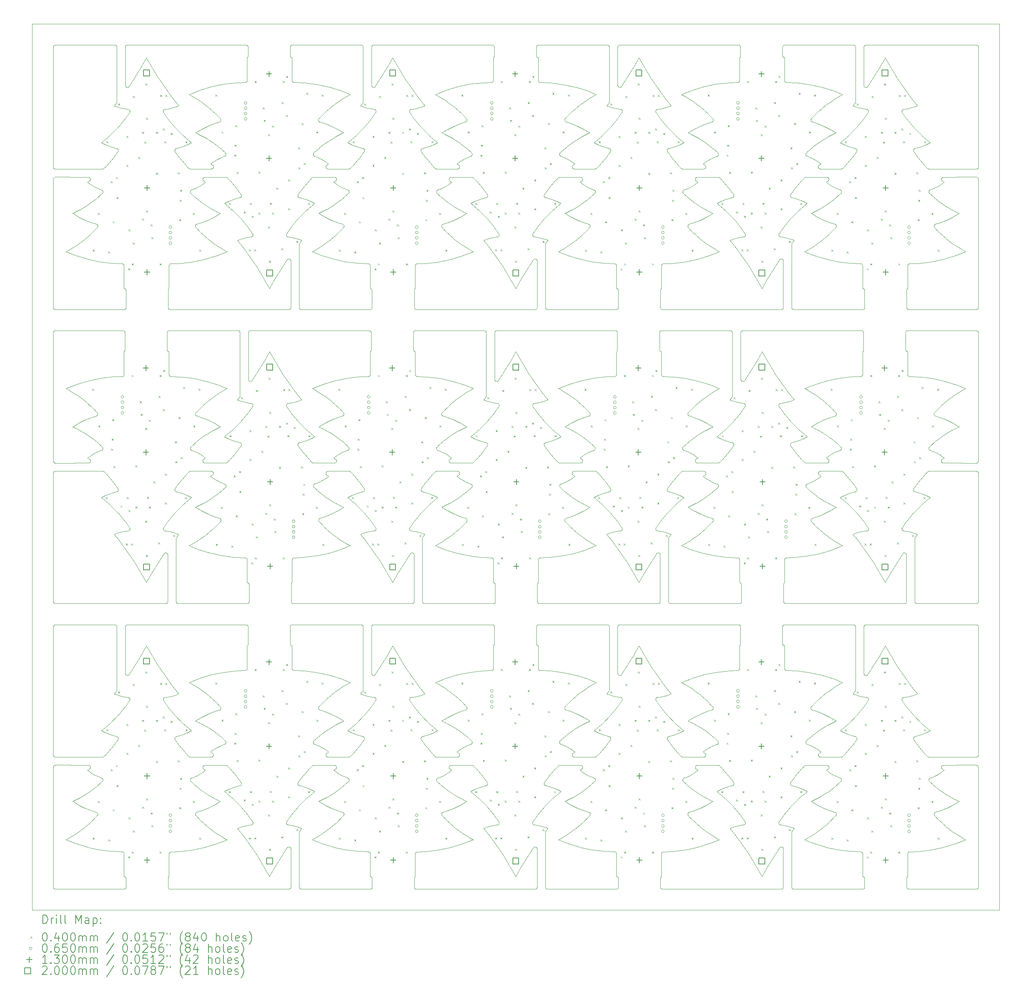
<source format=gbr>
%FSLAX45Y45*%
G04 Gerber Fmt 4.5, Leading zero omitted, Abs format (unit mm)*
G04 Created by KiCad (PCBNEW (6.0.2)) date 2022-10-30 19:53:12*
%MOMM*%
%LPD*%
G01*
G04 APERTURE LIST*
%TA.AperFunction,Profile*%
%ADD10C,0.100000*%
%TD*%
%ADD11C,0.200000*%
%ADD12C,0.040000*%
%ADD13C,0.065000*%
%ADD14C,0.130000*%
G04 APERTURE END LIST*
D10*
X8183555Y-18595806D02*
X8181704Y-18594245D01*
X8359507Y-6995174D02*
X8359544Y-6995187D01*
X19822392Y-20869504D02*
X19822367Y-20869546D01*
X22423611Y-12600170D02*
X22421580Y-12598837D01*
X6607217Y-15780555D02*
X6608697Y-15782451D01*
X10596645Y-9854036D02*
X10595056Y-9852211D01*
X14314569Y-18826028D02*
X14316070Y-18824137D01*
X6064538Y-5761510D02*
X6064503Y-5761545D01*
X12437160Y-16263254D02*
X12437160Y-16801873D01*
X22439509Y-13691765D02*
X22440627Y-13689588D01*
X11904798Y-5762889D02*
X11904831Y-5762925D01*
X19973209Y-3804381D02*
X19972104Y-3802251D01*
X16956348Y-18282515D02*
X16956386Y-18282483D01*
X16652078Y-17405113D02*
X16652073Y-17405063D01*
X14255563Y-13207633D02*
X14256038Y-13207460D01*
X22313211Y-3502545D02*
X22403616Y-3476930D01*
X14555185Y-19139389D02*
X14555702Y-19141747D01*
X23069949Y-11900769D02*
X23068767Y-11898664D01*
X23482211Y-11066086D02*
X23482172Y-11066056D01*
X14722085Y-18048290D02*
X14722089Y-18048241D01*
X22227667Y-9260096D02*
X22226340Y-9258043D01*
X18332793Y-9981099D02*
X18330728Y-9979905D01*
X20686444Y-11551254D02*
X20687693Y-11553340D01*
X19931261Y-2935696D02*
X19931240Y-2935693D01*
X16423861Y-9281567D02*
X16423827Y-9281531D01*
X14029857Y-4637276D02*
X14027796Y-4636005D01*
X8984440Y-12743242D02*
X8984426Y-12743289D01*
X14036254Y-11299680D02*
X14036217Y-11299647D01*
X13640014Y-19538584D02*
X13640138Y-19536158D01*
X19847406Y-4607178D02*
X19846859Y-4604819D01*
X3668322Y-21176944D02*
X3669624Y-21178984D01*
X11801866Y-19958254D02*
X11801855Y-19958207D01*
X7891562Y-6638326D02*
X7891540Y-6638282D01*
X8984408Y-18281552D02*
X8984400Y-18281600D01*
X11384599Y-5191120D02*
X11384525Y-5188707D01*
X11386567Y-5174420D02*
X11387313Y-5172124D01*
X15183390Y-2030249D02*
X15184255Y-2032492D01*
X3448681Y-17405399D02*
X3448692Y-17405447D01*
X12106673Y-19897415D02*
X12108233Y-19898932D01*
X17364943Y-17445194D02*
X17533720Y-17597767D01*
X5245127Y-11578941D02*
X5245055Y-11576521D01*
X11210056Y-6309792D02*
X11209624Y-6307396D01*
X17526422Y-3854834D02*
X17526401Y-3854840D01*
X13674219Y-21997364D02*
X13674160Y-21994948D01*
X4743541Y-7239642D02*
X4743722Y-7237215D01*
X16289294Y-3591582D02*
X16288505Y-3589296D01*
X15890420Y-16263730D02*
X15890374Y-16263747D01*
X14709992Y-10803681D02*
X14707925Y-10804968D01*
X20969679Y-13620068D02*
X20969679Y-13620118D01*
X18137127Y-5557123D02*
X18138068Y-5559362D01*
X3812992Y-3563865D02*
X3813482Y-3566215D01*
X18396432Y-9966181D02*
X18395018Y-9968101D01*
X6064314Y-5761830D02*
X6064296Y-5761876D01*
X6093127Y-4592809D02*
X6093232Y-4595238D01*
X21232984Y-21763199D02*
X21234413Y-21765184D01*
X3144096Y-12743776D02*
X3144109Y-12743823D01*
X18261029Y-16838513D02*
X18259170Y-16840084D01*
X20063298Y-12339959D02*
X20137060Y-12293795D01*
X5781458Y-4857949D02*
X5783138Y-4859683D01*
X20334690Y-5258995D02*
X20334683Y-5259044D01*
X12557412Y-6544534D02*
X12555515Y-6546035D01*
X11801909Y-3751749D02*
X11803335Y-3753722D01*
X20985630Y-2000531D02*
X20987999Y-2000942D01*
X17799388Y-6907713D02*
X17799402Y-6907666D01*
X15220560Y-4495702D02*
X15220917Y-4498104D01*
X19515949Y-8244226D02*
X19515422Y-8241879D01*
X11061878Y-17136294D02*
X11061867Y-17136342D01*
X17498959Y-12303390D02*
X17498994Y-12303414D01*
X11237507Y-20218055D02*
X11239742Y-20217090D01*
X8999823Y-11543603D02*
X9001459Y-11545402D01*
X17444323Y-18901654D02*
X17442031Y-18902414D01*
X18272718Y-14201924D02*
X18273704Y-14204134D01*
X5275983Y-12743106D02*
X5275960Y-12743063D01*
X14556521Y-5191120D02*
X14556329Y-5193526D01*
X14036382Y-5762813D02*
X14036409Y-5762772D01*
X12458660Y-2259441D02*
X12458597Y-2261921D01*
X11061892Y-3173607D02*
X11061878Y-3173654D01*
X10446949Y-17547261D02*
X10446506Y-17544884D01*
X8683843Y-19104946D02*
X8686094Y-19105818D01*
X2301429Y-10154880D02*
X2301412Y-10154927D01*
X7891489Y-6638197D02*
X7891460Y-6638156D01*
X6349407Y-11656699D02*
X6348055Y-11658350D01*
X19243259Y-10508295D02*
X19245617Y-10507755D01*
X17230537Y-19128136D02*
X17231719Y-19126031D01*
X7688736Y-15262581D02*
X7686337Y-15262404D01*
X7672088Y-14195890D02*
X7673503Y-14193911D01*
X16560542Y-12552422D02*
X16560905Y-12550020D01*
X9359860Y-12598837D02*
X9357829Y-12600170D01*
X17798936Y-10154336D02*
X17798892Y-10154317D01*
X3814593Y-13487619D02*
X3814561Y-13490037D01*
X11219151Y-18048533D02*
X11219171Y-18048578D01*
X8694492Y-18142308D02*
X8881218Y-18049070D01*
X19849167Y-12455343D02*
X19849779Y-12452989D01*
X7129532Y-7780017D02*
X7129569Y-7780050D01*
X17073356Y-10805540D02*
X17071255Y-10804380D01*
X10811485Y-17405883D02*
X10811518Y-17405846D01*
X12419037Y-14184948D02*
X12420877Y-14186519D01*
X8654049Y-5259290D02*
X8654057Y-5259339D01*
X19822618Y-6906611D02*
X19822580Y-6906642D01*
X3459884Y-2000059D02*
X3462283Y-2000236D01*
X22144125Y-13524962D02*
X22142334Y-13523364D01*
X14023875Y-18595806D02*
X14022024Y-18594245D01*
X3697955Y-9245456D02*
X3697675Y-9247784D01*
X8960341Y-13845141D02*
X8957784Y-13843642D01*
X14322502Y-12131942D02*
X14324401Y-12130453D01*
X18284633Y-14763703D02*
X18287003Y-14764304D01*
X17469881Y-18880569D02*
X17468597Y-18882613D01*
X2925331Y-20188954D02*
X2925372Y-20188968D01*
X12430028Y-2864703D02*
X12428712Y-2866750D01*
X7853651Y-8271677D02*
X7851755Y-8270197D01*
X18414331Y-20459339D02*
X18414774Y-20461716D01*
X14494417Y-11803339D02*
X14494409Y-11803387D01*
X17953644Y-19629505D02*
X17953623Y-19629512D01*
X16651808Y-13619330D02*
X16651770Y-13619298D01*
X14314226Y-12140688D02*
X14315704Y-12138780D01*
X9336820Y-3379220D02*
X9289187Y-3441964D01*
X11116169Y-4319739D02*
X11116200Y-4319700D01*
X17286817Y-11804172D02*
X17286850Y-11804135D01*
X9380578Y-4510218D02*
X9380215Y-4512620D01*
X23940589Y-4903090D02*
X23940178Y-4905459D01*
X3814181Y-17540810D02*
X3813969Y-17543201D01*
X7800399Y-5585618D02*
X7800043Y-5583216D01*
X16302014Y-13523364D02*
X16300303Y-13521680D01*
X13978912Y-5153173D02*
X13980651Y-5151573D01*
X1501000Y-22543960D02*
X24440120Y-22543960D01*
X15352506Y-9841745D02*
X15351400Y-9843913D01*
X6055584Y-12419387D02*
X6059828Y-12420611D01*
X8184825Y-12428895D02*
X8186729Y-12427383D01*
X5221526Y-17136489D02*
X5221524Y-17136538D01*
X11574252Y-18785001D02*
X11574261Y-18785049D01*
X12456438Y-2274040D02*
X12455644Y-2276377D01*
X18404513Y-6537656D02*
X18402947Y-6539499D01*
X2838640Y-19101489D02*
X2840995Y-19102020D01*
X5378983Y-4086144D02*
X5379015Y-4086181D01*
X3147886Y-9907624D02*
X3147864Y-9907627D01*
X19572278Y-20601201D02*
X19572268Y-20601153D01*
X12209353Y-6638233D02*
X12209328Y-6638275D01*
X22244947Y-7807989D02*
X22245665Y-7805756D01*
X14879208Y-17136036D02*
X14879182Y-17135995D01*
X14879153Y-17135956D02*
X14879122Y-17135918D01*
X16956268Y-18282572D02*
X16956309Y-18282544D01*
X2004705Y-22015910D02*
X2003730Y-22013711D01*
X22242999Y-21997364D02*
X22242940Y-21994948D01*
X16431176Y-9846296D02*
X16429977Y-9844195D01*
X8465257Y-4902213D02*
X8464857Y-4899832D01*
X20719596Y-17136164D02*
X20719576Y-17136120D01*
X17809365Y-19116023D02*
X17811028Y-19117729D01*
X12201664Y-16856732D02*
X12201214Y-16856754D01*
X4210189Y-14761595D02*
X4210237Y-14761588D01*
X13405296Y-10507755D02*
X13407678Y-10507333D01*
X7803052Y-5559362D02*
X7803993Y-5557123D01*
X2301280Y-20870010D02*
X2301280Y-20870058D01*
X9414144Y-3488339D02*
X9414166Y-3488345D01*
X17945368Y-5933329D02*
X17946993Y-5934775D01*
X7663882Y-14218535D02*
X7664183Y-14216121D01*
X3246132Y-12691073D02*
X3245667Y-12691272D01*
X14731388Y-20246118D02*
X14732169Y-20248388D01*
X21197670Y-7780645D02*
X21197683Y-7780692D01*
X21057348Y-4484114D02*
X21058283Y-4486356D01*
X23178616Y-6600183D02*
X23176977Y-6598766D01*
X13645296Y-5599398D02*
X13644252Y-5597206D01*
X23639602Y-10154598D02*
X23639570Y-10154562D01*
X20572128Y-10757658D02*
X20572321Y-10760085D01*
X8172728Y-12443966D02*
X8173899Y-12441836D01*
X5221714Y-3174499D02*
X5221744Y-3174538D01*
X13649157Y-11513935D02*
X13647786Y-11511915D01*
X4827963Y-17225350D02*
X4499613Y-16759956D01*
X7804976Y-19562039D02*
X7803932Y-19559846D01*
X20207010Y-18785455D02*
X20207041Y-18785417D01*
X13367446Y-20458662D02*
X13368006Y-20456328D01*
X22768047Y-19448722D02*
X22768063Y-19446291D01*
X12971268Y-9282623D02*
X12971231Y-9282590D01*
X5893298Y-12348595D02*
X5893317Y-12348606D01*
X16374815Y-14066736D02*
X16376684Y-14068218D01*
X14417367Y-3918045D02*
X14417347Y-3918037D01*
X11116137Y-4319775D02*
X11116169Y-4319739D01*
X6610082Y-2021777D02*
X6611368Y-2023809D01*
X8881424Y-18048933D02*
X8881461Y-18048899D01*
X13640382Y-5571102D02*
X13640745Y-5568700D01*
X19486843Y-19515439D02*
X19488106Y-19513365D01*
X13503251Y-2299961D02*
X13503203Y-2299948D01*
X2301329Y-20870345D02*
X2301345Y-20870391D01*
X5246059Y-11586139D02*
X5245630Y-11583756D01*
X19876737Y-11300940D02*
X19876762Y-11300897D01*
X9572702Y-15768426D02*
X9574850Y-15767345D01*
X14722088Y-18048092D02*
X14722083Y-18048043D01*
X19572285Y-6638905D02*
X19572291Y-6638856D01*
X3382019Y-7182882D02*
X3382063Y-7182886D01*
X11922774Y-4626811D02*
X11921205Y-4628669D01*
X8654080Y-11803534D02*
X8654082Y-11803583D01*
X5243124Y-12121640D02*
X5245442Y-12121247D01*
X2000942Y-8241879D02*
X2000531Y-8239510D01*
X7666572Y-14206701D02*
X7667457Y-14204434D01*
X17467214Y-18884592D02*
X17465736Y-18886500D01*
X16895780Y-18893723D02*
X16893969Y-18892193D01*
X14721986Y-18048621D02*
X14722007Y-18048577D01*
X6606059Y-14764219D02*
X6608326Y-14764898D01*
X12297748Y-11503278D02*
X12296806Y-11505516D01*
X16597185Y-15230147D02*
X16596430Y-15227864D01*
X18030048Y-19368581D02*
X18031327Y-19370288D01*
X20561998Y-12976358D02*
X20561959Y-12976328D01*
X6382700Y-19596153D02*
X6382223Y-19596287D01*
X3088644Y-7145442D02*
X3088665Y-7145446D01*
X4918358Y-4456151D02*
X4957075Y-4447936D01*
X19876580Y-19724150D02*
X19876544Y-19724117D01*
X11958772Y-6908161D02*
X11958809Y-6908128D01*
X14494531Y-19221224D02*
X14494504Y-19221265D01*
X13508774Y-14202214D02*
X13509880Y-14200047D01*
X20969916Y-3443276D02*
X20969952Y-3443310D01*
X10908406Y-12648546D02*
X10908386Y-12648538D01*
X16446369Y-21163661D02*
X16448440Y-21162384D01*
X10811796Y-13620274D02*
X10811805Y-13620225D01*
X3246400Y-4371573D02*
X3352073Y-4414094D01*
X13506096Y-16816594D02*
X13505447Y-16814263D01*
X17523204Y-20702522D02*
X17521474Y-20701273D01*
X20418697Y-5321778D02*
X20418715Y-5321790D01*
X10719978Y-12554838D02*
X10720222Y-12552422D01*
X6092448Y-18567557D02*
X6091953Y-18569937D01*
X2458549Y-19958458D02*
X2458552Y-19958508D01*
X20334683Y-5259044D02*
X20334680Y-5259093D01*
X11394066Y-11903272D02*
X11392683Y-11901293D01*
X22129160Y-13472704D02*
X22129946Y-13470435D01*
X6726084Y-6479030D02*
X6727415Y-6481065D01*
X10798441Y-12614974D02*
X10798420Y-12614968D01*
X5734219Y-18785559D02*
X5734255Y-18785592D01*
X11574613Y-18785624D02*
X11574652Y-18785654D01*
X21242940Y-7830178D02*
X21242940Y-8232308D01*
X15129383Y-3442177D02*
X15129365Y-3442223D01*
X17652161Y-3778764D02*
X17652232Y-3781198D01*
X11125077Y-11624579D02*
X11125056Y-11624572D01*
X6510563Y-6816224D02*
X6512357Y-6818610D01*
X2877779Y-11870634D02*
X2877971Y-11873040D01*
X17641845Y-19959223D02*
X17641882Y-19959191D01*
X17642205Y-19958400D02*
X17642201Y-19958351D01*
X21285289Y-3004969D02*
X21282933Y-3005343D01*
X24440410Y-22543917D02*
X24440457Y-22543901D01*
X16902103Y-13888497D02*
X16902094Y-13888545D01*
X15376598Y-9255360D02*
X15375804Y-9257697D01*
X20656363Y-5438061D02*
X20656384Y-5438068D01*
X17952616Y-19629868D02*
X17846952Y-19672385D01*
X2813737Y-19221979D02*
X2813748Y-19222027D01*
X6377628Y-8781320D02*
X6380044Y-8781379D01*
X10583800Y-21743346D02*
X10583800Y-21204727D01*
X13645365Y-19517574D02*
X13646523Y-19515439D01*
X10731910Y-4471878D02*
X10733551Y-4470088D01*
X11395910Y-11842817D02*
X11397502Y-11841002D01*
X2301373Y-10155365D02*
X2301381Y-10155414D01*
X14605292Y-13995966D02*
X14605313Y-13995960D01*
X4660947Y-13537172D02*
X4660443Y-13537105D01*
X3665781Y-3510811D02*
X3666258Y-3510896D01*
X16902457Y-13889497D02*
X16902496Y-13889526D01*
X5606065Y-5258368D02*
X5606027Y-5258336D01*
X20562042Y-12977871D02*
X20562078Y-12977837D01*
X10500212Y-13537055D02*
X10500190Y-13537053D01*
X20639600Y-11630410D02*
X20639580Y-11630416D01*
X4883197Y-17439404D02*
X4883668Y-17439236D01*
X18041047Y-2894157D02*
X18041027Y-2894159D01*
X9346800Y-2049012D02*
X9346800Y-3349569D01*
X4913741Y-13710611D02*
X4913925Y-13708171D01*
X9005812Y-5515527D02*
X9004324Y-5517437D01*
X14552948Y-11892772D02*
X14551979Y-11894983D01*
X15889980Y-16264033D02*
X15889950Y-16264072D01*
X20969740Y-17405678D02*
X20969765Y-17405721D01*
X5247103Y-19446291D02*
X5247239Y-19443863D01*
X2760804Y-10461113D02*
X2762504Y-10462457D01*
X8141904Y-6908113D02*
X8141940Y-6908146D01*
X11801858Y-5996052D02*
X11801868Y-5996004D01*
X14287462Y-10976271D02*
X14287442Y-10976281D01*
X5221660Y-3174416D02*
X5221686Y-3174458D01*
X17414752Y-18784256D02*
X17414724Y-18784297D01*
X6460080Y-19548258D02*
X6459606Y-19550640D01*
X8891507Y-6316423D02*
X8890675Y-6318674D01*
X17414592Y-4822457D02*
X17414606Y-4822504D01*
X22425705Y-18423880D02*
X22427857Y-18422754D01*
X21335073Y-3570974D02*
X21335214Y-3573370D01*
X17651656Y-17736564D02*
X17651968Y-17738978D01*
X19316373Y-20294400D02*
X19317648Y-20292633D01*
X7130791Y-9282504D02*
X7130749Y-9282479D01*
X15373034Y-8807222D02*
X15374115Y-8809370D01*
X5275736Y-12744313D02*
X5275773Y-12744281D01*
X4904745Y-12601400D02*
X4902651Y-12600170D01*
X13982013Y-10155365D02*
X13982021Y-10155414D01*
X6087752Y-4618673D02*
X6086580Y-4620804D01*
X6454276Y-11509841D02*
X6453014Y-11511915D01*
X9038833Y-17135956D02*
X9038802Y-17135918D01*
X7129819Y-21742844D02*
X7129865Y-21742862D01*
X10819785Y-7187203D02*
X10820233Y-7187162D01*
X14139239Y-11066929D02*
X14139245Y-11066977D01*
X5774332Y-11160988D02*
X5961058Y-11067750D01*
X22492219Y-3443128D02*
X22492247Y-3443087D01*
X19931801Y-16898418D02*
X19931758Y-16898410D01*
X9012435Y-19432160D02*
X9013212Y-19434453D01*
X5378717Y-12977237D02*
X5378725Y-12977286D01*
X7606207Y-7080449D02*
X7608327Y-7081541D01*
X8700282Y-19114844D02*
X8702025Y-19116514D01*
X10486994Y-14060293D02*
X10489233Y-14059471D01*
X4754420Y-13551837D02*
X4754379Y-13551829D01*
X22233714Y-14096384D02*
X22234118Y-14098735D01*
X12574454Y-20461716D02*
X12574779Y-20464112D01*
X3448995Y-13619397D02*
X3448961Y-13619434D01*
X11959186Y-10155077D02*
X11959177Y-10155029D01*
X5275985Y-4319534D02*
X5276005Y-4319490D01*
X4958121Y-12614974D02*
X4958100Y-12614968D01*
X2005786Y-5160802D02*
X2006971Y-5158709D01*
X11446760Y-11803448D02*
X11446757Y-11803399D01*
X7877231Y-19596023D02*
X7838518Y-19587809D01*
X18280176Y-16260683D02*
X18278184Y-16262162D01*
X21291909Y-17489001D02*
X21294287Y-17489337D01*
X9370441Y-18436387D02*
X9371897Y-18438331D01*
X20638622Y-11630757D02*
X20638603Y-11630764D01*
X22432316Y-4458190D02*
X22434611Y-4457396D01*
X16459268Y-9867966D02*
X16456965Y-9867224D01*
X9222883Y-21145556D02*
X9222904Y-21145558D01*
X8867764Y-6257100D02*
X8869865Y-6258260D01*
X12295755Y-11507706D02*
X12294596Y-11509841D01*
X14132066Y-13264729D02*
X14132943Y-13262458D01*
X19483637Y-5594964D02*
X19482815Y-5592679D01*
X14139188Y-5995769D02*
X14139189Y-5995818D01*
X20019766Y-6792302D02*
X19822738Y-6906529D01*
X19860573Y-4629955D02*
X19858885Y-4628218D01*
X11062151Y-17135832D02*
X11062116Y-17135867D01*
X14721870Y-18047548D02*
X14721838Y-18047510D01*
X15221266Y-18468016D02*
X15221142Y-18470442D01*
X9302860Y-4447807D02*
X9302902Y-4447818D01*
X16956489Y-18282379D02*
X16956520Y-18282340D01*
X8526273Y-12241136D02*
X8526307Y-12241100D01*
X17654529Y-13278834D02*
X17654619Y-13281233D01*
X5497756Y-17304078D02*
X5499486Y-17305327D01*
X2458702Y-5995252D02*
X2458677Y-5995295D01*
X16956571Y-4318549D02*
X16956543Y-4318508D01*
X8366219Y-4713521D02*
X8288203Y-4675391D01*
X20334910Y-5258505D02*
X20334879Y-5258543D01*
X17803937Y-5148797D02*
X17805820Y-5150237D01*
X5366431Y-10765126D02*
X5366341Y-10762727D01*
X14033316Y-14136261D02*
X14033809Y-14136173D01*
X17494931Y-20048487D02*
X17494950Y-20048476D01*
X9536278Y-9255360D02*
X9535484Y-9257697D01*
X5682663Y-17443777D02*
X5684303Y-17445194D01*
X17119564Y-13976334D02*
X17119987Y-13976494D01*
X14036288Y-19725566D02*
X14036321Y-19725530D01*
X3448859Y-3443163D02*
X3448890Y-3443202D01*
X22417730Y-4466762D02*
X22419618Y-4465235D01*
X12506401Y-8782262D02*
X12508770Y-8781851D01*
X9289131Y-3442045D02*
X9289106Y-3442088D01*
X19571766Y-20600508D02*
X19571722Y-20600486D01*
X21014746Y-2016094D02*
X21016317Y-2017915D01*
X21328670Y-3550519D02*
X21329819Y-3552626D01*
X7558357Y-7083318D02*
X7560394Y-7082079D01*
X9517017Y-9281685D02*
X9517009Y-9281733D01*
X11094988Y-11547113D02*
X11096476Y-11545203D01*
X17401712Y-14064134D02*
X17402200Y-14064251D01*
X23915218Y-8787106D02*
X23917311Y-8788292D01*
X2647704Y-5900664D02*
X2645828Y-5901652D01*
X19334757Y-2298336D02*
X19332419Y-2297618D01*
X13640719Y-11477022D02*
X13641194Y-11474640D01*
X14332661Y-4937161D02*
X14330507Y-4936072D01*
X6561359Y-2886343D02*
X6559004Y-2886957D01*
X2000942Y-11888299D02*
X2000531Y-11885930D01*
X8286672Y-3776612D02*
X8286933Y-3774226D01*
X17752414Y-18599312D02*
X17750369Y-18600628D01*
X22891264Y-10781390D02*
X22890372Y-10779162D01*
X8196184Y-11300764D02*
X8196200Y-11300718D01*
X14660968Y-17048624D02*
X14380273Y-16961302D01*
X6596859Y-14761916D02*
X6596870Y-14761964D01*
X8871907Y-6259521D02*
X8873885Y-6260880D01*
X14653797Y-5367286D02*
X14654234Y-5367537D01*
X23639566Y-6906821D02*
X23639536Y-6906781D01*
X16652132Y-13619979D02*
X16652127Y-13619930D01*
X8984772Y-12742765D02*
X8984734Y-12742797D01*
X3538813Y-12545286D02*
X3539412Y-12547640D01*
X11363595Y-19704765D02*
X11361829Y-19703540D01*
X13640363Y-5583216D02*
X13640126Y-5580799D01*
X9039026Y-3173757D02*
X9039017Y-3173709D01*
X17475205Y-18843312D02*
X17475750Y-18845664D01*
X15373733Y-21748124D02*
X15375937Y-21749183D01*
X8654082Y-11803583D02*
X8654086Y-11803632D01*
X24440634Y-1500142D02*
X24440591Y-1500118D01*
X18810281Y-9282576D02*
X18810243Y-9282607D01*
X8526368Y-12241024D02*
X8526396Y-12240983D01*
X20573715Y-20253027D02*
X20574156Y-20255386D01*
X22232530Y-15227864D02*
X22231775Y-15230147D01*
X8359083Y-20957655D02*
X8359507Y-20957814D01*
X19979555Y-11066880D02*
X19979559Y-11066929D01*
X17379439Y-19820885D02*
X17377608Y-19819730D01*
X4698239Y-8827916D02*
X4698416Y-8825517D01*
X21227672Y-16924178D02*
X21227498Y-16921799D01*
X5377305Y-6327598D02*
X5375980Y-6325556D01*
X8997085Y-19410794D02*
X8998936Y-19412355D01*
X11098405Y-11609538D02*
X11096806Y-11607721D01*
X6369121Y-6638114D02*
X6369090Y-6638152D01*
X11116057Y-18280967D02*
X10915912Y-18110631D01*
X6597009Y-14762277D02*
X6597037Y-14762317D01*
X3144156Y-18282129D02*
X3144177Y-18282174D01*
X14317662Y-12202957D02*
X14316070Y-12201143D01*
X19969577Y-13279008D02*
X19969748Y-13276580D01*
X5606396Y-5259204D02*
X5606399Y-5259155D01*
X10588202Y-8275534D02*
X10586109Y-8274348D01*
X15198149Y-18425110D02*
X15200180Y-18426443D01*
X14605971Y-20188954D02*
X14606012Y-20188968D01*
X10579044Y-9280739D02*
X10576647Y-9280257D01*
X11400518Y-5152204D02*
X11402342Y-5150623D01*
X20571315Y-20281314D02*
X20570374Y-20283522D01*
X20393047Y-11855137D02*
X20393932Y-11857383D01*
X2850069Y-19105279D02*
X2852223Y-19106368D01*
X23935334Y-8807222D02*
X23936415Y-8809370D01*
X5275540Y-12742660D02*
X5174749Y-12691516D01*
X19345234Y-16811903D02*
X19344817Y-16809519D01*
X8881725Y-12977080D02*
X8881721Y-12977031D01*
X14036567Y-11300477D02*
X14036569Y-11300428D01*
X6718946Y-10520596D02*
X6720657Y-10522280D01*
X23939010Y-15797416D02*
X23939651Y-15799734D01*
X3469386Y-15764109D02*
X3471704Y-15764750D01*
X8888686Y-20285681D02*
X8887533Y-20287785D01*
X18049584Y-6638410D02*
X18049568Y-6638456D01*
X3704323Y-13313063D02*
X3805924Y-13460350D01*
X10452316Y-13463899D02*
X10453529Y-13461827D01*
X5257736Y-11543369D02*
X5259414Y-11541606D01*
X18310145Y-8813812D02*
X18311010Y-8811569D01*
X6618104Y-2044197D02*
X6618281Y-2046596D01*
X11086182Y-18904540D02*
X11083800Y-18904482D01*
X11801876Y-19958596D02*
X11801882Y-19958547D01*
X3144387Y-18280999D02*
X3144352Y-18281034D01*
X19514480Y-20694391D02*
X19514480Y-20694391D01*
X20665039Y-12743679D02*
X20665047Y-12743728D01*
X22739933Y-18896511D02*
X22737983Y-18895163D01*
X3750677Y-2000236D02*
X3753076Y-2000059D01*
X22409637Y-12530025D02*
X22510593Y-12388968D01*
X6447089Y-11451408D02*
X6448730Y-11453198D01*
X3539412Y-18477640D02*
X3538813Y-18479994D01*
X5560625Y-5225020D02*
X5558862Y-5223371D01*
X16902578Y-13887849D02*
X16902537Y-13887875D01*
X9560190Y-8246544D02*
X9559435Y-8248827D01*
X20719160Y-13887901D02*
X20719118Y-13887874D01*
X5961167Y-5996613D02*
X5961205Y-5996583D01*
X15891528Y-2301411D02*
X15891496Y-2301373D01*
X8289965Y-3762646D02*
X8290906Y-3760438D01*
X14721804Y-4084833D02*
X14721768Y-4084799D01*
X7535134Y-10526902D02*
X7536607Y-10524984D01*
X14330176Y-19862236D02*
X14328344Y-19863304D01*
X7658884Y-16262059D02*
X7656487Y-16261577D01*
X17744871Y-19724852D02*
X17744871Y-19724901D01*
X8142080Y-10156030D02*
X8142120Y-10156059D01*
X8881580Y-18047587D02*
X8881550Y-18047548D01*
X4971439Y-13619738D02*
X4971422Y-13619691D01*
X12969752Y-21742549D02*
X12969783Y-21742587D01*
X8511265Y-18254293D02*
X8513084Y-18253124D01*
X16956449Y-4318395D02*
X16956414Y-4318360D01*
X16361827Y-15259775D02*
X16359544Y-15260530D01*
X21232145Y-15790690D02*
X21233226Y-15788542D01*
X23940589Y-19139350D02*
X23940884Y-19141737D01*
X5067316Y-4414455D02*
X5067337Y-4414448D01*
X14366776Y-4822695D02*
X14366801Y-4822652D01*
X19340790Y-2000531D02*
X19343177Y-2000236D01*
X23901679Y-19098482D02*
X23904026Y-19099009D01*
X11116386Y-4319303D02*
X11116395Y-4319255D01*
X9289150Y-13620546D02*
X9289174Y-13620589D01*
X7822811Y-19581490D02*
X7820780Y-19580157D01*
X13366784Y-20475373D02*
X13366526Y-20472986D01*
X5279344Y-5439127D02*
X5281661Y-5438350D01*
X14879276Y-17136164D02*
X14879256Y-17136120D01*
X13459191Y-2041810D02*
X13459602Y-2039441D01*
X3672863Y-9839526D02*
X3671866Y-9841745D01*
X5961373Y-19959045D02*
X5961401Y-19959005D01*
X15401245Y-16953835D02*
X15399612Y-16952097D01*
X9549665Y-2032492D02*
X9550530Y-2030249D01*
X14680005Y-17252771D02*
X14681833Y-17251657D01*
X3715968Y-2985754D02*
X3714605Y-2983797D01*
X7130278Y-9282355D02*
X7130229Y-9282356D01*
X22766590Y-11583756D02*
X22766279Y-11581355D01*
X14494653Y-11802860D02*
X14494621Y-11802897D01*
X2877468Y-11868240D02*
X2877779Y-11870634D01*
X16424044Y-9281855D02*
X16424024Y-9281811D01*
X4649609Y-17488347D02*
X4697965Y-17483421D01*
X12209243Y-10423452D02*
X12209223Y-10423497D01*
X3482694Y-17419834D02*
X3482722Y-17419845D01*
X16961132Y-11623349D02*
X16958811Y-11622617D01*
X20258658Y-3918473D02*
X20258639Y-3918464D01*
X5961609Y-11066921D02*
X5961611Y-11066871D01*
X19480447Y-19543439D02*
X19480330Y-19541013D01*
X21227676Y-15806837D02*
X21227971Y-15804450D01*
X14879056Y-17135847D02*
X14879020Y-17135814D01*
X11958937Y-6907978D02*
X11958964Y-6907936D01*
X6451642Y-5548705D02*
X6453014Y-5550725D01*
X11610613Y-4936072D02*
X11608459Y-4937161D01*
X3705886Y-8268626D02*
X3704065Y-8270197D01*
X23482318Y-11066190D02*
X23482284Y-11066154D01*
X11604003Y-4939014D02*
X11601711Y-4939774D01*
X10565183Y-9276097D02*
X10563035Y-9274930D01*
X5960350Y-17775289D02*
X5958752Y-17777126D01*
X6585941Y-10492131D02*
X6586418Y-10492216D01*
X7842098Y-8259543D02*
X7840811Y-8257511D01*
X11206687Y-10760328D02*
X11206832Y-10757932D01*
X19503451Y-19581490D02*
X19501420Y-19580157D01*
X20388437Y-11846670D02*
X20389745Y-11848699D01*
X5606365Y-11803112D02*
X5606345Y-11803067D01*
X7674539Y-6570509D02*
X7674062Y-6570424D01*
X7766496Y-20555621D02*
X7766474Y-20555615D01*
X16931887Y-19467595D02*
X16930961Y-19465347D01*
X3144156Y-4319489D02*
X3144177Y-4319534D01*
X19384131Y-2887783D02*
X19381766Y-2887272D01*
X11384525Y-5188707D02*
X11384570Y-5186294D01*
X14036565Y-19724803D02*
X14036561Y-19724755D01*
X15891463Y-2301337D02*
X15891428Y-2301303D01*
X11965500Y-5150237D02*
X11967310Y-5151767D01*
X7891645Y-6638905D02*
X7891651Y-6638856D01*
X3144225Y-4319619D02*
X3144252Y-4319660D01*
X15456322Y-16964056D02*
X15454126Y-16964987D01*
X20501307Y-17048630D02*
X20501288Y-17048624D01*
X4715837Y-17712217D02*
X4614236Y-17564929D01*
X15159070Y-2004705D02*
X15161218Y-2005786D01*
X4722042Y-7819399D02*
X4722229Y-7816938D01*
X15217963Y-18448996D02*
X15218785Y-18451281D01*
X14380273Y-2998662D02*
X14380252Y-2998656D01*
X5225181Y-18899967D02*
X5223057Y-18898916D01*
X3532935Y-18440345D02*
X3534191Y-18442423D01*
X12437160Y-14761721D02*
X12437161Y-14761770D01*
X17799015Y-6908222D02*
X17799055Y-6908192D01*
X12466852Y-14775625D02*
X12468544Y-14777279D01*
X23127397Y-11803399D02*
X23127391Y-11803350D01*
X14710185Y-20220900D02*
X14712227Y-20222161D01*
X7131016Y-9282693D02*
X7130983Y-9282657D01*
X8526505Y-12240763D02*
X8526520Y-12240717D01*
X5221686Y-17137099D02*
X5221714Y-17137139D01*
X19876729Y-5762772D02*
X19876755Y-5762730D01*
X11929846Y-12490710D02*
X11928656Y-12492819D01*
X8287214Y-4674960D02*
X8205932Y-4643601D01*
X6064511Y-19725565D02*
X6064546Y-19725600D01*
X17286718Y-19222490D02*
X17286753Y-19222456D01*
X12399674Y-14175368D02*
X12402012Y-14175994D01*
X13434719Y-22043018D02*
X13432350Y-22043429D01*
X14366549Y-4822954D02*
X14366587Y-4822922D01*
X23425405Y-4941925D02*
X23425355Y-4941918D01*
X16902560Y-17137350D02*
X16902600Y-17137379D01*
X13992442Y-19106559D02*
X13994600Y-19105626D01*
X7663291Y-14762862D02*
X7663328Y-14762829D01*
X9533413Y-7785484D02*
X9535617Y-7786543D01*
X6608201Y-16251939D02*
X6606649Y-16253858D01*
X23437746Y-4944688D02*
X23435481Y-4944423D01*
X23639424Y-10156058D02*
X23639462Y-10156029D01*
X19822617Y-6908177D02*
X19822656Y-6908206D01*
X2870875Y-19175061D02*
X2869567Y-19177090D01*
X16965376Y-11624572D02*
X16961132Y-11623349D01*
X23067691Y-11896503D02*
X23066722Y-11894292D01*
X7560291Y-10508950D02*
X7562619Y-10508295D01*
X14721652Y-18047347D02*
X14721610Y-18047320D01*
X11930933Y-4611970D02*
X11930091Y-4614251D01*
X13418667Y-21038617D02*
X13421038Y-21038359D01*
X19538238Y-6624115D02*
X19536895Y-6623610D01*
X15319484Y-9868277D02*
X15317102Y-9868772D01*
X10554000Y-14105877D02*
X10554000Y-15213628D01*
X13697946Y-6624126D02*
X13697918Y-6624115D01*
X5494310Y-10836162D02*
X5494289Y-10836155D01*
X19571851Y-20600559D02*
X19571809Y-20600533D01*
X13503515Y-16262727D02*
X13503474Y-16262701D01*
X18278052Y-14762626D02*
X18278097Y-14762646D01*
X11636435Y-4892613D02*
X11636389Y-4895026D01*
X4979426Y-21149846D02*
X4979465Y-21149843D01*
X6725346Y-6535738D02*
X6723873Y-6537656D01*
X5276039Y-12743243D02*
X5276023Y-12743196D01*
X11740827Y-10067310D02*
X11740808Y-10067304D01*
X23899310Y-19098071D02*
X23901679Y-19098482D01*
X5639641Y-4222002D02*
X5641521Y-4223075D01*
X14139574Y-19957636D02*
X14139536Y-19957667D01*
X20719678Y-3173999D02*
X20719680Y-3173950D01*
X14853382Y-11571708D02*
X14853607Y-11574129D01*
X12557438Y-9964183D02*
X12557438Y-9964183D01*
X12573105Y-20483263D02*
X12572369Y-20485567D01*
X20414158Y-13067679D02*
X20414610Y-13067444D01*
X23639729Y-20869818D02*
X23639717Y-20869770D01*
X19370732Y-14179891D02*
X19372919Y-14178825D01*
X13488909Y-2003730D02*
X13491152Y-2002865D01*
X14200293Y-6995330D02*
X14200312Y-6995336D01*
X11959654Y-5146197D02*
X11961667Y-5147449D01*
X6595886Y-14213377D02*
X6596303Y-14215761D01*
X3661086Y-8782789D02*
X3663404Y-8783430D01*
X19344280Y-16263558D02*
X19344279Y-16263509D01*
X11814128Y-13286028D02*
X11813867Y-13288413D01*
X11218150Y-10793606D02*
X11216651Y-10791732D01*
X11142362Y-5432056D02*
X11142818Y-5431883D01*
X9546859Y-2046596D02*
X9547036Y-2044197D01*
X17414688Y-12241022D02*
X17414716Y-12241062D01*
X5038141Y-9879758D02*
X5038097Y-9879754D01*
X18230409Y-14174033D02*
X18232837Y-14174190D01*
X4971252Y-17404608D02*
X4971222Y-17404568D01*
X5371587Y-20246049D02*
X5372463Y-20243778D01*
X12209417Y-20602032D02*
X12350883Y-20778864D01*
X7878260Y-19596288D02*
X7877780Y-19596153D01*
X15384705Y-22032837D02*
X15382809Y-22034317D01*
X5262023Y-11539130D02*
X5418537Y-11400839D01*
X6706940Y-6551048D02*
X6704734Y-6552040D01*
X5248227Y-5495726D02*
X5247763Y-5493339D01*
X16594291Y-4457396D02*
X16596623Y-4456717D01*
X22904215Y-20227719D02*
X22905987Y-20226050D01*
X16560879Y-18458342D02*
X16561354Y-18455960D01*
X11758067Y-10272643D02*
X11759845Y-10271451D01*
X15389230Y-2034776D02*
X15389985Y-2032492D01*
X4790964Y-21155738D02*
X4978957Y-21149869D01*
X19815940Y-11912402D02*
X19814129Y-11910873D01*
X20151879Y-18880569D02*
X20150697Y-18878464D01*
X5276089Y-18281699D02*
X5276086Y-18281650D01*
X14725874Y-6272853D02*
X14727182Y-6274865D01*
X20281764Y-10461113D02*
X20283464Y-10462457D01*
X18297988Y-16231901D02*
X18297433Y-16234306D01*
X19302834Y-16232842D02*
X19301940Y-16230566D01*
X21051081Y-4473747D02*
X21052537Y-4475691D01*
X20665340Y-18282450D02*
X20665376Y-18282483D01*
X9003004Y-11547280D02*
X9004453Y-11549232D01*
X12971231Y-9282590D02*
X12971193Y-9282559D01*
X8303451Y-12380585D02*
X8303472Y-12380576D01*
X14878862Y-17137431D02*
X14878903Y-17137405D01*
X13731489Y-6637893D02*
X13731446Y-6637868D01*
X15140524Y-2000059D02*
X15142923Y-2000236D01*
X19900939Y-10198818D02*
X19903496Y-10200318D01*
X9627308Y-17493742D02*
X9629433Y-17494857D01*
X3806951Y-17563453D02*
X3805631Y-17565473D01*
X8708117Y-5161347D02*
X8709401Y-5163391D01*
X21155401Y-21155784D02*
X21157789Y-21156177D01*
X6064246Y-11300574D02*
X6064255Y-11300622D01*
X10050389Y-2301036D02*
X10050340Y-2301039D01*
X10505643Y-14056869D02*
X10508026Y-14056959D01*
X21025137Y-12605923D02*
X21022762Y-12606489D01*
X13460703Y-16227795D02*
X13460082Y-16225512D01*
X11958572Y-10154317D02*
X11741735Y-10067633D01*
X17269978Y-11274221D02*
X17271745Y-11272973D01*
X7891489Y-20600837D02*
X7891460Y-20600797D01*
X11685061Y-3855188D02*
X11523766Y-3918040D01*
X11088083Y-19455979D02*
X11087738Y-19453572D01*
X2394364Y-5135366D02*
X2396590Y-5135728D01*
X11459059Y-9979704D02*
X11171836Y-9917198D01*
X20394873Y-19137060D02*
X20395506Y-19139389D01*
X23906344Y-15764750D02*
X23908627Y-15765505D01*
X23482361Y-5996365D02*
X23482387Y-5996323D01*
X17428138Y-12251989D02*
X17428160Y-12252005D01*
X18810247Y-7780081D02*
X18810287Y-7780109D01*
X9039017Y-3173709D02*
X9039005Y-3173662D01*
X9289158Y-3442004D02*
X9289131Y-3442045D01*
X10562525Y-21779824D02*
X10562804Y-21777496D01*
X3245921Y-4371368D02*
X3246380Y-4371565D01*
X6360387Y-2894159D02*
X6068046Y-2926304D01*
X8299107Y-11066235D02*
X8299079Y-11066275D01*
X8526556Y-12240524D02*
X8526559Y-12240475D01*
X2863795Y-11910286D02*
X2862052Y-11911956D01*
X11574261Y-4822409D02*
X11574272Y-4822457D01*
X16929449Y-19460726D02*
X16928867Y-19458366D01*
X3144095Y-18281942D02*
X3144107Y-18281990D01*
X2814082Y-11802790D02*
X2814047Y-11802824D01*
X3025289Y-20218684D02*
X3027444Y-20219740D01*
X19343617Y-16262617D02*
X19343571Y-16262601D01*
X14509695Y-19752307D02*
X14507876Y-19753476D01*
X20962163Y-9875411D02*
X20962144Y-9875412D01*
X15487895Y-13462385D02*
X15489117Y-13464472D01*
X7800062Y-19533742D02*
X7800425Y-19531340D01*
X10475906Y-3529280D02*
X10478158Y-3528399D01*
X20719410Y-3174610D02*
X20719442Y-3174574D01*
X4883833Y-12538443D02*
X4884885Y-12536254D01*
X8141807Y-6906784D02*
X8141779Y-6906823D01*
X14878732Y-3172997D02*
X14661895Y-3086313D01*
X7853651Y-22034317D02*
X7851755Y-22032837D01*
X14722037Y-4085210D02*
X14722020Y-4085163D01*
X23934148Y-11903931D02*
X23932862Y-11905963D01*
X4743296Y-21744000D02*
X4743323Y-21743959D01*
X8640687Y-7082658D02*
X8640708Y-7082664D01*
X13996801Y-19104798D02*
X13999038Y-19104077D01*
X13640382Y-19533742D02*
X13640745Y-19531340D01*
X8196069Y-11300981D02*
X8196097Y-11300940D01*
X5439347Y-13976494D02*
X5439384Y-13976507D01*
X17784534Y-19102975D02*
X17786849Y-19103487D01*
X13488052Y-16258700D02*
X13485907Y-16257701D01*
X8291897Y-13298129D02*
X8291114Y-13295824D01*
X22242999Y-8234724D02*
X22242940Y-8232308D01*
X17799365Y-6907036D02*
X17799345Y-6906991D01*
X3738972Y-2002865D02*
X3741256Y-2002110D01*
X19557896Y-11429251D02*
X19558378Y-11429138D01*
X6422779Y-10349965D02*
X6421771Y-10352195D01*
X11924248Y-18587518D02*
X11922774Y-18589451D01*
X5733956Y-12240077D02*
X5733938Y-12240123D01*
X16379712Y-3520618D02*
X16471858Y-3502791D01*
X22492198Y-13619400D02*
X22492164Y-13619364D01*
X3144351Y-12744245D02*
X3144386Y-12744280D01*
X20002422Y-17790436D02*
X20000124Y-17789704D01*
X5961264Y-11067613D02*
X5961301Y-11067579D01*
X7536607Y-10524984D02*
X7538173Y-10523141D01*
X9599511Y-17488104D02*
X9599533Y-17488107D01*
X8163640Y-11923162D02*
X8161275Y-11922990D01*
X19215036Y-10583609D02*
X19213705Y-10581575D01*
X2032492Y-15259775D02*
X2030249Y-15258910D01*
X22768228Y-11590826D02*
X22767566Y-11588498D01*
X17641767Y-19959282D02*
X17641807Y-19959254D01*
X5570027Y-11917391D02*
X5567929Y-11916198D01*
X14820308Y-19401931D02*
X14822629Y-19402663D01*
X7581107Y-6555852D02*
X7580603Y-6555785D01*
X13458066Y-22031266D02*
X13456245Y-22032837D01*
X5404033Y-20215495D02*
X5494538Y-20189126D01*
X11327560Y-6446193D02*
X11326020Y-6444739D01*
X21231459Y-7798648D02*
X21232984Y-7800559D01*
X17049368Y-20262762D02*
X17049417Y-20260328D01*
X17448779Y-4937161D02*
X17446574Y-4938142D01*
X21332134Y-3592205D02*
X21331238Y-3594432D01*
X8984525Y-4318590D02*
X8984502Y-4318633D01*
X21207163Y-7782984D02*
X21209501Y-7783702D01*
X22778696Y-11543369D02*
X22780374Y-11541606D01*
X17299379Y-9979704D02*
X17012156Y-9917198D01*
X14006959Y-18545849D02*
X14007597Y-18543514D01*
X6082844Y-18528600D02*
X6084293Y-18530552D01*
X24440267Y-22543949D02*
X24440315Y-22543941D01*
X3352094Y-4414102D02*
X3352559Y-4414278D01*
X14129428Y-13276580D02*
X14129718Y-13274163D01*
X9302902Y-18410458D02*
X9303388Y-18410572D01*
X15889894Y-2301513D02*
X15889870Y-2301555D01*
X16902094Y-13888883D02*
X16902103Y-13888931D01*
X11811841Y-17741405D02*
X11811912Y-17743838D01*
X9014850Y-19441524D02*
X9015161Y-19443925D01*
X5368043Y-11656711D02*
X5368024Y-11656702D01*
X15353608Y-8281320D02*
X13723172Y-8281320D01*
X2813730Y-5258995D02*
X2813723Y-5259044D01*
X8532105Y-20619392D02*
X8530436Y-20620735D01*
X17745376Y-11301276D02*
X17745420Y-11301300D01*
X18376482Y-9982736D02*
X18374286Y-9983667D01*
X17414563Y-12240170D02*
X17414549Y-12240218D01*
X19979762Y-19959090D02*
X19979796Y-19959126D01*
X9517617Y-7781326D02*
X9517663Y-7781343D01*
X3728257Y-2008258D02*
X3730289Y-2006971D01*
X3172291Y-19465388D02*
X3171425Y-19467649D01*
X17642132Y-19958832D02*
X17642150Y-19958786D01*
X6380044Y-8781379D02*
X6382443Y-8781556D01*
X12396942Y-2887452D02*
X12394538Y-2887828D01*
X6551798Y-16850725D02*
X6549356Y-16850862D01*
X22443182Y-13685415D02*
X22444620Y-13683419D01*
X2009643Y-8801131D02*
X2011123Y-8799235D01*
X19489272Y-10939414D02*
X19487824Y-10937878D01*
X15494939Y-13482792D02*
X15495146Y-13485202D01*
X22257292Y-22029608D02*
X22255634Y-22027866D01*
X6588392Y-2866750D02*
X6586977Y-2868729D01*
X19822737Y-6908259D02*
X19822780Y-6908282D01*
X6613635Y-2028050D02*
X6614610Y-2030249D01*
X20695993Y-19446339D02*
X20696065Y-19448759D01*
X17228713Y-11855137D02*
X17229707Y-11852938D01*
X13731897Y-6639143D02*
X13731915Y-6639097D01*
X14825026Y-12744280D02*
X14825063Y-12744312D01*
X15219493Y-12571676D02*
X15218785Y-12573999D01*
X7634434Y-15775334D02*
X7636255Y-15773763D01*
X17474546Y-12184290D02*
X17473772Y-12186576D01*
X20390174Y-6507251D02*
X20388618Y-6508745D01*
X19985116Y-12380116D02*
X20062372Y-12340485D01*
X23546756Y-12118206D02*
X23548996Y-12117948D01*
X18107309Y-5623924D02*
X18104977Y-5624603D01*
X16341039Y-13537100D02*
X16340532Y-13537055D01*
X18285642Y-16255696D02*
X18283905Y-16257450D01*
X8299050Y-5995211D02*
X8299022Y-5995252D01*
X7663640Y-14223407D02*
X7663701Y-14220962D01*
X8286591Y-17746446D02*
X8286501Y-17744047D01*
X10596780Y-7208855D02*
X10598473Y-7207108D01*
X9034689Y-18896639D02*
X9032687Y-18897871D01*
X5371587Y-6283409D02*
X5372463Y-6281138D01*
X16928136Y-19441445D02*
X16928512Y-19439043D01*
X15315081Y-7193144D02*
X15317469Y-7193537D01*
X23083263Y-5226535D02*
X23081337Y-5225060D01*
X3144177Y-4319534D02*
X3144200Y-4319577D01*
X2001469Y-11890646D02*
X2000942Y-11888299D01*
X7671998Y-16829656D02*
X7670696Y-16827616D01*
X22271496Y-9846296D02*
X22270297Y-9844195D01*
X7995739Y-5933339D02*
X8195896Y-5762993D01*
X16651733Y-3443311D02*
X16651770Y-3443278D01*
X21052443Y-12530025D02*
X21053814Y-12532045D01*
X19822415Y-10155649D02*
X19822436Y-10155693D01*
X21036375Y-18423880D02*
X21038469Y-18425110D01*
X21197670Y-21743285D02*
X21197683Y-21743332D01*
X18281065Y-2011123D02*
X18282886Y-2012694D01*
X5759065Y-4940420D02*
X5756710Y-4940951D01*
X19979647Y-11066403D02*
X19979628Y-11066448D01*
X22232240Y-9265824D02*
X22230621Y-9263991D01*
X20983243Y-15762876D02*
X20985630Y-15763171D01*
X7130300Y-21742921D02*
X7130349Y-21742916D01*
X17059659Y-12976381D02*
X17059624Y-12976416D01*
X19494031Y-19573872D02*
X19492390Y-19572082D01*
X12457191Y-2037094D02*
X12457718Y-2039441D01*
X23361794Y-6738633D02*
X23180316Y-6601527D01*
X11686081Y-17817480D02*
X11685599Y-17817633D01*
X18315538Y-8803097D02*
X18316923Y-8801131D01*
X11935513Y-12465018D02*
X11935585Y-12467439D01*
X5556795Y-11907013D02*
X5555224Y-11905180D01*
X21227440Y-15811652D02*
X21227499Y-15809236D01*
X8488089Y-12127762D02*
X8490187Y-12126568D01*
X6118773Y-20870258D02*
X6118782Y-20870210D01*
X22277285Y-9854036D02*
X22275696Y-9852211D01*
X7129432Y-7779909D02*
X7129463Y-7779947D01*
X16914760Y-12124306D02*
X16916961Y-12123478D01*
X5560198Y-11910436D02*
X5558455Y-11908766D01*
X10538559Y-8827916D02*
X10538736Y-8825517D01*
X3707171Y-21757707D02*
X3708880Y-21759456D01*
X4790964Y-7193098D02*
X4978957Y-7187229D01*
X4499613Y-16759956D02*
X4498410Y-16758168D01*
X18285302Y-2293414D02*
X18283636Y-2295065D01*
X4737324Y-21748895D02*
X4739066Y-21747325D01*
X15402835Y-13541859D02*
X15402813Y-13541862D01*
X24441061Y-1500663D02*
X24441044Y-1500617D01*
X5275708Y-18282515D02*
X5275746Y-18282483D01*
X11811692Y-17748700D02*
X11811401Y-17751117D01*
X15399755Y-8248827D02*
X15398890Y-8251071D01*
X7685666Y-2880552D02*
X7683679Y-2879170D01*
X19517345Y-8248827D02*
X19516590Y-8246544D01*
X6369039Y-20601952D02*
X6369067Y-20601992D01*
X11446719Y-11803205D02*
X11446703Y-11803158D01*
X9517142Y-21743556D02*
X9517168Y-21743597D01*
X8821575Y-17048953D02*
X8821556Y-17048945D01*
X6680428Y-10506905D02*
X6680450Y-10506907D01*
X8738057Y-19284418D02*
X8738075Y-19284430D01*
X9654072Y-13497241D02*
X9653567Y-13499606D01*
X18049463Y-10423882D02*
X18049464Y-10423932D01*
X23435556Y-5135366D02*
X23437796Y-5135108D01*
X13828566Y-5667226D02*
X13828546Y-5667218D01*
X21094806Y-17450985D02*
X21186206Y-17473333D01*
X2301671Y-10154512D02*
X2301636Y-10154547D01*
X10474635Y-14067408D02*
X10476542Y-14065976D01*
X20684728Y-11606198D02*
X20683254Y-11608131D01*
X14722091Y-4085551D02*
X14722091Y-4085502D01*
X3525201Y-12594259D02*
X3523390Y-12595878D01*
X5526010Y-17958124D02*
X5379234Y-18047291D01*
X17286902Y-5259622D02*
X17286926Y-5259579D01*
X18266105Y-2870636D02*
X18264500Y-2872465D01*
X11574295Y-18784516D02*
X11574280Y-18784563D01*
X5383291Y-5399265D02*
X5383312Y-5399257D01*
X15357363Y-7780692D02*
X15357378Y-7780739D01*
X6590983Y-14199765D02*
X6592077Y-14201924D01*
X2458562Y-5995620D02*
X2458555Y-5995670D01*
X8415172Y-10048150D02*
X8415131Y-10048164D01*
X4210265Y-2301048D02*
X4210216Y-2301041D01*
X14853532Y-19434453D02*
X14854194Y-19436782D01*
X23910871Y-15258910D02*
X23908627Y-15259775D01*
X17634365Y-13242200D02*
X17636273Y-13243655D01*
X14181275Y-6791189D02*
X14179446Y-6792302D01*
X8163284Y-19102960D02*
X8165602Y-19102567D01*
X22222100Y-9249246D02*
X22221321Y-9246928D01*
X22220288Y-15248288D02*
X22218546Y-15249946D01*
X7619282Y-2039441D02*
X7619809Y-2037094D01*
X10583731Y-21743784D02*
X10583748Y-21743738D01*
X3676680Y-7241688D02*
X3676680Y-7780402D01*
X14139272Y-19958023D02*
X14139254Y-19958069D01*
X16651805Y-17405883D02*
X16651838Y-17405846D01*
X14326468Y-19864292D02*
X14139742Y-19957530D01*
X14139399Y-19957811D02*
X14139370Y-19957851D01*
X18070186Y-8782789D02*
X18072504Y-8783430D01*
X23482329Y-11067508D02*
X23482361Y-11067469D01*
X18700089Y-9483774D02*
X18397758Y-9964183D01*
X3802124Y-3542726D02*
X3803662Y-3544569D01*
X8317347Y-13236735D02*
X8319582Y-13235770D01*
X17748262Y-4639201D02*
X17746097Y-4640308D01*
X12443019Y-15261698D02*
X12440650Y-15262109D01*
X6597550Y-14762678D02*
X6597597Y-14762691D01*
X11930319Y-4578613D02*
X11931132Y-4580905D01*
X13718100Y-5633513D02*
X13718058Y-5633502D01*
X8688299Y-5144159D02*
X8690453Y-5145248D01*
X20665058Y-4318863D02*
X20665048Y-4318912D01*
X20665248Y-4318468D02*
X20665218Y-4318507D01*
X19846354Y-4587961D02*
X19846758Y-4585574D01*
X12434851Y-15769611D02*
X12436883Y-15770898D01*
X22434611Y-12605244D02*
X22432316Y-12604450D01*
X11384791Y-11869114D02*
X11385102Y-11866720D01*
X6369389Y-20600535D02*
X6369346Y-20600561D01*
X16329552Y-14059471D02*
X16331829Y-14058759D01*
X22220515Y-14071445D02*
X22222148Y-14073183D01*
X11083800Y-4941842D02*
X11081435Y-4941670D01*
X14328408Y-12127762D02*
X14330507Y-12126568D01*
X11686351Y-13207804D02*
X11779018Y-13234844D01*
X2301282Y-6907321D02*
X2301280Y-6907370D01*
X21014746Y-15778734D02*
X21016317Y-15780555D01*
X21231170Y-15792889D02*
X21232145Y-15790690D01*
X6099204Y-5139650D02*
X6101558Y-5139936D01*
X20396915Y-11873933D02*
X20396870Y-11876346D01*
X22896711Y-6274624D02*
X22898018Y-6272571D01*
X14721666Y-4086354D02*
X14721706Y-4086324D01*
X8984497Y-18282174D02*
X8984520Y-18282217D01*
X8446923Y-6086124D02*
X8447368Y-6086355D01*
X5245862Y-18904540D02*
X5243480Y-18904482D01*
X11446528Y-19222344D02*
X11446556Y-19222303D01*
X18290722Y-15784417D02*
X18292008Y-15786449D01*
X4209272Y-14761229D02*
X4209304Y-14761267D01*
X19486843Y-5552799D02*
X19488106Y-5550725D01*
X7958799Y-16861130D02*
X7958301Y-16861078D01*
X14346468Y-4941365D02*
X14344089Y-4940951D01*
X8734209Y-3995479D02*
X8734190Y-3995468D01*
X12209631Y-10424747D02*
X12209674Y-10424772D01*
X5378953Y-4086105D02*
X5378983Y-4086144D01*
X7630975Y-22011468D02*
X7630110Y-22013711D01*
X2016094Y-22031266D02*
X2014352Y-22029608D01*
X16902232Y-13889244D02*
X16902258Y-13889285D01*
X17745145Y-11301095D02*
X17745180Y-11301130D01*
X9552492Y-16942336D02*
X9551428Y-16940202D01*
X6702482Y-6552921D02*
X6700189Y-6553690D01*
X3683833Y-7782383D02*
X3686203Y-7782984D01*
X21058463Y-13585710D02*
X21058443Y-13585716D01*
X22695493Y-18333990D02*
X22695948Y-18333770D01*
X21266329Y-3004720D02*
X21264008Y-3004172D01*
X7656492Y-15248288D02*
X7654834Y-15246546D01*
X20969898Y-13620712D02*
X21111363Y-13797544D01*
X17059514Y-18048621D02*
X17059538Y-18048664D01*
X17525381Y-17817828D02*
X17364086Y-17880680D01*
X2000059Y-11881144D02*
X2000000Y-11878728D01*
X3448992Y-17405950D02*
X3449030Y-17405982D01*
X7526680Y-20461021D02*
X7527126Y-20458662D01*
X19523022Y-6704095D02*
X19524460Y-6702099D01*
X11207471Y-10753176D02*
X11207964Y-10750828D01*
X22249912Y-8257511D02*
X22248726Y-8255418D01*
X22150089Y-17495215D02*
X22152186Y-17494011D01*
X19313332Y-2014352D02*
X19315074Y-2012694D01*
X5378851Y-18048578D02*
X5378874Y-18048621D01*
X10632037Y-3502684D02*
X10632078Y-3502674D01*
X17437351Y-4940951D02*
X17434972Y-4941365D01*
X10482463Y-13534924D02*
X10480161Y-13534244D01*
X5795905Y-4897435D02*
X5795623Y-4899832D01*
X15439853Y-17488107D02*
X15440357Y-17488175D01*
X6118878Y-10155173D02*
X6118873Y-10155125D01*
X7701126Y-2887272D02*
X7698788Y-2886646D01*
X11574427Y-12241101D02*
X11574459Y-12241138D01*
X22899691Y-6329571D02*
X22898265Y-6327598D01*
X3805924Y-13460350D02*
X3807255Y-13462385D01*
X3676877Y-7780997D02*
X3676907Y-7781036D01*
X2000059Y-15216044D02*
X2000000Y-15213628D01*
X20220572Y-16961296D02*
X20220090Y-16961157D01*
X19483457Y-10458250D02*
X19483477Y-10458244D01*
X2516269Y-11924740D02*
X2515831Y-11924751D01*
X22795823Y-19403652D02*
X22798040Y-19402654D01*
X19225925Y-10516605D02*
X19227893Y-10515201D01*
X3043157Y-20293727D02*
X3041609Y-20295577D01*
X3482694Y-3457194D02*
X3482722Y-3457205D01*
X12277989Y-5618850D02*
X12275895Y-5620080D01*
X23178347Y-6163067D02*
X23178792Y-6162859D01*
X12263995Y-10347688D02*
X12263099Y-10349965D01*
X11402787Y-5226580D02*
X11400945Y-5225020D01*
X10562359Y-8234724D02*
X10562300Y-8232308D01*
X13986271Y-5147321D02*
X13988273Y-5146089D01*
X19347992Y-2000000D02*
X20978428Y-2000000D01*
X6118660Y-20869543D02*
X6118634Y-20869501D01*
X14366776Y-18785335D02*
X14366801Y-18785292D01*
X23940884Y-11883543D02*
X23940589Y-11885930D01*
X15120887Y-9875478D02*
X15120867Y-9875479D01*
X14034155Y-4639504D02*
X14031978Y-4638443D01*
X9562641Y-16955491D02*
X9560925Y-16953835D01*
X5374547Y-6276740D02*
X5375751Y-6274624D01*
X23925026Y-2012694D02*
X23926768Y-2014352D01*
X22248027Y-9277156D02*
X22245823Y-9276097D01*
X8468233Y-4873818D02*
X8469227Y-4871618D01*
X8141874Y-10155819D02*
X8141904Y-10155858D01*
X17063931Y-19361905D02*
X17063952Y-19361897D01*
X8984813Y-4319904D02*
X8984854Y-4319931D01*
X20961207Y-9875478D02*
X20961187Y-9875479D01*
X3676691Y-21743189D02*
X3676699Y-21743237D01*
X3167909Y-19423453D02*
X3169121Y-19425549D01*
X17764474Y-12436239D02*
X17765983Y-12438133D01*
X11694940Y-17599220D02*
X11696416Y-17600739D01*
X6733354Y-10566618D02*
X6732794Y-10568952D01*
X7631022Y-21070810D02*
X7631765Y-21073076D01*
X12264657Y-19587243D02*
X12262282Y-19587809D01*
X2814049Y-5259888D02*
X2814087Y-5259920D01*
X5221960Y-3174739D02*
X5222002Y-3174766D01*
X15494496Y-3568587D02*
X15494753Y-3570974D01*
X14545210Y-5219823D02*
X14543618Y-5221637D01*
X2896885Y-11320515D02*
X2898650Y-11321740D01*
X5372633Y-6319072D02*
X5371737Y-6316809D01*
X22179147Y-14057297D02*
X22181518Y-14057039D01*
X2002110Y-5169676D02*
X2002865Y-5167392D01*
X9038575Y-13889512D02*
X9038613Y-13889481D01*
X10811717Y-13620508D02*
X10811737Y-13620463D01*
X18346169Y-9986040D02*
X18343848Y-9985492D01*
X3144124Y-4318769D02*
X3144110Y-4318816D01*
X20396870Y-11876346D02*
X20396705Y-11878755D01*
X22888921Y-10774588D02*
X22888365Y-10772253D01*
X10728903Y-12586949D02*
X10727545Y-12584935D01*
X16618078Y-13605435D02*
X16616735Y-13604930D01*
X19343952Y-2300177D02*
X19343915Y-2300145D01*
X3665246Y-3510693D02*
X3665267Y-3510698D01*
X20321830Y-7082803D02*
X20321872Y-7082814D01*
X7878037Y-8281084D02*
X7875650Y-8280789D01*
X8705256Y-19120100D02*
X8706734Y-19122008D01*
X19822367Y-20869546D02*
X19822344Y-20869588D01*
X13473012Y-2014352D02*
X13474754Y-2012694D01*
X13482460Y-15213628D02*
X13482460Y-14803199D01*
X20414830Y-17958108D02*
X20414395Y-17957857D01*
X18314253Y-14783864D02*
X18315580Y-14785917D01*
X17363573Y-13144386D02*
X17363613Y-13144404D01*
X15384963Y-13313063D02*
X15486564Y-13460350D01*
X2868161Y-5216412D02*
X2866660Y-5218303D01*
X11904551Y-5762261D02*
X11904554Y-5762310D01*
X4742627Y-9281249D02*
X4742578Y-9281243D01*
X9221820Y-7182827D02*
X9221841Y-7182830D01*
X17744909Y-5762503D02*
X17744923Y-5762550D01*
X3144080Y-4318960D02*
X3144075Y-4319009D01*
X12482224Y-15218443D02*
X12481929Y-15220830D01*
X17641882Y-19959191D02*
X17641918Y-19959157D01*
X22794289Y-21117493D02*
X22794310Y-21117489D01*
X23219758Y-19820885D02*
X23217927Y-19819730D01*
X4846876Y-13574446D02*
X4846833Y-13574434D01*
X16947209Y-5446063D02*
X16949186Y-5444648D01*
X16560174Y-12557264D02*
X16560298Y-12554838D01*
X19974250Y-13260233D02*
X19975347Y-13258060D01*
X11537287Y-19819730D02*
X11363595Y-19704765D01*
X11643907Y-18731796D02*
X11643501Y-18732089D01*
X21212691Y-22040230D02*
X21210448Y-22041095D01*
X8196161Y-11299998D02*
X8196140Y-11299954D01*
X4743348Y-7781277D02*
X4743371Y-7781234D01*
X14824840Y-18282217D02*
X14824865Y-18282259D01*
X14556329Y-19156166D02*
X14556018Y-19158560D01*
X2382536Y-10200318D02*
X2575813Y-10321585D01*
X10565025Y-21768396D02*
X10565848Y-21766201D01*
X5276082Y-4319206D02*
X5276087Y-4319157D01*
X7612396Y-21046668D02*
X7614335Y-21048057D01*
X20719631Y-3174237D02*
X20719645Y-3174190D01*
X22403022Y-18482315D02*
X22402307Y-18479994D01*
X20766371Y-18333764D02*
X20766391Y-18333774D01*
X22889212Y-10748506D02*
X22889933Y-10746217D01*
X14130285Y-17725286D02*
X14131226Y-17723078D01*
X4209923Y-2301052D02*
X4209875Y-2301063D01*
X6663734Y-8782789D02*
X6666081Y-8782262D01*
X16528006Y-13574602D02*
X16527516Y-13574446D01*
X19261747Y-6555852D02*
X19261243Y-6555785D01*
X2845613Y-5140786D02*
X2847864Y-5141658D01*
X11574362Y-18785325D02*
X11574387Y-18785367D01*
X17744875Y-11300329D02*
X17744873Y-11300378D01*
X5275842Y-18281071D02*
X5275809Y-18281035D01*
X17049879Y-6292843D02*
X17050289Y-6290444D01*
X19975001Y-3754128D02*
X19976354Y-3752146D01*
X14481552Y-7082814D02*
X14482040Y-7082931D01*
X22269254Y-7220894D02*
X22270360Y-7218727D01*
X5370286Y-6312163D02*
X5369736Y-6309792D01*
X3811671Y-3559251D02*
X3812388Y-3561542D01*
X22218546Y-15249946D02*
X22216725Y-15251517D01*
X12418850Y-2877444D02*
X12416916Y-2878920D01*
X10050071Y-14761558D02*
X10050119Y-14761572D01*
X19969052Y-17729826D02*
X19969773Y-17727537D01*
X6064583Y-19725633D02*
X6264728Y-19895969D01*
X21061473Y-12562118D02*
X21061237Y-12564536D01*
X20562078Y-12977837D02*
X20562111Y-12977801D01*
X8359544Y-20957827D02*
X8359973Y-20957970D01*
X11958743Y-10156085D02*
X11958784Y-10156058D01*
X14564067Y-11750476D02*
X14563661Y-11750769D01*
X14538778Y-5150623D02*
X14540602Y-5152204D01*
X17637172Y-18644908D02*
X17637131Y-18644927D01*
X17772593Y-18569937D02*
X17771981Y-18572290D01*
X11433536Y-11923220D02*
X11431111Y-11923160D01*
X11801716Y-19957895D02*
X11801687Y-19957855D01*
X20334912Y-11802936D02*
X20334884Y-11802977D01*
X10585303Y-7230031D02*
X10585960Y-7227688D01*
X23910871Y-11924010D02*
X23908627Y-11924875D01*
X13503763Y-2300323D02*
X13503733Y-2300284D01*
X8861156Y-20216896D02*
X8863404Y-20217736D01*
X23639118Y-6908339D02*
X23639164Y-6908320D01*
X3707171Y-7795067D02*
X3708880Y-7796816D01*
X22796769Y-4318395D02*
X22796734Y-4318360D01*
X14521871Y-11921094D02*
X14519545Y-11921740D01*
X17287036Y-19221844D02*
X17287039Y-19221795D01*
X3662158Y-21169499D02*
X3663835Y-21171244D01*
X9380822Y-12554838D02*
X9380946Y-12557264D01*
X19572233Y-10423743D02*
X19572226Y-10423694D01*
X22243444Y-7814856D02*
X22243835Y-7812543D01*
X22769187Y-5495726D02*
X22768723Y-5493339D01*
X16286826Y-3582244D02*
X16286501Y-3579847D01*
X20689136Y-19474139D02*
X20687844Y-19476186D01*
X7665127Y-16814263D02*
X7664593Y-16811903D01*
X12437526Y-14762494D02*
X12437564Y-14762524D01*
X14722020Y-18047804D02*
X14722000Y-18047758D01*
X8299050Y-19957851D02*
X8299022Y-19957892D01*
X5217023Y-4932523D02*
X5215140Y-4931083D01*
X18326785Y-9977223D02*
X18324916Y-9975742D01*
X10446511Y-13482079D02*
X10446841Y-13479701D01*
X13731710Y-10424488D02*
X13731739Y-10424448D01*
X14769284Y-7145442D02*
X14769305Y-7145446D01*
X22133865Y-17562895D02*
X22132643Y-17560808D01*
X16565456Y-18444561D02*
X16566608Y-18442423D01*
X22165438Y-14061224D02*
X22167634Y-14060293D01*
X23892108Y-2000000D02*
X23894524Y-2000059D01*
X9357829Y-4462470D02*
X9359860Y-4463803D01*
X16402856Y-21999763D02*
X16402679Y-21997364D01*
X11905097Y-5761340D02*
X11905054Y-5761363D01*
X11219435Y-4084737D02*
X11219398Y-4084769D01*
X17059433Y-12976703D02*
X17059414Y-12976749D01*
X19572152Y-10423459D02*
X19572130Y-10423414D01*
X19878971Y-4641297D02*
X19876701Y-4640456D01*
X8340955Y-20753829D02*
X8339126Y-20754943D01*
X8142162Y-10156086D02*
X8142204Y-10156111D01*
X18063083Y-8781556D02*
X18065470Y-8781851D01*
X17414577Y-12240801D02*
X17414594Y-12240848D01*
X6064364Y-5762729D02*
X6064389Y-5762771D01*
X9221820Y-21145467D02*
X9221841Y-21145470D01*
X17646413Y-3804580D02*
X17645209Y-3806696D01*
X11958744Y-10154406D02*
X11958703Y-10154381D01*
X14126911Y-17746446D02*
X14126821Y-17744047D01*
X18395835Y-20508675D02*
X18393867Y-20510079D01*
X20719376Y-3173207D02*
X20719340Y-3173174D01*
X10811488Y-13619330D02*
X10811450Y-13619298D01*
X23066722Y-19130988D02*
X23067691Y-19128777D01*
X14827449Y-9907791D02*
X14539216Y-9965235D01*
X4896770Y-18429402D02*
X4898658Y-18427875D01*
X8876164Y-11663843D02*
X8798908Y-11703475D01*
X21731078Y-2301035D02*
X21731029Y-2301036D01*
X5221710Y-13888030D02*
X5221678Y-13888066D01*
X16394262Y-14103481D02*
X16394320Y-14105877D01*
X5545097Y-5179107D02*
X5545614Y-5176749D01*
X10612439Y-21160145D02*
X10614677Y-21159189D01*
X10553768Y-14101102D02*
X10553942Y-14103481D01*
X9379174Y-4490964D02*
X9379766Y-4493320D01*
X23482522Y-5995907D02*
X23482525Y-5995858D01*
X20175186Y-12124498D02*
X20177437Y-12123626D01*
X10050243Y-16263692D02*
X10050195Y-16263702D01*
X3166420Y-11602124D02*
X3165145Y-11604194D01*
X22492366Y-3442816D02*
X22492378Y-3442768D01*
X10049848Y-14761456D02*
X10049891Y-14761481D01*
X5973266Y-12387680D02*
X6054547Y-12419039D01*
X11811862Y-3783631D02*
X11811692Y-3786060D01*
X4606186Y-3582244D02*
X4605861Y-3579847D01*
X19980018Y-19957553D02*
X19979975Y-19957579D01*
X11904639Y-19725282D02*
X11904660Y-19725326D01*
X23016001Y-6226327D02*
X23016043Y-6226313D01*
X20388757Y-19123987D02*
X20390041Y-19126031D01*
X19307507Y-16241416D02*
X19306180Y-16239363D01*
X7129688Y-7780136D02*
X7129731Y-7780161D01*
X22492282Y-13620636D02*
X22492309Y-13620595D01*
X6064538Y-19724150D02*
X6064503Y-19724185D01*
X11522782Y-13144166D02*
X11522801Y-13144176D01*
X21326068Y-17509125D02*
X21327418Y-17511110D01*
X6064410Y-19724299D02*
X6064383Y-19724340D01*
X10628842Y-7193235D02*
X10631284Y-7193098D01*
X11574493Y-4821540D02*
X11574461Y-4821577D01*
X12508770Y-8781851D02*
X12511157Y-8781556D01*
X9515704Y-22043901D02*
X9513288Y-22043960D01*
X19821786Y-11916443D02*
X19819773Y-11915191D01*
X15357477Y-9281321D02*
X15357452Y-9281363D01*
X13458904Y-2256037D02*
X13458721Y-2253599D01*
X17236230Y-5219823D02*
X17234729Y-5217932D01*
X10447509Y-17549614D02*
X10446949Y-17547261D01*
X5250549Y-5467069D02*
X5251504Y-5464833D01*
X6099492Y-11921816D02*
X6097196Y-11922320D01*
X20154546Y-18884592D02*
X20153163Y-18882613D01*
X14722052Y-18047897D02*
X14722037Y-18047850D01*
X2000000Y-8830332D02*
X2000059Y-8827916D01*
X7805538Y-20089012D02*
X7806930Y-20087403D01*
X6612554Y-2025902D02*
X6613635Y-2028050D01*
X5961311Y-5996481D02*
X5961343Y-5996444D01*
X23088897Y-5143728D02*
X23091051Y-5142639D01*
X23539996Y-11925842D02*
X23537809Y-11925160D01*
X3669624Y-21178984D02*
X3670823Y-21181085D01*
X17468597Y-12142667D02*
X17469881Y-12144711D01*
X20665241Y-4319700D02*
X20665272Y-4319738D01*
X20992664Y-15764750D02*
X20994948Y-15765505D01*
X8988206Y-9907624D02*
X8988184Y-9907627D01*
X17175144Y-17029655D02*
X17175123Y-17029662D01*
X19304992Y-21058206D02*
X19306355Y-21060163D01*
X6590290Y-15767345D02*
X6592438Y-15768426D01*
X2800870Y-7082803D02*
X2800912Y-7082814D01*
X14605788Y-13995810D02*
X14605829Y-13995796D01*
X11806999Y-17722672D02*
X11808007Y-17724888D01*
X15181133Y-17335692D02*
X15179907Y-17337810D01*
X5276082Y-18281846D02*
X5276087Y-18281797D01*
X20665046Y-18281894D02*
X20665055Y-18281942D01*
X8577027Y-3918037D02*
X8415480Y-3855185D01*
X2389875Y-4944848D02*
X2387609Y-4944900D01*
X21198084Y-21743873D02*
X21198126Y-21743900D01*
X14008256Y-19102286D02*
X14010601Y-19102117D01*
X21055742Y-17917588D02*
X21054350Y-17919197D01*
X6067484Y-2926379D02*
X6066991Y-2926466D01*
X9650224Y-17517428D02*
X9651162Y-17519638D01*
X6596563Y-2008258D02*
X6598529Y-2009643D01*
X14366920Y-18784768D02*
X14366917Y-18784719D01*
X4209846Y-14761583D02*
X4209895Y-14761592D01*
X5955293Y-3817910D02*
X5953441Y-3819489D01*
X4210589Y-16263799D02*
X4210545Y-16263776D01*
X17474713Y-12155739D02*
X17475346Y-12158069D01*
X5606320Y-5258724D02*
X5606300Y-5258679D01*
X23076052Y-11842522D02*
X23077732Y-11840789D01*
X7686337Y-15262404D02*
X7683950Y-15262109D01*
X2023809Y-18900568D02*
X2021777Y-18899282D01*
X4738074Y-8268626D02*
X4736332Y-8266968D01*
X14283755Y-12723445D02*
X14281989Y-12722220D01*
X23906344Y-8783430D02*
X23908627Y-8784185D01*
X11932595Y-12450840D02*
X11933372Y-12453133D01*
X8299022Y-19957892D02*
X8298997Y-19957935D01*
X11813067Y-12387466D02*
X11813106Y-12387484D01*
X10601741Y-8280378D02*
X10599394Y-8279851D01*
X11219193Y-4085981D02*
X11219218Y-4086024D01*
X5551079Y-5163391D02*
X5552363Y-5161347D01*
X8447388Y-6086365D02*
X8602622Y-6162846D01*
X11685557Y-3855007D02*
X11685082Y-3855180D01*
X12442566Y-2012694D02*
X12444308Y-2014352D01*
X15353544Y-21185454D02*
X15354420Y-21187709D01*
X15032476Y-12648540D02*
X15032456Y-12648548D01*
X17246532Y-5147738D02*
X17248569Y-5146442D01*
X8299308Y-19959253D02*
X8299350Y-19959280D01*
X5275903Y-4318508D02*
X5275874Y-4318469D01*
X3810080Y-13508731D02*
X3809012Y-13510901D01*
X7660944Y-14764597D02*
X7662936Y-14763118D01*
X20168729Y-4934878D02*
X20166692Y-4933582D01*
X20969629Y-3442463D02*
X20969625Y-3442513D01*
X2030249Y-22040230D02*
X2028050Y-22039255D01*
X19970605Y-3762646D02*
X19971546Y-3760438D01*
X22252583Y-22024149D02*
X22251198Y-22022183D01*
X20334757Y-19221397D02*
X20334739Y-19221443D01*
X5484223Y-20405861D02*
X5381875Y-20295943D01*
X16928685Y-11593120D02*
X16927908Y-11590826D01*
X2762812Y-10899556D02*
X2762773Y-10899573D01*
X3809273Y-3596612D02*
X3808163Y-3598741D01*
X12471679Y-14780822D02*
X12473115Y-14782703D01*
X9038975Y-3174282D02*
X9038991Y-3174237D01*
X20396915Y-5188707D02*
X20396841Y-5191120D01*
X14879262Y-13888889D02*
X14879269Y-13888841D01*
X19558378Y-5633502D02*
X19557892Y-5633388D01*
X5564394Y-5228055D02*
X5562467Y-5226580D01*
X20687381Y-11602124D02*
X20686105Y-11604194D01*
X13982098Y-6907965D02*
X13982127Y-6908004D01*
X21094784Y-17450979D02*
X21094806Y-17450985D01*
X8166118Y-18548214D02*
X8166639Y-18545849D01*
X15310249Y-7192713D02*
X15312676Y-7192870D01*
X23177827Y-10899357D02*
X23016279Y-10836505D01*
X12297443Y-20567196D02*
X12296972Y-20567364D01*
X19886552Y-18606233D02*
X19886079Y-18606063D01*
X15493274Y-3587632D02*
X15492600Y-3589936D01*
X13644252Y-5597206D02*
X13643317Y-5594964D01*
X14127444Y-17751214D02*
X14127119Y-17748836D01*
X7619715Y-7090125D02*
X7621348Y-7091863D01*
X16471879Y-17465427D02*
X16472357Y-17465324D01*
X6416660Y-10360541D02*
X6369027Y-10423284D01*
X6266353Y-5934775D02*
X6267913Y-5936292D01*
X14255451Y-10048164D02*
X14254984Y-10048335D01*
X13982362Y-10155999D02*
X13982400Y-10156030D01*
X4747256Y-9839826D02*
X4746380Y-9837571D01*
X2516294Y-12120740D02*
X3174298Y-12120740D01*
X5768139Y-12125479D02*
X5770293Y-12126568D01*
X13643677Y-10458084D02*
X13644148Y-10457916D01*
X11224636Y-19361436D02*
X11301892Y-19321805D01*
X8141704Y-20869588D02*
X8141684Y-20869633D01*
X16951231Y-5443332D02*
X16953338Y-5442119D01*
X19822275Y-20870298D02*
X19822289Y-20870345D01*
X8526523Y-18785203D02*
X8526541Y-18785157D01*
X14653797Y-19329926D02*
X14654234Y-19330177D01*
X11416957Y-19104946D02*
X11419249Y-19104186D01*
X15398890Y-8251071D02*
X15397915Y-8253270D01*
X5246479Y-11564529D02*
X5247117Y-11562194D01*
X23941061Y-11881144D02*
X23940884Y-11883543D01*
X18307516Y-8825517D02*
X18307811Y-8823130D01*
X12559266Y-10520596D02*
X12560977Y-10522280D01*
X7663614Y-14762323D02*
X7663623Y-14762275D01*
X18049557Y-6639042D02*
X18049572Y-6639089D01*
X10569272Y-22020151D02*
X10568086Y-22018058D01*
X2003730Y-15232391D02*
X2002865Y-15230147D01*
X11909141Y-12424197D02*
X11911263Y-12425364D01*
X14062522Y-12413376D02*
X14062978Y-12413203D01*
X6722307Y-20502139D02*
X6720652Y-20503903D01*
X10721034Y-18455960D02*
X10721626Y-18453604D01*
X20669622Y-5442877D02*
X20671743Y-5444044D01*
X12971120Y-21742734D02*
X12971159Y-21742704D01*
X6118705Y-6906991D02*
X6118684Y-6906947D01*
X11116374Y-4319351D02*
X11116386Y-4319303D01*
X12452572Y-16245748D02*
X12451326Y-16247879D01*
X13504497Y-16809519D02*
X13504199Y-16807117D01*
X13982099Y-6906823D02*
X13982072Y-6906864D01*
X19377125Y-2885904D02*
X19374860Y-2885050D01*
X14506917Y-19232493D02*
X14507978Y-19233309D01*
X14037560Y-12421334D02*
X14039824Y-12420447D01*
X2023809Y-5141872D02*
X2025902Y-5140686D01*
X23127073Y-5259816D02*
X23127107Y-5259780D01*
X9577049Y-15766370D02*
X9579292Y-15765505D01*
X3770949Y-3526361D02*
X3773326Y-3526697D01*
X14680635Y-5663178D02*
X14678948Y-5664483D01*
X17286713Y-11802720D02*
X17274544Y-11792804D01*
X21160154Y-21156688D02*
X21162492Y-21157314D01*
X22797046Y-18281650D02*
X22797041Y-18281601D01*
X19822656Y-20870846D02*
X19822696Y-20870874D01*
X11574505Y-4822884D02*
X11574539Y-4822919D01*
X11220572Y-6331471D02*
X11219051Y-6329571D01*
X4778961Y-7194976D02*
X4781316Y-7194363D01*
X14824763Y-12743870D02*
X14824780Y-12743916D01*
X16432869Y-8277590D02*
X16430670Y-8276615D01*
X14852755Y-5469520D02*
X14853532Y-5471813D01*
X9009686Y-5509390D02*
X9008496Y-5511499D01*
X11904634Y-5761830D02*
X11904616Y-5761876D01*
X21057287Y-12538443D02*
X21058228Y-12540682D01*
X10782050Y-15257935D02*
X10779902Y-15256854D01*
X5418966Y-13773622D02*
X5221938Y-13887849D01*
X11223575Y-6265079D02*
X11225347Y-6263410D01*
X14841003Y-19484057D02*
X14838777Y-19486150D01*
X11574257Y-4822019D02*
X11574249Y-4822067D01*
X5878298Y-4722398D02*
X5878261Y-4722419D01*
X4882062Y-4519675D02*
X4881347Y-4517354D01*
X23065117Y-11889740D02*
X23064484Y-11887411D01*
X9289012Y-17405447D02*
X9289025Y-17405495D01*
X5608549Y-13640684D02*
X5422573Y-13771316D01*
X19822844Y-10156111D02*
X19900939Y-10198818D01*
X17558901Y-4722419D02*
X17558481Y-4722669D01*
X16424120Y-7780731D02*
X16424120Y-7780706D01*
X15494780Y-13494854D02*
X15494392Y-13497241D01*
X13407154Y-7078973D02*
X13409392Y-7078151D01*
X14281989Y-12722220D02*
X14280279Y-12720920D01*
X3440734Y-9875434D02*
X3440695Y-9875437D01*
X8882650Y-20231674D02*
X8884149Y-20233548D01*
X23126962Y-19222553D02*
X23127001Y-19222523D01*
X20207160Y-12240717D02*
X20207172Y-12240669D01*
X22350717Y-17227736D02*
X22348923Y-17225350D01*
X21208017Y-8799235D02*
X21209497Y-8801131D01*
X14129111Y-3795572D02*
X14128441Y-3793268D01*
X12458597Y-2261921D02*
X12458411Y-2264382D01*
X20146414Y-4904571D02*
X20145897Y-4902213D01*
X15367844Y-8279210D02*
X15365526Y-8279851D01*
X11479961Y-18184642D02*
X11481841Y-18185715D01*
X4913916Y-15218443D02*
X4913739Y-15216044D01*
X8724202Y-11750177D02*
X8723783Y-11750452D01*
X11608459Y-12125479D02*
X11610613Y-12126568D01*
X15467420Y-13532368D02*
X15465214Y-13533360D01*
X19220463Y-20503000D02*
X19218836Y-20501234D01*
X10608896Y-22043901D02*
X10606497Y-22043724D01*
X6458305Y-11469961D02*
X6459013Y-11472284D01*
X18134991Y-11461103D02*
X18136143Y-11463241D01*
X14721804Y-18047474D02*
X14721768Y-18047439D01*
X19207104Y-6512733D02*
X19206847Y-6510346D01*
X7629463Y-2017915D02*
X7631034Y-2016094D01*
X14009988Y-12481735D02*
X14009289Y-12479406D01*
X8299350Y-5996640D02*
X8446431Y-6085841D01*
X6038800Y-18611730D02*
X6038780Y-18611736D01*
X10811579Y-17405768D02*
X10811607Y-17405727D01*
X10050999Y-14761384D02*
X10051037Y-14761352D01*
X14139655Y-5994939D02*
X14139614Y-5994966D01*
X12437160Y-2839233D02*
X12437099Y-2841678D01*
X14731808Y-10757658D02*
X14732001Y-10760085D01*
X9380578Y-12552422D02*
X9380822Y-12554838D01*
X8166766Y-4607178D02*
X8166219Y-4604819D01*
X3775684Y-17489789D02*
X3778017Y-17490356D01*
X5397076Y-10807544D02*
X5394871Y-10806596D01*
X21326146Y-13517058D02*
X21324673Y-13518976D01*
X11958926Y-20869461D02*
X11958896Y-20869422D01*
X7831516Y-11439510D02*
X7833811Y-11438716D01*
X4209571Y-14761481D02*
X4209615Y-14761504D01*
X5378798Y-18048441D02*
X5378813Y-18048487D01*
X14139260Y-5996156D02*
X14139279Y-5996202D01*
X21196344Y-22043901D02*
X21193928Y-22043960D01*
X3712337Y-22024149D02*
X3710857Y-22026045D01*
X5733921Y-4822263D02*
X5733925Y-4822312D01*
X19876804Y-5761831D02*
X19876783Y-5761786D01*
X5526982Y-3994951D02*
X5526962Y-3994961D01*
X13461466Y-22027866D02*
X13459808Y-22029608D01*
X5606213Y-11802859D02*
X5606181Y-11802822D01*
X7541534Y-20504684D02*
X7539823Y-20503000D01*
X19317648Y-6329993D02*
X19319001Y-6328284D01*
X7663068Y-2300014D02*
X7663023Y-2299994D01*
X19862344Y-4631605D02*
X19860573Y-4629955D01*
X10458333Y-3541821D02*
X10459988Y-3540057D01*
X14304895Y-4897435D02*
X14304730Y-4895026D01*
X3537503Y-13585710D02*
X3537483Y-13585716D01*
X12457668Y-2269261D02*
X12457113Y-2271666D01*
X9508251Y-8785050D02*
X9510450Y-8786025D01*
X13439384Y-22041850D02*
X13437066Y-22042491D01*
X10811753Y-3442423D02*
X10811746Y-3442374D01*
X9550469Y-2975378D02*
X9549617Y-2973150D01*
X19572222Y-6638371D02*
X19572202Y-6638326D01*
X15456322Y-3001416D02*
X15454126Y-3002346D01*
X16316226Y-3529280D02*
X16318478Y-3528399D01*
X16563317Y-3476924D02*
X16563795Y-3476777D01*
X17229461Y-11894983D02*
X17228492Y-11892772D01*
X8712407Y-19170142D02*
X8711413Y-19172342D01*
X6118334Y-6908249D02*
X6118375Y-6908222D01*
X14200312Y-20957976D02*
X14481007Y-21045298D01*
X12223544Y-5633389D02*
X12223062Y-5633502D01*
X10724092Y-18446754D02*
X10725137Y-18444561D01*
X12273743Y-5621206D02*
X12271537Y-5622223D01*
X2001469Y-12154834D02*
X2002110Y-12152516D01*
X19310461Y-16245311D02*
X19308936Y-16243401D01*
X9547331Y-15804450D02*
X9547742Y-15802081D01*
X22769187Y-19458366D02*
X22768723Y-19455979D01*
X7590242Y-7075844D02*
X7592606Y-7076164D01*
X15891185Y-2301136D02*
X15891141Y-2301116D01*
X13982311Y-10154512D02*
X13982276Y-10154547D01*
X17120472Y-13976656D02*
X17401167Y-14063978D01*
X8813915Y-5367537D02*
X8813953Y-5367558D01*
X4606191Y-13482079D02*
X4606521Y-13479701D01*
X14443913Y-6163274D02*
X14443933Y-6163282D01*
X20373191Y-19109082D02*
X20375228Y-19110378D01*
X20610659Y-7145624D02*
X20610680Y-7145627D01*
X14346468Y-12121275D02*
X14348863Y-12120978D01*
X13370735Y-20489172D02*
X13369797Y-20486962D01*
X2458711Y-19958972D02*
X2458740Y-19959013D01*
X20719096Y-3173016D02*
X20719052Y-3172997D01*
X5972296Y-12387258D02*
X5972747Y-12387466D01*
X15215915Y-4526386D02*
X15214756Y-4528521D01*
X18261029Y-2875873D02*
X18259170Y-2877444D01*
X15129412Y-13620409D02*
X15129429Y-13620456D01*
X15357350Y-21743285D02*
X15357363Y-21743332D01*
X11116407Y-18281797D02*
X11116409Y-18281748D01*
X5555224Y-11905180D02*
X5553746Y-11903272D01*
X15890159Y-2301226D02*
X15890120Y-2301256D01*
X16902166Y-3173848D02*
X16902164Y-3173898D01*
X22404115Y-17439417D02*
X22404157Y-17439404D01*
X6734436Y-10557091D02*
X6734341Y-10559490D01*
X21094784Y-3488339D02*
X21094806Y-3488345D01*
X11100977Y-5519036D02*
X11099341Y-5517238D01*
X22492388Y-17405359D02*
X22492395Y-17405310D01*
X19270283Y-8281084D02*
X19267884Y-8281261D01*
X23015497Y-20189126D02*
X23015518Y-20189120D01*
X1500227Y-1500366D02*
X1500197Y-1500404D01*
X5606147Y-5259780D02*
X5606178Y-5259743D01*
X2392124Y-19097748D02*
X2394364Y-19098006D01*
X22492272Y-3443044D02*
X22492296Y-3443001D01*
X16902536Y-13889554D02*
X16902577Y-13889579D01*
X16640916Y-15262581D02*
X16638517Y-15262404D01*
X21197641Y-7780451D02*
X21197645Y-7780500D01*
X19968824Y-18638022D02*
X19968373Y-18637814D01*
X17414572Y-4822361D02*
X17414581Y-4822409D01*
X21323107Y-13520819D02*
X21321452Y-13522583D01*
X14881827Y-12128769D02*
X14883777Y-12130117D01*
X11904590Y-11300136D02*
X11904577Y-11300183D01*
X22764440Y-18904482D02*
X22762075Y-18904310D01*
X2813761Y-5259435D02*
X2813777Y-5259482D01*
X9289221Y-13619512D02*
X9289193Y-13619553D01*
X19876840Y-11300718D02*
X19876854Y-11300671D01*
X14139189Y-5995818D02*
X14139192Y-5995868D01*
X12437646Y-14762579D02*
X12437689Y-14762603D01*
X9048885Y-12134703D02*
X9050548Y-12136409D01*
X4612905Y-17562895D02*
X4611683Y-17560808D01*
X5961506Y-5995473D02*
X5961489Y-5995427D01*
X6369027Y-10423284D02*
X6368998Y-10423324D01*
X15392812Y-16942336D02*
X15391748Y-16940202D01*
X7663640Y-2300918D02*
X7663639Y-2300869D01*
X19997987Y-13236735D02*
X20000222Y-13235770D01*
X8984415Y-18281942D02*
X8984427Y-18281990D01*
X16939661Y-19479878D02*
X16938116Y-19478000D01*
X15440908Y-17488225D02*
X15440930Y-17488227D01*
X20207143Y-18785248D02*
X20207163Y-18785203D01*
X11623458Y-18822323D02*
X11625050Y-18824137D01*
X22264162Y-21744114D02*
X22264195Y-21744078D01*
X12969889Y-21742690D02*
X12969927Y-21742721D01*
X20207223Y-4821981D02*
X20207212Y-4821933D01*
X18266224Y-14191749D02*
X18267721Y-14193650D01*
X13648711Y-6123215D02*
X13832897Y-5936279D01*
X19591712Y-19368581D02*
X19593064Y-19366930D01*
X21257689Y-2003730D02*
X21259932Y-2002865D01*
X5497756Y-3341438D02*
X5499486Y-3342687D01*
X23112086Y-5137900D02*
X23424826Y-5137900D01*
X24440951Y-22543515D02*
X24440978Y-22543474D01*
X15355833Y-21192337D02*
X15356366Y-21194697D01*
X17766284Y-18532574D02*
X17767533Y-18534660D01*
X11141860Y-5432224D02*
X11142322Y-5432070D01*
X18339300Y-9984059D02*
X18337084Y-9983178D01*
X5221447Y-13888593D02*
X5221442Y-13888641D01*
X19329229Y-2003730D02*
X19331472Y-2002865D01*
X11098186Y-19417149D02*
X11099755Y-19415291D01*
X20665033Y-4319058D02*
X20665032Y-4319107D01*
X9030910Y-12123524D02*
X9033126Y-12124365D01*
X14366903Y-4821981D02*
X14366892Y-4821933D01*
X23929997Y-11909825D02*
X23928426Y-11911646D01*
X15356356Y-9830236D02*
X15355817Y-9832609D01*
X13659138Y-11446555D02*
X13661100Y-11445123D01*
X7712411Y-10483865D02*
X7802816Y-10458250D01*
X14854842Y-5495746D02*
X14854320Y-5498111D01*
X8441710Y-18721603D02*
X8441692Y-18721592D01*
X17744960Y-11299997D02*
X17744941Y-11300043D01*
X23126948Y-5258306D02*
X23083263Y-5226535D01*
X3171226Y-19429908D02*
X3172115Y-19432160D01*
X19979894Y-19957636D02*
X19979856Y-19957667D01*
X22479081Y-12614974D02*
X22479060Y-12614968D01*
X20719553Y-17136077D02*
X20719528Y-17136036D01*
X17651656Y-3773924D02*
X17651968Y-3776338D01*
X12478848Y-14793021D02*
X12479686Y-14795234D01*
X2301736Y-20870874D02*
X2301777Y-20870899D01*
X18134917Y-11509841D02*
X18133654Y-11511915D01*
X2301468Y-10154790D02*
X2301447Y-10154834D01*
X8984852Y-12742708D02*
X8984811Y-12742736D01*
X5779695Y-12206340D02*
X5777853Y-12207900D01*
X16949186Y-19407288D02*
X16951231Y-19405972D01*
X4884817Y-12580718D02*
X4883772Y-12578526D01*
X4957578Y-18410458D02*
X4957620Y-18410447D01*
X9038500Y-3173037D02*
X9038456Y-3173016D01*
X5254668Y-11547113D02*
X5256156Y-11545203D01*
X21239086Y-21773758D02*
X21239980Y-21776034D01*
X19208572Y-20482418D02*
X19207968Y-20480095D01*
X10721034Y-12569320D02*
X10720559Y-12566938D01*
X4209734Y-16263747D02*
X4209689Y-16263767D01*
X7663544Y-16263131D02*
X7663522Y-16263087D01*
X15414753Y-3000871D02*
X15412633Y-2999779D01*
X20969685Y-3442223D02*
X20969669Y-3442270D01*
X14879090Y-3173242D02*
X14879056Y-3173207D01*
X19379428Y-2886646D02*
X19377125Y-2885904D01*
X5379175Y-12976259D02*
X5379134Y-12976286D01*
X3448695Y-3442318D02*
X3448684Y-3442366D01*
X19273246Y-7076164D02*
X19275591Y-7076599D01*
X6089073Y-4576365D02*
X6089999Y-4578613D01*
X22400606Y-4500521D02*
X22400843Y-4498104D01*
X14721979Y-18047713D02*
X14721955Y-18047670D01*
X17227634Y-11890516D02*
X17226887Y-11888220D01*
X3144097Y-4318863D02*
X3144088Y-4318912D01*
X11653915Y-10976537D02*
X11653877Y-10976516D01*
X17665818Y-4472751D02*
X17667394Y-4474181D01*
X13982003Y-6907795D02*
X13982024Y-6907839D01*
X16325456Y-3526435D02*
X16327838Y-3526013D01*
X11921205Y-18591309D02*
X11919546Y-18593087D01*
X22983457Y-5358639D02*
X23057220Y-5312475D01*
X8142016Y-6908206D02*
X8142056Y-6908234D01*
X13467302Y-21062184D02*
X13468468Y-21064264D01*
X10051208Y-16264051D02*
X10051176Y-16264013D01*
X11404713Y-5228055D02*
X11402787Y-5226580D01*
X14824892Y-18282300D02*
X14824921Y-18282340D01*
X8141870Y-6906710D02*
X8141838Y-6906746D01*
X19979553Y-11066831D02*
X19979555Y-11066880D01*
X19852304Y-12446153D02*
X19853368Y-12443966D01*
X20562372Y-18047897D02*
X20562357Y-18047850D01*
X6595544Y-15262581D02*
X6593128Y-15262640D01*
X14825257Y-12742660D02*
X14825214Y-12742683D01*
X3676438Y-9825425D02*
X3676137Y-9827839D01*
X4698711Y-8823130D02*
X4699122Y-8820761D01*
X19336074Y-2001469D02*
X19338421Y-2000942D01*
X3448673Y-3442710D02*
X3448681Y-3442759D01*
X12970549Y-9282356D02*
X12970500Y-9282359D01*
X9289041Y-13620019D02*
X9289039Y-13620068D01*
X15184255Y-15795132D02*
X15185010Y-15797416D01*
X5221703Y-17135982D02*
X5221676Y-17136023D01*
X11497976Y-6600183D02*
X11496337Y-6598766D01*
X21059814Y-4490964D02*
X21060406Y-4493320D01*
X20562346Y-4085891D02*
X20562363Y-4085844D01*
X8715698Y-19158560D02*
X8715270Y-19160936D01*
X6055083Y-12419231D02*
X6055563Y-12419381D01*
X16424362Y-21199855D02*
X16424663Y-21197441D01*
X11574473Y-18785487D02*
X11574505Y-18785524D01*
X21731866Y-14761127D02*
X21731890Y-14761084D01*
X8094889Y-19672826D02*
X8094439Y-19672610D01*
X8442565Y-4759530D02*
X8442161Y-4759250D01*
X6118753Y-10155734D02*
X6118775Y-10155692D01*
X3727924Y-16959932D02*
X3725985Y-16958543D01*
X8470329Y-12193170D02*
X8469227Y-12191022D01*
X7664936Y-15762699D02*
X7667352Y-15762640D01*
X13667377Y-5621206D02*
X13665225Y-5620080D01*
X13912644Y-19180089D02*
X13914211Y-19178344D01*
X21241792Y-2014352D02*
X21243534Y-2012694D01*
X11618173Y-18817380D02*
X11620015Y-18818940D01*
X6633611Y-8805129D02*
X6634898Y-8803097D01*
X15356777Y-9827839D02*
X15356356Y-9830236D01*
X22492377Y-13620463D02*
X22492395Y-13620417D01*
X10339933Y-16759956D02*
X10338730Y-16758168D01*
X14139188Y-19958409D02*
X14139189Y-19958458D01*
X14879267Y-13888594D02*
X14879259Y-13888546D01*
X11219362Y-4084803D02*
X11219329Y-4084839D01*
X11446714Y-19221648D02*
X11446708Y-19221599D01*
X15473828Y-17497395D02*
X15475767Y-17498810D01*
X11574473Y-4822847D02*
X11574505Y-4822884D01*
X13473928Y-7119782D02*
X13474102Y-7122161D01*
X21227440Y-2049012D02*
X21227499Y-2046596D01*
X18303858Y-20292633D02*
X18305123Y-20294383D01*
X9312024Y-2002110D02*
X9314308Y-2002865D01*
X5251504Y-5464833D02*
X5252568Y-5462647D01*
X12437269Y-2300086D02*
X12437248Y-2300130D01*
X6592438Y-15768426D02*
X6594531Y-15769611D01*
X19532395Y-22032837D02*
X19530574Y-22031266D01*
X22783348Y-5520761D02*
X22781616Y-5519036D01*
X5221531Y-17136439D02*
X5221526Y-17136489D01*
X19263738Y-21038216D02*
X19266123Y-21038189D01*
X6382700Y-11429127D02*
X6382742Y-11429138D01*
X3540626Y-18468016D02*
X3540502Y-18470442D01*
X8532105Y-6656752D02*
X8530436Y-6658095D01*
X17059388Y-12977383D02*
X17059403Y-12977430D01*
X5606388Y-5258959D02*
X5606379Y-5258911D01*
X20874054Y-4414454D02*
X20982999Y-4447666D01*
X23940178Y-18868099D02*
X23939651Y-18870446D01*
X5221563Y-3174190D02*
X5221578Y-3174237D01*
X20867154Y-18109185D02*
X20865540Y-18110620D01*
X19969431Y-3795572D02*
X19968761Y-3793268D01*
X13369797Y-6524322D02*
X13368969Y-6522069D01*
X12277989Y-11443790D02*
X12280020Y-11445123D01*
X13471760Y-2284504D02*
X13470141Y-2282671D01*
X6085644Y-18532574D02*
X6086893Y-18534660D01*
X11574368Y-12241022D02*
X11574396Y-12241062D01*
X15129596Y-3443276D02*
X15129632Y-3443310D01*
X8712407Y-11855137D02*
X8713292Y-11857383D01*
X8165214Y-18557841D02*
X8165261Y-18555421D01*
X11809686Y-17729456D02*
X11810354Y-17731797D01*
X8716065Y-19146525D02*
X8716230Y-19148934D01*
X10049692Y-14761337D02*
X10049729Y-14761370D01*
X20672574Y-11617992D02*
X20670529Y-11619308D01*
X7628054Y-22018058D02*
X7626868Y-22020151D01*
X9547742Y-2039441D02*
X9548269Y-2037094D01*
X20573476Y-6311812D02*
X20572868Y-6314134D01*
X6726084Y-20441671D02*
X6727415Y-20443705D01*
X18287289Y-16253858D02*
X18285642Y-16255696D01*
X13731610Y-6637978D02*
X13731571Y-6637947D01*
X12970647Y-9282357D02*
X12970598Y-9282355D01*
X9521756Y-7781901D02*
X9524153Y-7782383D01*
X16397296Y-9270806D02*
X16395422Y-9269235D01*
X2519224Y-20957827D02*
X2519653Y-20957970D01*
X17483803Y-4769462D02*
X17414958Y-4821407D01*
X20149867Y-12191022D02*
X20148873Y-12188822D01*
X14824777Y-4319444D02*
X14824796Y-4319489D01*
X4209528Y-14761456D02*
X4209571Y-14761481D01*
X23892108Y-4944900D02*
X23442311Y-4944900D01*
X19876780Y-11299954D02*
X19876756Y-11299911D01*
X9039033Y-17136445D02*
X9039026Y-17136397D01*
X21730575Y-14761504D02*
X21730619Y-14761524D01*
X19512156Y-19585770D02*
X19509902Y-19584863D01*
X5961555Y-5995662D02*
X5961546Y-5995614D01*
X20668422Y-11620521D02*
X20666257Y-11621628D01*
X9376647Y-12538443D02*
X9377588Y-12540682D01*
X10594792Y-8278455D02*
X10592549Y-8277590D01*
X20393047Y-5207502D02*
X20392053Y-5209702D01*
X3152844Y-5445315D02*
X3154839Y-5446686D01*
X18140213Y-5566320D02*
X18140695Y-5568700D01*
X7625311Y-2023809D02*
X7626598Y-2021777D01*
X14139602Y-11067602D02*
X14139641Y-11067632D01*
X6578899Y-2000942D02*
X6581246Y-2001469D01*
X10731910Y-12590762D02*
X10730359Y-12588893D01*
X23072616Y-5157848D02*
X23074094Y-5155940D01*
X13516940Y-14190175D02*
X13518633Y-14188428D01*
X9561769Y-22002150D02*
X9561358Y-22004519D01*
X2028050Y-8276615D02*
X2025902Y-8275534D01*
X20719587Y-13888594D02*
X20719579Y-13888546D01*
X19572059Y-10424448D02*
X19572087Y-10424407D01*
X16638736Y-4447673D02*
X16638757Y-4447667D01*
X19299224Y-2256037D02*
X19299041Y-2253599D01*
X21330864Y-17517428D02*
X21331802Y-17519638D01*
X13646448Y-19564177D02*
X13645296Y-19562039D01*
X18137763Y-20567196D02*
X18137292Y-20567364D01*
X19313538Y-22004519D02*
X19313011Y-22006866D01*
X17799393Y-10154757D02*
X17799368Y-10154716D01*
X7130718Y-7780148D02*
X7130760Y-7780122D01*
X11015049Y-12691506D02*
X11014599Y-12691290D01*
X13463215Y-7093678D02*
X13464672Y-7095566D01*
X18028696Y-5404290D02*
X18030048Y-5405941D01*
X12209189Y-10423590D02*
X12209175Y-10423638D01*
X5971542Y-3783631D02*
X5971372Y-3786060D01*
X3814253Y-3573370D02*
X3814276Y-3575771D01*
X8141940Y-20869282D02*
X8141904Y-20869315D01*
X7891582Y-6638371D02*
X7891562Y-6638326D01*
X7623200Y-2272430D02*
X7622194Y-2270202D01*
X17456566Y-12209375D02*
X17414930Y-12239656D01*
X5221744Y-13889433D02*
X5221780Y-13889466D01*
X3053009Y-6309463D02*
X3052516Y-6311812D01*
X6460790Y-11484267D02*
X6460786Y-11486696D01*
X21328215Y-13462385D02*
X21329437Y-13464472D01*
X8295086Y-17771107D02*
X8293777Y-17769095D01*
X22150089Y-3532574D02*
X22152186Y-3531371D01*
X8295911Y-13255944D02*
X8297218Y-13253891D01*
X8182183Y-4557810D02*
X8338697Y-4419519D01*
X8366219Y-18676161D02*
X8288203Y-18638031D01*
X15387811Y-7795067D02*
X15389520Y-7796816D01*
X21332134Y-17554845D02*
X21331238Y-17557072D01*
X18333182Y-8787106D02*
X18335330Y-8786025D01*
X4740784Y-7783277D02*
X4742776Y-7781798D01*
X15890120Y-16263896D02*
X15890083Y-16263927D01*
X8699855Y-5225020D02*
X8698013Y-5226580D01*
X13444356Y-21042102D02*
X13446527Y-21043089D01*
X14114046Y-12588459D02*
X14022868Y-12502081D01*
X9566305Y-2995903D02*
X9564436Y-2994422D01*
X11733637Y-12348606D02*
X11734074Y-12348857D01*
X8873601Y-10800809D02*
X8871672Y-10802294D01*
X16293545Y-17562895D02*
X16292323Y-17560808D01*
X13504021Y-14220962D02*
X13504202Y-14218535D01*
X17059425Y-4085753D02*
X17059438Y-4085801D01*
X7130445Y-7780257D02*
X7130493Y-7780245D01*
X15389195Y-2970883D02*
X15388564Y-2968584D01*
X4898658Y-12597405D02*
X4896770Y-12595878D01*
X19251989Y-7077439D02*
X19254297Y-7076838D01*
X7891290Y-10424598D02*
X7891325Y-10424563D01*
X8482182Y-4930697D02*
X8480358Y-4929116D01*
X4210640Y-14761414D02*
X4210679Y-14761384D01*
X9345331Y-15799734D02*
X9345858Y-15802081D01*
X2866660Y-5218303D02*
X2865068Y-5220117D01*
X16180253Y-16759956D02*
X16179050Y-16758168D01*
X21330233Y-3596612D02*
X21329124Y-3598741D01*
X9289465Y-13619268D02*
X9289425Y-13619297D01*
X17448779Y-12125479D02*
X17450933Y-12126568D01*
X3813247Y-13499606D02*
X3812625Y-13501943D01*
X14573572Y-3994955D02*
X14418338Y-3918473D01*
X17287051Y-11803742D02*
X17287062Y-11803694D01*
X21020468Y-15786449D02*
X21021654Y-15788542D01*
X5378735Y-12977335D02*
X5378748Y-12977383D01*
X8499089Y-18902414D02*
X8496797Y-18901654D01*
X22436109Y-15225546D02*
X22435582Y-15223199D01*
X7131090Y-21742405D02*
X7239493Y-21544125D01*
X15462962Y-13534241D02*
X15460669Y-13535010D01*
X6668450Y-8781851D02*
X6670837Y-8781556D01*
X18138945Y-11469961D02*
X18139654Y-11472284D01*
X6064472Y-11301058D02*
X6064505Y-11301095D01*
X21202396Y-21744541D02*
X21204793Y-21745023D01*
X9547322Y-2963905D02*
X9547032Y-2961538D01*
X8166219Y-4604819D02*
X8165790Y-4602436D01*
X22895717Y-20286091D02*
X22894601Y-20283928D01*
X9335677Y-15780555D02*
X9337157Y-15782451D01*
X23940884Y-21999763D02*
X23940589Y-22002150D01*
X5461572Y-5359165D02*
X5461591Y-5359155D01*
X4909102Y-12603543D02*
X4906897Y-12602526D01*
X17460762Y-12133524D02*
X17462505Y-12135194D01*
X21044350Y-4466762D02*
X21046161Y-4468381D01*
X6368904Y-6638994D02*
X6368917Y-6639042D01*
X14366859Y-12240231D02*
X14366848Y-12240183D01*
X17641911Y-19957744D02*
X17641875Y-19957710D01*
X21278182Y-3005744D02*
X21275797Y-3005771D01*
X21198445Y-7781383D02*
X21198493Y-7781391D01*
X13649063Y-19568269D02*
X13647705Y-19566255D01*
X11574198Y-12240462D02*
X11574199Y-12240512D01*
X14131304Y-13267041D02*
X14132066Y-13264729D01*
X14713921Y-10800809D02*
X14711992Y-10802294D01*
X22153440Y-14068931D02*
X22155275Y-14067408D01*
X17200439Y-19702240D02*
X17037419Y-19572570D01*
X9222904Y-21145558D02*
X9469929Y-21155353D01*
X12113080Y-11395612D02*
X12113553Y-11395767D01*
X8299031Y-5996332D02*
X8299060Y-5996373D01*
X5560198Y-5152204D02*
X5562022Y-5150623D01*
X2459058Y-19957553D02*
X2459015Y-19957579D01*
X11014079Y-12691067D02*
X10908406Y-12648546D01*
X2001469Y-8818414D02*
X2002110Y-8816096D01*
X10544357Y-15242829D02*
X10542877Y-15244725D01*
X13466661Y-16240629D02*
X13465414Y-16238618D01*
X15387352Y-2961538D02*
X15387178Y-2959159D01*
X14005748Y-18553005D02*
X14006034Y-18550601D01*
X16402679Y-21997364D02*
X16402620Y-21994948D01*
X4743437Y-9281948D02*
X4743422Y-9281901D01*
X17642235Y-11066674D02*
X17642225Y-11066625D01*
X8671142Y-19751059D02*
X8669375Y-19752307D01*
X16612235Y-15251517D02*
X16610414Y-15249946D01*
X17641998Y-11066190D02*
X17641964Y-11066154D01*
X20969625Y-3442513D02*
X20969623Y-3442562D01*
X22230971Y-14087262D02*
X22231823Y-14089490D01*
X17059593Y-4086105D02*
X17059623Y-4086144D01*
X12438263Y-15262404D02*
X12435864Y-15262581D01*
X21303282Y-13534241D02*
X21300989Y-13535010D01*
X3677389Y-21743999D02*
X3677437Y-21744012D01*
X5379085Y-4086250D02*
X5379122Y-4086281D01*
X4721980Y-21784519D02*
X4721980Y-21784519D01*
X17414734Y-4822768D02*
X17414762Y-4822808D01*
X22312677Y-17465324D02*
X22312718Y-17465314D01*
X20566194Y-6272853D02*
X20567502Y-6274865D01*
X17798932Y-6908275D02*
X17798974Y-6908249D01*
X10570558Y-8259543D02*
X10569272Y-8257511D01*
X5372463Y-6281138D02*
X5373450Y-6278913D01*
X13981927Y-6907273D02*
X13981922Y-6907321D01*
X16958811Y-11622617D02*
X16956541Y-11621776D01*
X11904566Y-11300574D02*
X11904575Y-11300622D01*
X14036567Y-19724902D02*
X14036568Y-19724853D01*
X7891599Y-10423941D02*
X7891601Y-10423892D01*
X15891558Y-16264090D02*
X15891528Y-16264051D01*
X8288203Y-18638031D02*
X8288184Y-18638022D01*
X11904553Y-19724803D02*
X11904551Y-19724852D01*
X7660150Y-2000531D02*
X7662537Y-2000236D01*
X17623773Y-17788545D02*
X17621538Y-17789510D01*
X14824737Y-4318863D02*
X14824728Y-4318912D01*
X11219083Y-12977430D02*
X11219100Y-12977476D01*
X13503949Y-2300771D02*
X13503941Y-2300723D01*
X9038933Y-13888938D02*
X9038943Y-13888889D01*
X9288988Y-17405301D02*
X9288993Y-17405350D01*
X15356366Y-7232057D02*
X15356783Y-7234441D01*
X15129577Y-13620712D02*
X15271043Y-13797544D01*
X9030629Y-18899006D02*
X9028518Y-18900041D01*
X12292057Y-5605629D02*
X12290601Y-5607573D01*
X16428522Y-22038174D02*
X16426429Y-22036988D01*
X14722089Y-18048241D02*
X14722091Y-18048191D01*
X19325645Y-15230147D02*
X19324890Y-15227864D01*
X8526572Y-4821933D02*
X8526559Y-4821885D01*
X10576652Y-8266968D02*
X10574994Y-8265226D01*
X6597266Y-2299718D02*
X6597227Y-2299747D01*
X5751937Y-18904302D02*
X5749529Y-18904480D01*
X5399422Y-20217090D02*
X5401701Y-20216237D01*
X6667874Y-9986476D02*
X6665529Y-9986040D01*
X10564410Y-22009184D02*
X10563769Y-22006866D01*
X11115987Y-12742736D02*
X11115946Y-12742709D01*
X13385513Y-20507790D02*
X13383645Y-20506282D01*
X20655841Y-5437897D02*
X20655883Y-5437911D01*
X11904684Y-19725369D02*
X11904709Y-19725411D01*
X10050147Y-2301075D02*
X10050100Y-2301090D01*
X10811812Y-13619979D02*
X10811807Y-13619930D01*
X6118540Y-10154494D02*
X6118503Y-10154463D01*
X5378962Y-12977770D02*
X5378996Y-12977806D01*
X21217671Y-8818414D02*
X21218198Y-8820761D01*
X22158798Y-3528399D02*
X22161091Y-3527630D01*
X22280722Y-9857441D02*
X22278961Y-9855781D01*
X19323311Y-15220830D02*
X19323016Y-15218443D01*
X12265491Y-8818414D02*
X12266018Y-8820761D01*
X23923205Y-18896417D02*
X23921309Y-18897897D01*
X12432397Y-14201924D02*
X12433384Y-14204134D01*
X7806128Y-5601537D02*
X7804976Y-5599398D01*
X20969732Y-13620409D02*
X20969749Y-13620456D01*
X16895780Y-4931083D02*
X16893969Y-4929553D01*
X9542279Y-3753035D02*
X9375102Y-3954948D01*
X7530415Y-20489172D02*
X7529477Y-20486962D01*
X21029764Y-12604450D02*
X21027469Y-12605244D01*
X22797041Y-18281601D02*
X22797033Y-18281552D01*
X8892437Y-19368569D02*
X8892456Y-19368578D01*
X21276452Y-15762640D02*
X23892108Y-15762640D01*
X2017915Y-8792443D02*
X2019811Y-8790963D01*
X17244561Y-19111773D02*
X17246532Y-19110378D01*
X19873074Y-14136335D02*
X19873096Y-14136333D01*
X7663602Y-14762371D02*
X7663614Y-14762323D01*
X23910871Y-8277590D02*
X23908627Y-8278455D01*
X14183053Y-20752637D02*
X14181275Y-20753829D01*
X9380833Y-12562118D02*
X9380597Y-12564536D01*
X17286963Y-11803023D02*
X17286939Y-11802980D01*
X20573969Y-6309463D02*
X20573476Y-6311812D01*
X8865477Y-10806150D02*
X8863293Y-10807225D01*
X14036321Y-5762890D02*
X14036352Y-5762852D01*
X17460335Y-4856300D02*
X17462098Y-4857949D01*
X11801847Y-11067257D02*
X11801866Y-11067211D01*
X7663640Y-2839632D02*
X7663640Y-2300918D01*
X8526591Y-18784670D02*
X8526583Y-18784621D01*
X14366843Y-4822563D02*
X14366861Y-4822517D01*
X8287124Y-3788574D02*
X8286799Y-3786196D01*
X20969703Y-3442177D02*
X20969685Y-3442223D01*
X20396649Y-5193526D02*
X20396338Y-5195920D01*
X5221867Y-3173159D02*
X5221831Y-3173192D01*
X7129390Y-9282875D02*
X7020987Y-9481155D01*
X14494434Y-19222168D02*
X14494454Y-19222213D01*
X7957735Y-2898402D02*
X7710711Y-2888606D01*
X22126527Y-3575021D02*
X22126558Y-3572603D01*
X3534116Y-12534119D02*
X3535275Y-12536254D01*
X7663196Y-16262727D02*
X7663154Y-16262700D01*
X5259797Y-11541223D02*
X5262023Y-11539130D01*
X16932891Y-11601827D02*
X16931679Y-11599731D01*
X11801663Y-19959084D02*
X11801693Y-19959045D01*
X22982982Y-5358922D02*
X22983019Y-5358901D01*
X14366801Y-4822652D02*
X14366823Y-4822608D01*
X23083263Y-11836105D02*
X23126990Y-11804304D01*
X13503474Y-2300060D02*
X13503432Y-2300036D01*
X21329819Y-17515266D02*
X21330864Y-17517428D01*
X14036435Y-19725370D02*
X14036458Y-19725327D01*
X21305770Y-3530091D02*
X21307948Y-3531102D01*
X5775926Y-18815905D02*
X5777853Y-18817380D01*
X18140695Y-19531340D02*
X18141058Y-19533742D01*
X8881723Y-4085844D02*
X8881737Y-4085796D01*
X2800388Y-7082664D02*
X2800870Y-7082803D01*
X12430104Y-14197664D02*
X12431303Y-14199765D01*
X22777352Y-5456442D02*
X22778826Y-5454509D01*
X20719183Y-3173061D02*
X20719140Y-3173037D01*
X17621538Y-3826870D02*
X17619259Y-3827723D01*
X6419427Y-10356490D02*
X6418098Y-10358545D01*
X3738500Y-16965379D02*
X3736284Y-16964498D01*
X9289179Y-3443163D02*
X9289210Y-3443202D01*
X7958301Y-2898438D02*
X7958257Y-2898434D01*
X8881587Y-12977643D02*
X8881611Y-12977600D01*
X19876785Y-11300854D02*
X19876805Y-11300810D01*
X11801897Y-11067116D02*
X11801909Y-11067068D01*
X14366825Y-4821747D02*
X14366803Y-4821703D01*
X12450877Y-14765686D02*
X12453068Y-14766580D01*
X20969703Y-17404817D02*
X20969685Y-17404863D01*
X5221882Y-17137319D02*
X5221920Y-17137350D01*
X10811708Y-3442231D02*
X10811691Y-3442184D01*
X14036388Y-19724300D02*
X14036359Y-19724260D01*
X5369304Y-20270036D02*
X5368992Y-20267622D01*
X13450712Y-21045375D02*
X13452716Y-21046668D01*
X13677125Y-20677592D02*
X13678021Y-20675315D01*
X7583098Y-21038216D02*
X7585483Y-21038189D01*
X11446498Y-19222383D02*
X11446528Y-19222344D01*
X6009880Y-14126947D02*
X6301659Y-14164147D01*
X19572197Y-20601828D02*
X19572217Y-20601783D01*
X7562303Y-20516244D02*
X7560001Y-20515564D01*
X3448705Y-3442855D02*
X3448720Y-3442902D01*
X13934239Y-19672387D02*
X13828566Y-19629866D01*
X3676723Y-7780692D02*
X3676738Y-7780739D01*
X18921671Y-21541506D02*
X19224002Y-21061097D01*
X9302359Y-18410306D02*
X9302380Y-18410312D01*
X15402302Y-13541925D02*
X15402258Y-13541932D01*
X8299156Y-19959126D02*
X8299191Y-19959161D01*
X22284684Y-21165040D02*
X22286689Y-21163661D01*
X13718357Y-22043724D02*
X13715970Y-22043429D01*
X14563661Y-11750769D02*
X14563643Y-11750782D01*
X20150969Y-12193170D02*
X20149867Y-12191022D01*
X21061218Y-4510218D02*
X21060855Y-4512620D01*
X6731666Y-20452378D02*
X6732455Y-20454664D01*
X8477342Y-4859683D02*
X8479022Y-4857949D01*
X3177036Y-4941000D02*
X3174718Y-4941393D01*
X16423906Y-7781400D02*
X16423936Y-7781360D01*
X7130569Y-9282402D02*
X7130521Y-9282388D01*
X12535823Y-20517525D02*
X12533442Y-20517947D01*
X4743428Y-7781098D02*
X4743442Y-7781051D01*
X7663236Y-16262755D02*
X7663196Y-16262727D01*
X20719264Y-17137378D02*
X20719302Y-17137349D01*
X22492451Y-13620176D02*
X22492455Y-13620127D01*
X6734016Y-10549907D02*
X6734273Y-10552294D01*
X23639633Y-10154636D02*
X23639602Y-10154598D01*
X18049909Y-10424721D02*
X18049951Y-10424747D01*
X5545210Y-5198296D02*
X5544782Y-5195920D01*
X17641875Y-5995070D02*
X17641838Y-5995038D01*
X8303948Y-12380371D02*
X8303989Y-12380353D01*
X12416850Y-15763171D02*
X12419219Y-15763582D01*
X4888472Y-17920734D02*
X4887024Y-17919198D01*
X13398318Y-10509719D02*
X13400611Y-10508950D01*
X17286961Y-11803972D02*
X17286983Y-11803928D01*
X16931679Y-11599731D02*
X16930573Y-11597577D01*
X20665046Y-4319254D02*
X20665055Y-4319302D01*
X19977803Y-17712873D02*
X19979351Y-17711023D01*
X22773528Y-5462647D02*
X22774699Y-5460516D01*
X14322502Y-4930697D02*
X14320678Y-4929116D01*
X22776987Y-5513408D02*
X22775636Y-5511386D01*
X22767019Y-11586139D02*
X22766590Y-11583756D01*
X15357613Y-7781109D02*
X15357648Y-7781143D01*
X2876003Y-11889740D02*
X2875256Y-11892036D01*
X11419249Y-5141546D02*
X11421574Y-5140900D01*
X22513224Y-4677030D02*
X22511872Y-4675379D01*
X12437870Y-14762678D02*
X12437917Y-14762691D01*
X23482555Y-11066674D02*
X23482545Y-11066625D01*
X18141313Y-5580799D02*
X18141077Y-5583216D01*
X21731176Y-16263681D02*
X21731127Y-16263677D01*
X13461466Y-8265226D02*
X13459808Y-8266968D01*
X19874129Y-14136173D02*
X19874151Y-14136169D01*
X16409954Y-7796081D02*
X16411305Y-7794016D01*
X6595337Y-2851289D02*
X6594680Y-2853632D01*
X4931595Y-15251517D02*
X4929774Y-15249946D01*
X10050054Y-2301107D02*
X10050009Y-2301127D01*
X14857320Y-12120798D02*
X14859684Y-12120969D01*
X4913680Y-13713070D02*
X4913741Y-13710611D01*
X17642162Y-19958159D02*
X17642147Y-19958113D01*
X14542345Y-19116514D02*
X14544005Y-19118267D01*
X11061844Y-13888312D02*
X11061825Y-13888357D01*
X18298918Y-16224561D02*
X18298731Y-16227022D01*
X21731711Y-2301270D02*
X21731673Y-2301239D01*
X15410929Y-15769611D02*
X15413022Y-15768426D01*
X19876824Y-11300764D02*
X19876840Y-11300718D01*
X17769713Y-4576365D02*
X17770639Y-4578613D01*
X12209311Y-10424443D02*
X12209339Y-10424483D01*
X6734721Y-6508717D02*
X6734570Y-6511131D01*
X18277480Y-14223008D02*
X18277480Y-14761722D01*
X22127873Y-17525674D02*
X22128495Y-17523337D01*
X19514451Y-11438716D02*
X19516783Y-11438037D01*
X22492053Y-17405951D02*
X22492090Y-17405918D01*
X8690784Y-18144364D02*
X8692616Y-18143296D01*
X13479795Y-16254100D02*
X13477882Y-16252708D01*
X10751676Y-12604450D02*
X10749422Y-12603543D01*
X16291787Y-3551739D02*
X16292961Y-3549625D01*
X14798798Y-11630570D02*
X14798758Y-11630584D01*
X22794635Y-11620824D02*
X22792458Y-11619763D01*
X2014352Y-4930548D02*
X2012694Y-4928806D01*
X6585899Y-10492123D02*
X6585941Y-10492131D01*
X17409015Y-10405888D02*
X17410684Y-10404545D01*
X3539446Y-12569320D02*
X3538853Y-12571676D01*
X6118252Y-10154317D02*
X5901415Y-10067633D01*
X22274841Y-13551740D02*
X22181929Y-13537176D01*
X23063652Y-5194400D02*
X23063341Y-5192006D01*
X13981955Y-6907658D02*
X13981969Y-6907705D01*
X14036389Y-11300981D02*
X14036417Y-11300940D01*
X8681551Y-11921094D02*
X8679225Y-11921740D01*
X10754236Y-15218443D02*
X10754059Y-15216044D01*
X17744874Y-19724950D02*
X17744879Y-19724999D01*
X16610414Y-15249946D02*
X16608672Y-15248288D01*
X2876635Y-19137869D02*
X2877152Y-19140227D01*
X12334304Y-10469659D02*
X12334326Y-10469665D01*
X2498808Y-12117740D02*
X2498808Y-12117740D01*
X4752229Y-22040230D02*
X4750030Y-22039255D01*
X7526206Y-6510346D02*
X7526066Y-6507950D01*
X22768378Y-5490932D02*
X22768152Y-5488511D01*
X23127095Y-5258436D02*
X23127061Y-5258401D01*
X13696575Y-20586250D02*
X13696547Y-20586240D01*
X21173561Y-7199486D02*
X21175614Y-7200768D01*
X13752744Y-5404290D02*
X13912644Y-5217449D01*
X2008258Y-18885763D02*
X2006971Y-18883731D01*
X16956623Y-12743106D02*
X16956600Y-12743063D01*
X19979582Y-11066588D02*
X19979572Y-11066636D01*
X17207868Y-13067685D02*
X17363102Y-13144166D01*
X5734279Y-4821437D02*
X5734242Y-4821470D01*
X6590290Y-2004705D02*
X6592438Y-2005786D01*
X4627448Y-14074009D02*
X4629042Y-14072236D01*
X14012963Y-19102060D02*
X14507584Y-19102060D01*
X6064238Y-5762114D02*
X6064233Y-5762163D01*
X6597694Y-14762710D02*
X6597742Y-14762716D01*
X19979784Y-19957736D02*
X19979751Y-19957772D01*
X14878955Y-13887993D02*
X14878918Y-13887961D01*
X5961598Y-11067019D02*
X5961605Y-11066970D01*
X13503930Y-2300675D02*
X13503917Y-2300628D01*
X3656370Y-8781851D02*
X3658739Y-8782262D01*
X5397187Y-6255415D02*
X5399422Y-6254450D01*
X23127246Y-5259579D02*
X23127268Y-5259535D01*
X6623471Y-10732647D02*
X6622119Y-10734356D01*
X22432316Y-12604450D02*
X22430062Y-12603543D01*
X14417827Y-17880876D02*
X14417367Y-17880686D01*
X11116384Y-4318864D02*
X11116371Y-4318817D01*
X14507584Y-19102060D02*
X14510009Y-19102120D01*
X15494753Y-3570974D02*
X15494893Y-3573370D01*
X8984937Y-12742660D02*
X8984894Y-12742683D01*
X16598181Y-13693995D02*
X16599189Y-13691765D01*
X16956595Y-12744050D02*
X16956618Y-12744007D01*
X20383938Y-5221637D02*
X20382258Y-5223371D01*
X13472050Y-22009184D02*
X13471295Y-22011468D01*
X19876875Y-11300575D02*
X19876882Y-11300526D01*
X14015495Y-12439766D02*
X14016872Y-12437762D01*
X20207199Y-12240475D02*
X20207200Y-12240426D01*
X10606049Y-21163661D02*
X10608120Y-21162384D01*
X13524204Y-14183720D02*
X13526209Y-14182341D01*
X5379115Y-4084737D02*
X5379078Y-4084769D01*
X3539446Y-18455960D02*
X3539920Y-18458342D01*
X18920133Y-7581485D02*
X18921671Y-7578866D01*
X13510510Y-15257935D02*
X13508362Y-15256854D01*
X13383645Y-6543642D02*
X13381854Y-6542044D01*
X5221589Y-3173560D02*
X5221572Y-3173607D01*
X21186227Y-3510698D02*
X21186700Y-3510803D01*
X6058659Y-4642970D02*
X6038800Y-4649090D01*
X2021777Y-5143158D02*
X2023809Y-5141872D01*
X7838545Y-22015910D02*
X7837570Y-22013711D01*
X22893593Y-6319072D02*
X22892697Y-6316809D01*
X3506235Y-17317109D02*
X3505930Y-17319537D01*
X4209689Y-2301127D02*
X4209645Y-2301148D01*
X22786280Y-11615954D02*
X22784355Y-11614486D01*
X3165492Y-19478167D02*
X3164004Y-19480077D01*
X7711918Y-10483994D02*
X7712391Y-10483871D01*
X19822254Y-6907225D02*
X19822247Y-6907273D01*
X9654913Y-13487619D02*
X9654882Y-13490037D01*
X10467292Y-13527885D02*
X10465353Y-13526470D01*
X21093754Y-17450678D02*
X21094244Y-17450833D01*
X19483692Y-11503278D02*
X19482862Y-11500995D01*
X6596598Y-16806745D02*
X6596297Y-16809159D01*
X14710814Y-6345791D02*
X14549854Y-6507251D01*
X19308694Y-22018058D02*
X19307508Y-22020151D01*
X5372947Y-10737495D02*
X5374201Y-10735449D01*
X3141989Y-5440023D02*
X3144259Y-5440864D01*
X9527524Y-22041850D02*
X9525206Y-22042491D01*
X15486271Y-3602833D02*
X15385227Y-3749560D01*
X17799332Y-20870490D02*
X17799353Y-20870446D01*
X17744909Y-19725143D02*
X17744923Y-19725190D01*
X14199827Y-20957814D02*
X14199864Y-20957827D01*
X10459988Y-3540057D02*
X10461727Y-3538377D01*
X4883772Y-18446754D02*
X4884817Y-18444561D01*
X9332448Y-15776992D02*
X9334106Y-15778734D01*
X6106209Y-5140847D02*
X6108496Y-5141470D01*
X19864195Y-4633166D02*
X19862344Y-4631605D01*
X21197808Y-21743597D02*
X21197837Y-21743637D01*
X11904705Y-11300939D02*
X11904732Y-11300980D01*
X4971433Y-17405063D02*
X4971426Y-17405014D01*
X13528039Y-16844473D02*
X13525986Y-16843192D01*
X15143222Y-12614822D02*
X15143180Y-12614833D01*
X5546414Y-11859670D02*
X5547188Y-11857383D01*
X11062265Y-17135738D02*
X11062225Y-17135768D01*
X5073966Y-12916095D02*
X5075580Y-12914659D01*
X23421448Y-10067304D02*
X23140753Y-9979982D01*
X11574285Y-4822504D02*
X11574301Y-4822551D01*
X12682230Y-21248432D02*
X12683355Y-21250270D01*
X19344204Y-2300535D02*
X19344184Y-2300491D01*
X23438707Y-10272643D02*
X23440485Y-10271451D01*
X7799694Y-19538584D02*
X7799818Y-19536158D01*
X21197659Y-7780597D02*
X21197670Y-7780645D01*
X8654097Y-11803339D02*
X8654089Y-11803387D01*
X3144177Y-18282174D02*
X3144200Y-18282217D01*
X3699532Y-7788984D02*
X3701554Y-7790359D01*
X13979453Y-11915191D02*
X13977503Y-11913843D01*
X8881769Y-4085601D02*
X8881771Y-4085551D01*
X13458719Y-2046596D02*
X13458896Y-2044197D01*
X11087408Y-5486082D02*
X11087423Y-5483651D01*
X3731993Y-2999779D02*
X3729928Y-2998585D01*
X20562230Y-18048749D02*
X20562258Y-18048708D01*
X6368878Y-20601388D02*
X6368879Y-20601438D01*
X13649063Y-5605629D02*
X13647705Y-5603615D01*
X20707009Y-12122167D02*
X20709296Y-12122790D01*
X11630742Y-18878464D02*
X11629561Y-18880569D01*
X14417367Y-17880686D02*
X14417347Y-17880677D01*
X5300139Y-3217498D02*
X5302696Y-3218998D01*
X5961167Y-19959254D02*
X5961205Y-19959223D01*
X17242738Y-21059931D02*
X17242780Y-21059921D01*
X9038917Y-13888450D02*
X9038902Y-13888403D01*
X2865068Y-11842522D02*
X2866660Y-11844337D01*
X18253160Y-2881576D02*
X18251028Y-2882749D01*
X10742971Y-4462470D02*
X10745065Y-4461240D01*
X22492219Y-17405768D02*
X22492247Y-17405727D01*
X16671552Y-12387260D02*
X16672904Y-12385609D01*
X9611269Y-3526361D02*
X9613647Y-3526697D01*
X14139202Y-19958261D02*
X14139195Y-19958310D01*
X16598998Y-4456151D02*
X16637715Y-4447936D01*
X8881195Y-12976250D02*
X8881151Y-12976228D01*
X10567005Y-22015910D02*
X10566030Y-22013711D01*
X24440363Y-22543930D02*
X24440410Y-22543917D01*
X19876340Y-19723980D02*
X19775549Y-19672836D01*
X21243534Y-2012694D02*
X21245355Y-2011123D01*
X8414664Y-10048335D02*
X8414643Y-10048342D01*
X8539953Y-16961302D02*
X8539932Y-16961296D01*
X17231719Y-11899249D02*
X17230537Y-11897144D01*
X2840995Y-19102020D02*
X2843321Y-19102666D01*
X13970412Y-11907551D02*
X13914851Y-11847708D01*
X7703858Y-14175188D02*
X7706262Y-14174811D01*
X15402376Y-21787923D02*
X15402559Y-21790361D01*
X23939010Y-2034776D02*
X23939651Y-2037094D01*
X5961475Y-11066350D02*
X5961448Y-11066308D01*
X8813915Y-19330177D02*
X8813953Y-19330198D01*
X14006341Y-11923220D02*
X14003960Y-11923162D01*
X14366706Y-12239872D02*
X14366678Y-12239832D01*
X9039026Y-17136397D02*
X9039017Y-17136349D01*
X18132488Y-6123226D02*
X18133936Y-6124762D01*
X6650449Y-8788292D02*
X6652542Y-8787106D01*
X11904894Y-5761477D02*
X11904858Y-5761510D01*
X14304951Y-18850434D02*
X14305262Y-18848040D01*
X2854321Y-5144922D02*
X2856358Y-5146218D01*
X16670273Y-12388968D02*
X16671552Y-12387260D01*
X4902651Y-12600170D02*
X4900620Y-12598837D01*
X9547331Y-2041810D02*
X9547742Y-2039441D01*
X11400518Y-11910436D02*
X11398775Y-11908766D01*
X3117662Y-11630757D02*
X3117642Y-11630764D01*
X11631819Y-12148977D02*
X11632788Y-12151188D01*
X16437396Y-8279210D02*
X16435112Y-8278455D01*
X16409069Y-8785050D02*
X16411312Y-8784185D01*
X8716201Y-11871520D02*
X8716275Y-11873933D01*
X15062139Y-21145467D02*
X15062161Y-21145470D01*
X15488350Y-17513159D02*
X15489499Y-17515266D01*
X14494722Y-11802790D02*
X14494687Y-11802824D01*
X20766881Y-18334008D02*
X20767340Y-18334205D01*
X9517005Y-9281782D02*
X9517002Y-9281831D01*
X5956024Y-18645153D02*
X5956004Y-18645164D01*
X24441077Y-1500710D02*
X24441061Y-1500663D01*
X13982058Y-10155557D02*
X13982075Y-10155604D01*
X12969999Y-9282546D02*
X12969960Y-9282576D01*
X13503733Y-2300284D02*
X13503701Y-2300247D01*
X9490808Y-21160948D02*
X9492921Y-21162127D01*
X5968525Y-13304360D02*
X5967373Y-13306465D01*
X18412689Y-20485567D02*
X18411840Y-20487831D01*
X16956386Y-4319843D02*
X16956422Y-4319810D01*
X10670077Y-17227736D02*
X10668283Y-17225350D01*
X19874151Y-14136169D02*
X20162384Y-14078725D01*
X7129911Y-7780238D02*
X7129959Y-7780252D01*
X11801793Y-5996237D02*
X11801812Y-5996192D01*
X15062161Y-7182830D02*
X15062659Y-7182882D01*
X5545755Y-11861992D02*
X5546414Y-11859670D01*
X21321457Y-17503600D02*
X21323084Y-17505366D01*
X3052117Y-5405929D02*
X3052136Y-5405938D01*
X4618013Y-17504461D02*
X4619668Y-17502697D01*
X11116344Y-4319444D02*
X11116360Y-4319398D01*
X17632152Y-17783614D02*
X17630152Y-17785001D01*
X21224018Y-13311312D02*
X21225283Y-13313063D01*
X6368968Y-6639181D02*
X6368990Y-6639226D01*
X15129745Y-13619297D02*
X15129707Y-13619329D01*
X5547188Y-19167897D02*
X5546414Y-19165610D01*
X5796041Y-18852840D02*
X5796115Y-18855253D01*
X13981920Y-6907418D02*
X13981922Y-6907467D01*
X6361344Y-2894091D02*
X6360894Y-2894114D01*
X16427052Y-21188021D02*
X16427937Y-21185754D01*
X21313672Y-2988630D02*
X21312078Y-2990404D01*
X8170092Y-4616257D02*
X8169093Y-4614052D01*
X11789832Y-17785001D02*
X11787765Y-17786288D01*
X14012464Y-18532461D02*
X14013756Y-18530414D01*
X22312199Y-3502787D02*
X22312677Y-3502684D01*
X13380143Y-6540360D02*
X13378516Y-6538594D01*
X8724220Y-11750165D02*
X8724202Y-11750177D01*
X15129448Y-13620501D02*
X15129470Y-13620546D01*
X9533795Y-8809370D02*
X9534770Y-8811569D01*
X8676871Y-11922271D02*
X8674492Y-11922685D01*
X13450351Y-22036988D02*
X13448258Y-22038174D01*
X5971689Y-13267067D02*
X5972359Y-13269372D01*
X21731748Y-16263943D02*
X21731711Y-16263910D01*
X22768829Y-11559892D02*
X22769694Y-11557631D01*
X3144617Y-12742660D02*
X3144574Y-12742683D01*
X17059755Y-18047377D02*
X17059718Y-18047409D01*
X3717425Y-2987642D02*
X3715968Y-2985754D01*
X6624483Y-20294383D02*
X6726084Y-20441671D01*
X15389520Y-21759456D02*
X15391139Y-21761289D01*
X13372801Y-10530945D02*
X13374078Y-10528891D01*
X23063341Y-19154646D02*
X23063149Y-19152240D01*
X7633608Y-21082422D02*
X7633782Y-21084801D01*
X16434521Y-13551740D02*
X16341609Y-13537176D01*
X5378947Y-4084915D02*
X5378919Y-4084955D01*
X11096347Y-5513408D02*
X11094996Y-5511386D01*
X6447089Y-19573872D02*
X6445361Y-19575579D01*
X21197758Y-7780873D02*
X21197782Y-7780916D01*
X17427744Y-4941900D02*
X16926502Y-4941900D01*
X12445966Y-2016094D02*
X12447537Y-2017915D01*
X4699698Y-9244575D02*
X4699153Y-9242191D01*
X14001595Y-11922990D02*
X13999242Y-11922704D01*
X15319834Y-21156688D02*
X15322172Y-21157314D01*
X19480447Y-5580799D02*
X19480330Y-5578373D01*
X14322947Y-18817380D02*
X14324873Y-18815905D01*
X6734129Y-10561881D02*
X6733799Y-10564259D01*
X14036463Y-5761786D02*
X14036440Y-5761743D01*
X17207622Y-3994951D02*
X17207602Y-3994961D01*
X11498152Y-6162859D02*
X11498172Y-6162850D01*
X11061912Y-13889244D02*
X11061938Y-13889285D01*
X11434224Y-11792804D02*
X11434202Y-11792787D01*
X22130515Y-3593826D02*
X22129614Y-3591582D01*
X11090869Y-5467069D02*
X11091824Y-5464833D01*
X11090027Y-5469350D02*
X11090869Y-5467069D01*
X8181704Y-4631605D02*
X8179933Y-4629955D01*
X6118787Y-6907274D02*
X6118779Y-6907226D01*
X15185010Y-15797416D02*
X15185651Y-15799734D01*
X10558311Y-8790963D02*
X10560277Y-8789578D01*
X3050355Y-6318674D02*
X3049414Y-6320882D01*
X8648535Y-17387208D02*
X8650204Y-17385865D01*
X14866680Y-18900974D02*
X14864479Y-18901802D01*
X23639756Y-10154844D02*
X23639736Y-10154800D01*
X19307508Y-8257511D02*
X19306222Y-8259543D01*
X17647510Y-3802407D02*
X17646413Y-3804580D01*
X5967373Y-13306465D02*
X5966118Y-13308511D01*
X22796668Y-18282515D02*
X22796706Y-18282483D01*
X21335073Y-17533614D02*
X21335214Y-17536010D01*
X5487240Y-6446193D02*
X5485700Y-6444739D01*
X3352600Y-4414292D02*
X3353073Y-4414447D01*
X8881771Y-4085502D02*
X8881768Y-4085452D01*
X11209097Y-20260328D02*
X11209268Y-20257900D01*
X12969923Y-9282607D02*
X12969887Y-9282641D01*
X12414911Y-16842939D02*
X12412840Y-16844216D01*
X8703685Y-19118267D02*
X8705256Y-19120100D01*
X10571939Y-9278938D02*
X10569641Y-9278104D01*
X6091953Y-18569937D02*
X6091341Y-18572290D01*
X12437373Y-2299920D02*
X12437344Y-2299960D01*
X10720203Y-4498104D02*
X10720559Y-4495702D01*
X17483803Y-18732102D02*
X17414958Y-18784047D01*
X7857598Y-20586755D02*
X7856255Y-20586250D01*
X20501307Y-3085990D02*
X20501288Y-3085984D01*
X16748726Y-12648546D02*
X16748706Y-12648538D01*
X7899117Y-14168549D02*
X7899136Y-14168548D01*
X16937126Y-11607721D02*
X16935617Y-11605827D01*
X19979509Y-19958409D02*
X19979509Y-19958458D01*
X6549081Y-20541173D02*
X6548603Y-20541276D01*
X21148869Y-13560095D02*
X21058463Y-13585710D01*
X13731401Y-20600486D02*
X13731356Y-20600466D01*
X20207146Y-4821747D02*
X20207123Y-4821703D01*
X5379193Y-4084678D02*
X5379153Y-4084706D01*
X2301696Y-6906582D02*
X2301658Y-6906611D01*
X9289549Y-13619215D02*
X9289506Y-13619241D01*
X16562655Y-18451281D02*
X16563477Y-18448996D01*
X2458653Y-11067167D02*
X2458671Y-11067213D01*
X18063382Y-19596142D02*
X18063340Y-19596153D01*
X24440675Y-22543791D02*
X24440716Y-22543763D01*
X9318750Y-2004705D02*
X9320898Y-2005786D01*
X2874398Y-5168348D02*
X2875256Y-5170604D01*
X8881484Y-18047474D02*
X8881449Y-18047439D01*
X3798786Y-17501916D02*
X3800497Y-17503600D01*
X11616246Y-4853265D02*
X11618173Y-4854740D01*
X2000059Y-18860944D02*
X2000000Y-18858528D01*
X14554553Y-19137060D02*
X14555185Y-19139389D01*
X17142212Y-5359165D02*
X17142231Y-5359155D01*
X16608672Y-15248288D02*
X16607014Y-15246546D01*
X13473234Y-7115064D02*
X13473638Y-7117415D01*
X9038717Y-13889376D02*
X9038748Y-13889337D01*
X19979595Y-11066541D02*
X19979582Y-11066588D01*
X23482231Y-5995104D02*
X23482195Y-5995070D01*
X7802816Y-10458250D02*
X7802837Y-10458244D01*
X11497976Y-20562823D02*
X11496337Y-20561406D01*
X15185651Y-2037094D02*
X15186178Y-2039441D01*
X20719303Y-17135783D02*
X20719264Y-17135754D01*
X15129345Y-17405495D02*
X15129360Y-17405542D01*
X8654141Y-11803870D02*
X8654159Y-11803916D01*
X22243882Y-22004519D02*
X22243471Y-22002150D01*
X22129946Y-13470435D02*
X22130842Y-13468208D01*
X11794045Y-13242200D02*
X11795953Y-13243655D01*
X14339409Y-4939774D02*
X14337117Y-4939014D01*
X4771841Y-9865406D02*
X4769672Y-9864332D01*
X11219055Y-12977335D02*
X11219068Y-12977383D01*
X7663312Y-16262817D02*
X7663274Y-16262785D01*
X11643943Y-18731772D02*
X11643907Y-18731796D01*
X23067937Y-11854458D02*
X23069039Y-11852310D01*
X18810744Y-7780279D02*
X18810793Y-7780283D01*
X19571597Y-10424808D02*
X19571643Y-10424789D01*
X10628842Y-21155875D02*
X10631284Y-21155738D01*
X18296255Y-2275564D02*
X18295432Y-2277759D01*
X19316895Y-15773763D02*
X19318791Y-15772283D01*
X18811688Y-9282731D02*
X18811656Y-9282693D01*
X11904655Y-5761786D02*
X11904634Y-5761830D01*
X11879120Y-4649090D02*
X11879100Y-4649096D01*
X21149881Y-13559853D02*
X21149403Y-13559956D01*
X17845971Y-19672830D02*
X17845952Y-19672839D01*
X21730214Y-2301513D02*
X21730190Y-2301555D01*
X18137804Y-20567183D02*
X18137763Y-20567196D01*
X14326372Y-12129058D02*
X14328408Y-12127762D01*
X4971093Y-3443311D02*
X4971130Y-3443278D01*
X14304951Y-12174846D02*
X14304759Y-12172440D01*
X19314480Y-8232308D02*
X19314421Y-8234724D01*
X6064734Y-19724003D02*
X6064692Y-19724028D01*
X4743202Y-7781474D02*
X4743235Y-7781438D01*
X19876641Y-19725530D02*
X19876672Y-19725492D01*
X9038700Y-17135814D02*
X9038663Y-17135783D01*
X11339806Y-3342687D02*
X11521284Y-3479793D01*
X21169279Y-21159874D02*
X21171448Y-21160948D01*
X4885969Y-18442423D02*
X4887225Y-18440345D01*
X14001308Y-19103464D02*
X14003604Y-19102960D01*
X13646523Y-5552799D02*
X13647786Y-5550725D01*
X10604044Y-7202400D02*
X10606049Y-7201021D01*
X11088547Y-19458366D02*
X11088083Y-19455979D01*
X5952447Y-13324855D02*
X5950334Y-13327111D01*
X11919983Y-4562284D02*
X11921619Y-4564082D01*
X9606983Y-3004482D02*
X9604649Y-3004969D01*
X19267884Y-22043901D02*
X19265468Y-22043960D01*
X6624225Y-15251517D02*
X6622329Y-15252997D01*
X7580718Y-21038359D02*
X7583098Y-21038216D01*
X5276051Y-4318817D02*
X5276037Y-4318770D01*
X15221142Y-12554838D02*
X15221266Y-12557264D01*
X5275980Y-4318634D02*
X5275956Y-4318591D01*
X22412550Y-12590762D02*
X22410999Y-12588893D01*
X14722042Y-12977227D02*
X14722045Y-12977178D01*
X20867154Y-4146545D02*
X20865540Y-4147980D01*
X6597206Y-14762494D02*
X6597244Y-14762524D01*
X14824959Y-4318430D02*
X14824928Y-4318468D01*
X5961305Y-5995139D02*
X5961271Y-5995104D01*
X3089158Y-7145542D02*
X3089202Y-7145550D01*
X8414470Y-3854842D02*
X8414449Y-3854835D01*
X8141649Y-20870345D02*
X8141665Y-20870391D01*
X20396023Y-19141747D02*
X20396423Y-19144128D01*
X10811816Y-13620028D02*
X10811812Y-13619979D01*
X23067937Y-19170822D02*
X23066943Y-19168622D01*
X9039040Y-17136542D02*
X9039038Y-17136493D01*
X5733921Y-12240755D02*
X5733937Y-12240801D01*
X10503258Y-14056896D02*
X10505643Y-14056869D01*
X10583643Y-7781319D02*
X10583668Y-7781277D01*
X23938255Y-5167392D02*
X23939010Y-5169676D01*
X5785095Y-4923860D02*
X5783525Y-4925693D01*
X22269254Y-21183535D02*
X22270360Y-21181367D01*
X3538145Y-4488641D02*
X3538853Y-4490964D01*
X23127229Y-11804056D02*
X23127256Y-11804015D01*
X19837121Y-5142158D02*
X19839358Y-5141437D01*
X9222383Y-7182886D02*
X9222883Y-7182916D01*
X5378551Y-10729703D02*
X5387873Y-10719105D01*
X20378472Y-9965496D02*
X20096308Y-10047994D01*
X20352737Y-11922982D02*
X20350329Y-11923160D01*
X17770639Y-18541253D02*
X17771452Y-18543545D01*
X4879902Y-12552422D02*
X4880265Y-12550020D01*
X10563242Y-8241879D02*
X10562831Y-8239510D01*
X22280034Y-8279851D02*
X22277716Y-8279210D01*
X18270348Y-2864703D02*
X18269032Y-2866750D01*
X11681154Y-6738633D02*
X11499676Y-6601527D01*
X23639838Y-10155319D02*
X23639840Y-10155270D01*
X9085731Y-18333764D02*
X9085751Y-18333774D01*
X10632571Y-3502545D02*
X10722977Y-3476930D01*
X6064574Y-19724117D02*
X6064538Y-19724150D01*
X17799274Y-20869501D02*
X17799246Y-20869461D01*
X14605717Y-10836327D02*
X14605242Y-10836500D01*
X11935585Y-12467439D02*
X11935538Y-12469859D01*
X8142321Y-10154301D02*
X8142276Y-10154320D01*
X6709094Y-20512589D02*
X6706940Y-20513688D01*
X10594222Y-13551744D02*
X10594222Y-13551744D01*
X5378758Y-4085413D02*
X5378754Y-4085462D01*
X4209310Y-2301432D02*
X4209281Y-2301472D01*
X14717545Y-10797561D02*
X14715773Y-10799230D01*
X2606350Y-10976516D02*
X2606311Y-10976538D01*
X11219405Y-18048890D02*
X11219442Y-18048922D01*
X14554386Y-19165610D02*
X14553612Y-19167897D01*
X8074531Y-11847708D02*
X8073199Y-11846213D01*
X8984896Y-4319956D02*
X8984940Y-4319980D01*
X21330555Y-13466616D02*
X21331565Y-13468813D01*
X13507736Y-16821146D02*
X13506860Y-16818891D01*
X5756710Y-12121689D02*
X5759065Y-12122220D01*
X22224000Y-9253750D02*
X22222994Y-9251522D01*
X10553942Y-14103481D02*
X10554000Y-14105877D01*
X6458258Y-19524285D02*
X6458973Y-19526606D01*
X8494546Y-4938142D02*
X8492341Y-4937161D01*
X20334698Y-5258946D02*
X20334690Y-5258995D01*
X2458549Y-19958409D02*
X2458549Y-19958458D01*
X9550530Y-15792889D02*
X9551505Y-15790690D01*
X6732120Y-10571256D02*
X6731334Y-10573525D01*
X3677581Y-7781397D02*
X3679018Y-7781539D01*
X8464575Y-4897435D02*
X8464410Y-4895026D01*
X17982819Y-14164202D02*
X17982863Y-14164206D01*
X19979719Y-11066275D02*
X19979693Y-11066317D01*
X6103894Y-19102975D02*
X6106209Y-19103487D01*
X15415170Y-2004705D02*
X15417369Y-2003730D01*
X17799345Y-20869631D02*
X17799324Y-20869587D01*
X16432568Y-21177210D02*
X16433983Y-21175231D01*
X8171199Y-4618411D02*
X8170092Y-4616257D01*
X7129374Y-7779829D02*
X7129402Y-7779870D01*
X4608200Y-13472704D02*
X4608986Y-13470435D01*
X8877189Y-11663375D02*
X8877168Y-11663383D01*
X11905097Y-19723980D02*
X11905054Y-19724003D01*
X9517118Y-21743513D02*
X9517142Y-21743556D01*
X5786574Y-18884592D02*
X5785095Y-18886500D01*
X5275872Y-12744172D02*
X5275902Y-12744133D01*
X14062482Y-12413390D02*
X14062522Y-12413376D01*
X7655434Y-2001469D02*
X7657781Y-2000942D01*
X14849761Y-5462909D02*
X14850867Y-5465063D01*
X19234180Y-10511592D02*
X19236386Y-10510600D01*
X19885557Y-18605899D02*
X19885536Y-18605892D01*
X13503763Y-16262963D02*
X13503733Y-16262924D01*
X2301550Y-6908078D02*
X2301584Y-6908113D01*
X8984549Y-12744091D02*
X8984577Y-12744132D01*
X6840706Y-7284003D02*
X6841910Y-7285791D01*
X17287037Y-11803790D02*
X17287051Y-11803742D01*
X11094059Y-5460516D02*
X11095335Y-5458446D01*
X19822331Y-10155119D02*
X19822326Y-10155169D01*
X2458993Y-11066026D02*
X2458955Y-11066057D01*
X14726253Y-10785900D02*
X14725049Y-10788016D01*
X14835479Y-19409326D02*
X14837405Y-19410794D01*
X11062364Y-17137431D02*
X11140459Y-17180138D01*
X9324385Y-17420350D02*
X9324413Y-17420360D01*
X13641227Y-11496320D02*
X13640745Y-11493940D01*
X2458552Y-5995868D02*
X2458557Y-5995917D01*
X4210501Y-16263756D02*
X4210455Y-16263738D01*
X21198005Y-21743815D02*
X21198044Y-21743845D01*
X3135424Y-5438068D02*
X3139668Y-5439291D01*
X18810695Y-21742912D02*
X18810744Y-21742919D01*
X15485826Y-13517058D02*
X15484353Y-13518976D01*
X10525950Y-15257935D02*
X10523751Y-15258910D01*
X21227962Y-2963905D02*
X21227672Y-2961538D01*
X13696547Y-20586240D02*
X13607868Y-20555929D01*
X10049727Y-16263961D02*
X10049693Y-16263996D01*
X20711550Y-12123524D02*
X20713766Y-12124365D01*
X12549414Y-20512589D02*
X12547260Y-20513688D01*
X10050009Y-2301127D02*
X10049965Y-2301148D01*
X8672097Y-19102298D02*
X8674492Y-19102595D01*
X4885969Y-12582857D02*
X4884817Y-12580718D01*
X14366801Y-18785292D02*
X14366823Y-18785248D01*
X8881698Y-12977372D02*
X8881708Y-12977324D01*
X8887030Y-10783727D02*
X8885933Y-10785900D01*
X5276066Y-4319303D02*
X5276075Y-4319255D01*
X2014352Y-2014352D02*
X2016094Y-2012694D01*
X14825216Y-18282596D02*
X14825259Y-18282620D01*
X21245355Y-2011123D02*
X21247251Y-2009643D01*
X14139722Y-11067686D02*
X14139765Y-11067710D01*
X15220898Y-18472858D02*
X15220535Y-18475260D01*
X11904657Y-11300854D02*
X11904680Y-11300897D01*
X18248841Y-16846455D02*
X18246603Y-16847411D01*
X22148408Y-14074009D02*
X22150002Y-14072236D01*
X14033273Y-14136267D02*
X14033316Y-14136261D01*
X8165428Y-18553005D02*
X8165714Y-18550601D01*
X13690254Y-8268626D02*
X13688512Y-8266968D01*
X2037094Y-15764109D02*
X2039441Y-15763582D01*
X9543824Y-21754474D02*
X9545698Y-21756045D01*
X9653567Y-13499606D02*
X9652945Y-13501943D01*
X2645828Y-19864292D02*
X2459102Y-19957530D01*
X11061774Y-13888545D02*
X11061767Y-13888593D01*
X5734177Y-12239752D02*
X5734143Y-12239787D01*
X22589046Y-12648546D02*
X22589026Y-12648538D01*
X5558455Y-19116514D02*
X5560198Y-19114844D01*
X7545284Y-10516605D02*
X7547253Y-10515201D01*
X7957735Y-16861042D02*
X7710711Y-16851247D01*
X7539827Y-10521377D02*
X7541567Y-10519697D01*
X7538173Y-10523141D02*
X7539827Y-10521377D01*
X9514100Y-7225069D02*
X9514864Y-7227366D01*
X14157556Y-3826224D02*
X14155351Y-3825275D01*
X12301110Y-19541013D02*
X12300993Y-19543439D01*
X6118796Y-10155647D02*
X6118815Y-10155603D01*
X14878969Y-13889448D02*
X14879004Y-13889412D01*
X4631226Y-17494011D02*
X4633380Y-17492912D01*
X11446467Y-11802786D02*
X11446431Y-11802752D01*
X11618013Y-16946810D02*
X11617992Y-16946816D01*
X22492452Y-13619979D02*
X22492447Y-13619930D01*
X13460770Y-15797416D02*
X13461525Y-15795132D01*
X9506008Y-8784185D02*
X9508251Y-8785050D01*
X5262388Y-19483401D02*
X5260657Y-19481676D01*
X22797035Y-18281895D02*
X22797042Y-18281846D01*
X21093754Y-3488038D02*
X21094244Y-3488193D01*
X4697987Y-17483418D02*
X4698498Y-17483355D01*
X20040613Y-6995330D02*
X20040632Y-6995336D01*
X22780733Y-11611274D02*
X22779045Y-11609538D01*
X15344475Y-21171244D02*
X15346064Y-21173069D01*
X13458445Y-10502101D02*
X13458467Y-10502098D01*
X22889688Y-6300122D02*
X22889737Y-6297688D01*
X8299110Y-19957772D02*
X8299079Y-19957811D01*
X8168205Y-4611800D02*
X8167428Y-4609507D01*
X20240442Y-11203321D02*
X20242321Y-11204395D01*
X3698180Y-8830332D02*
X3698180Y-9240761D01*
X18395927Y-10517490D02*
X18397795Y-10518998D01*
X23482506Y-5995614D02*
X23482495Y-5995566D01*
X12209143Y-10423882D02*
X12209144Y-10423932D01*
X22267340Y-9837571D02*
X22266576Y-9835274D01*
X20719340Y-17137318D02*
X20719375Y-17137285D01*
X9316551Y-15766370D02*
X9318750Y-15767345D01*
X6368827Y-10423981D02*
X6368833Y-10424030D01*
X2925850Y-6226478D02*
X2925871Y-6226484D01*
X22924993Y-20215495D02*
X23015497Y-20189126D01*
X17414579Y-12240123D02*
X17414563Y-12240170D01*
X14307668Y-4876063D02*
X14308553Y-4873818D01*
X15444969Y-3004969D02*
X15442613Y-3005343D01*
X8182548Y-12502081D02*
X8180816Y-12500356D01*
X15487098Y-3548470D02*
X15488350Y-3550519D01*
X23425355Y-4941918D02*
X23425305Y-4941913D01*
X17641977Y-19957816D02*
X17641945Y-19957779D01*
X11116409Y-4319059D02*
X11116406Y-4319010D01*
X8984811Y-12742736D02*
X8984772Y-12742765D01*
X5545210Y-11864344D02*
X5545755Y-11861992D01*
X21306805Y-2995232D02*
X21304898Y-2996664D01*
X12209285Y-10424401D02*
X12209311Y-10424443D01*
X18277480Y-16263229D02*
X18277480Y-16263254D01*
X8299005Y-19958930D02*
X8299031Y-19958972D01*
X14254963Y-10048342D02*
X13982641Y-10154301D01*
X10907636Y-18377095D02*
X10907657Y-18377088D01*
X10811411Y-13619267D02*
X10811371Y-13619239D01*
X16930347Y-5469350D02*
X16931189Y-5467069D01*
X23639702Y-6907083D02*
X23639685Y-6907036D01*
X20334799Y-5258668D02*
X20334777Y-5258712D01*
X4765729Y-7201021D02*
X4767800Y-7199744D01*
X20639078Y-11630584D02*
X20638622Y-11630757D01*
X9561430Y-13542018D02*
X9561408Y-13542022D01*
X22435582Y-15223199D02*
X22435171Y-15220830D01*
X16900811Y-12132893D02*
X16902615Y-12131386D01*
X6125180Y-19112877D02*
X6126990Y-19114407D01*
X6450281Y-5607573D02*
X6448730Y-5609442D01*
X21731747Y-14761284D02*
X21731780Y-14761247D01*
X15494392Y-13497241D02*
X15493887Y-13499606D01*
X3051908Y-6314134D02*
X3051187Y-6316423D01*
X7562489Y-21043579D02*
X7564638Y-21042544D01*
X12540509Y-20516330D02*
X12538181Y-20516985D01*
X3496837Y-2019811D02*
X3498222Y-2021777D01*
X2897737Y-19284418D02*
X2897755Y-19284430D01*
X7891447Y-10424407D02*
X7891472Y-10424365D01*
X2005786Y-12143642D02*
X2006971Y-12141549D01*
X8881659Y-4085073D02*
X8881635Y-4085030D01*
X17414719Y-12239863D02*
X17414691Y-12239904D01*
X3039066Y-6265516D02*
X3040741Y-6267235D01*
X20137078Y-12293783D02*
X20137497Y-12293508D01*
X3538813Y-4517354D02*
X3538098Y-4519675D01*
X22436750Y-15227864D02*
X22436109Y-15225546D01*
X19990785Y-17698169D02*
X20151746Y-17536708D01*
X18140213Y-19528960D02*
X18140695Y-19531340D01*
X10727545Y-4477705D02*
X10728903Y-4475691D01*
X5247117Y-11562194D02*
X5247869Y-11559892D01*
X3484065Y-3457710D02*
X3484093Y-3457720D01*
X9038456Y-17135656D02*
X9038412Y-17135637D01*
X11116305Y-18282174D02*
X11116325Y-18282130D01*
X19876546Y-11301163D02*
X19876582Y-11301130D01*
X11219079Y-4085609D02*
X11219085Y-4085657D01*
X10819746Y-7187206D02*
X10819785Y-7187203D01*
X11222195Y-6333303D02*
X11220572Y-6331471D01*
X5749215Y-12770986D02*
X5747396Y-12772156D01*
X17775858Y-12469859D02*
X17775692Y-12472275D01*
X3676685Y-9281782D02*
X3676682Y-9281831D01*
X6096840Y-5139478D02*
X6099204Y-5139650D01*
X12209589Y-10424721D02*
X12209631Y-10424747D01*
X11801819Y-11066393D02*
X11801795Y-11066350D01*
X3162294Y-11608131D02*
X3160725Y-11609989D01*
X16293090Y-13512121D02*
X16291941Y-13510013D01*
X19326510Y-15232391D02*
X19325645Y-15230147D01*
X4726685Y-22015910D02*
X4725710Y-22013711D01*
X20688552Y-11599993D02*
X20687381Y-11602124D01*
X14553806Y-11890516D02*
X14552948Y-11892772D01*
X22797026Y-18281943D02*
X22797035Y-18281895D01*
X12445966Y-15778734D02*
X12447537Y-15780555D01*
X19876886Y-11300330D02*
X19876881Y-11300281D01*
X11795953Y-13243655D02*
X11797788Y-13245202D01*
X13982108Y-10154790D02*
X13982087Y-10154834D01*
X3534116Y-18491161D02*
X3532854Y-18493235D01*
X20690799Y-11559933D02*
X20691612Y-11562225D01*
X7664936Y-2000059D02*
X7667352Y-2000000D01*
X17467214Y-4921952D02*
X17465736Y-4923860D01*
X14036381Y-18603096D02*
X14034155Y-18602144D01*
X7891512Y-10423459D02*
X7891490Y-10423414D01*
X7891466Y-10423371D02*
X7891440Y-10423328D01*
X3798753Y-13524262D02*
X3796932Y-13525854D01*
X13799140Y-2898493D02*
X13799119Y-2898490D01*
X3044605Y-6329174D02*
X3043157Y-6331087D01*
X19360562Y-16838761D02*
X19358801Y-16837101D01*
X4953121Y-15261698D02*
X4950774Y-15261171D01*
X4688167Y-14062861D02*
X4690232Y-14064055D01*
X20177437Y-4939014D02*
X20175186Y-4938142D01*
X6118705Y-20869631D02*
X6118684Y-20869587D01*
X8298868Y-5995769D02*
X8298869Y-5995818D01*
X17641812Y-11066027D02*
X17641770Y-11066000D01*
X4711570Y-15227864D02*
X4710815Y-15230147D01*
X6118557Y-6908056D02*
X6118588Y-6908017D01*
X7656487Y-2298937D02*
X7654117Y-2298336D01*
X20572147Y-6316423D02*
X20571315Y-6318674D01*
X18126001Y-5612939D02*
X18124190Y-5614558D01*
X13978912Y-19115813D02*
X13980651Y-19114213D01*
X14494440Y-11803243D02*
X14494428Y-11803291D01*
X14036565Y-5762311D02*
X14036567Y-5762262D01*
X5733952Y-4822457D02*
X5733965Y-4822504D01*
X19229778Y-6547884D02*
X19227772Y-6546565D01*
X1500444Y-1500168D02*
X1500404Y-1500197D01*
X3629609Y-21155353D02*
X3632036Y-21155510D01*
X17286741Y-19221041D02*
X17286705Y-19221008D01*
X3173680Y-5498111D02*
X3173043Y-5500446D01*
X18810014Y-21742470D02*
X18810042Y-21742510D01*
X10573423Y-8263405D02*
X10571943Y-8261509D01*
X13468468Y-7101624D02*
X13469532Y-7103758D01*
X20675799Y-19409326D02*
X20677725Y-19410794D01*
X11932771Y-12484068D02*
X11931905Y-12486329D01*
X10471546Y-17494011D02*
X10473700Y-17492912D01*
X5606278Y-5258635D02*
X5606253Y-5258593D01*
X8881732Y-4085257D02*
X8881717Y-4085210D01*
X5222028Y-17135685D02*
X5221986Y-17135710D01*
X19319001Y-6328284D02*
X19486178Y-6126372D01*
X2836262Y-19101075D02*
X2838640Y-19101489D01*
X11621778Y-4857949D02*
X11623458Y-4859683D01*
X17207602Y-17957601D02*
X17207150Y-17957836D01*
X5795110Y-18845664D02*
X5795538Y-18848040D01*
X2301554Y-10155819D02*
X2301584Y-10155858D01*
X5386879Y-20224471D02*
X5388808Y-20222986D01*
X10051266Y-2301490D02*
X10051238Y-2301450D01*
X5962490Y-13250353D02*
X5963989Y-13252228D01*
X14128124Y-3769508D02*
X14128732Y-3767186D01*
X3636462Y-9868772D02*
X3634058Y-9869149D01*
X21298790Y-16963021D02*
X21296642Y-16964056D01*
X9380822Y-4507802D02*
X9380578Y-4510218D01*
X2403796Y-5137658D02*
X2404342Y-5137839D01*
X9038500Y-17135678D02*
X9038456Y-17135656D01*
X17764568Y-4624878D02*
X17763094Y-4626811D01*
X11939524Y-19102290D02*
X11941878Y-19102576D01*
X7891215Y-10424663D02*
X7891253Y-10424631D01*
X18031327Y-19370288D02*
X18132283Y-19511345D01*
X4989633Y-12388968D02*
X4990912Y-12387260D01*
X15164733Y-3457720D02*
X15253412Y-3488031D01*
X21198027Y-9281067D02*
X21197989Y-9281098D01*
X11219414Y-12976316D02*
X11219376Y-12976347D01*
X2387609Y-18907540D02*
X2049012Y-18907540D01*
X11061851Y-3173799D02*
X11061846Y-3173848D01*
X8299137Y-11066196D02*
X8299107Y-11066235D01*
X14139670Y-5996640D02*
X14286751Y-6085841D01*
X11335878Y-20188780D02*
X11335899Y-20188772D01*
X2503965Y-11927469D02*
X2501397Y-11927672D01*
X3525201Y-18431021D02*
X3526929Y-18432728D01*
X3245411Y-18333764D02*
X3245430Y-18333774D01*
X23639412Y-6908161D02*
X23639449Y-6908128D01*
X17337534Y-6163272D02*
X17337988Y-6163084D01*
X19822337Y-10155070D02*
X19822331Y-10155119D01*
X3144140Y-12743916D02*
X3144159Y-12743962D01*
X11781218Y-17789510D02*
X11778938Y-17790363D01*
X2606802Y-10976281D02*
X2606350Y-10976516D01*
X20640981Y-13845141D02*
X20638424Y-13843642D01*
X13412093Y-6555180D02*
X13409690Y-6554959D01*
X14126847Y-17741648D02*
X14126992Y-17739252D01*
X15431317Y-15762876D02*
X15433716Y-15762699D01*
X5453290Y-4121073D02*
X5455876Y-4122378D01*
X19849534Y-4576311D02*
X19850510Y-4574095D01*
X19822372Y-10154927D02*
X19822358Y-10154974D01*
X20329175Y-17387208D02*
X20330844Y-17385865D01*
X22796940Y-4318634D02*
X22796916Y-4318591D01*
X2301287Y-6907515D02*
X2301294Y-6907563D01*
X14730514Y-10750477D02*
X14731064Y-10752848D01*
X5368948Y-20257900D02*
X5369239Y-20255483D01*
X6561359Y-16848984D02*
X6559004Y-16849597D01*
X20334748Y-11803291D02*
X20334737Y-11803339D01*
X20206947Y-18784106D02*
X20206911Y-18784072D01*
X14366911Y-18784670D02*
X14366903Y-18784621D01*
X16437100Y-7208855D02*
X16438793Y-7207108D01*
X14036297Y-11301095D02*
X14036329Y-11301059D01*
X11061887Y-13889202D02*
X11061912Y-13889244D01*
X11959135Y-10155603D02*
X11959151Y-10155557D01*
X2519653Y-6995330D02*
X2519672Y-6995336D01*
X17242780Y-7097281D02*
X17243267Y-7097150D01*
X18277739Y-14762393D02*
X18277773Y-14762429D01*
X11116371Y-4318817D02*
X11116357Y-4318770D01*
X20668327Y-9907693D02*
X20668284Y-9907699D01*
X5067600Y-12648362D02*
X5067560Y-12648348D01*
X14256038Y-13207460D02*
X14256059Y-13207452D01*
X9500718Y-7205199D02*
X9502479Y-7206859D01*
X13982047Y-6907882D02*
X13982071Y-6907924D01*
X17046981Y-10762727D02*
X17047007Y-10760328D01*
X11115906Y-18282597D02*
X11115948Y-18282572D01*
X6118576Y-6906781D02*
X6118544Y-6906744D01*
X11958860Y-10154494D02*
X11958823Y-10154463D01*
X8145341Y-11918647D02*
X8143217Y-11917596D01*
X20562249Y-18047628D02*
X20562220Y-18047587D01*
X11087513Y-5488511D02*
X11087408Y-5486082D01*
X3448873Y-13619553D02*
X3448848Y-13619595D01*
X18237262Y-16850092D02*
X18234858Y-16850469D01*
X2458620Y-5996156D02*
X2458640Y-5996202D01*
X14007086Y-4607178D02*
X14006539Y-4604819D01*
X20207179Y-12240231D02*
X20207168Y-12240183D01*
X22768456Y-19441445D02*
X22768832Y-19439043D01*
X3036372Y-11663588D02*
X3036331Y-11663607D01*
X15426561Y-15763582D02*
X15428930Y-15763171D01*
X8881609Y-18047628D02*
X8881580Y-18047587D01*
X9320898Y-15768426D02*
X9322991Y-15769611D01*
X6621878Y-6328299D02*
X6623218Y-6329992D01*
X22899426Y-6270585D02*
X22900930Y-6268671D01*
X8984461Y-18281363D02*
X8984444Y-18281409D01*
X2458638Y-11067121D02*
X2458653Y-11067167D01*
X20348196Y-5790836D02*
X20170496Y-5899596D01*
X20095110Y-17817482D02*
X20095089Y-17817475D01*
X6064651Y-19724056D02*
X6064612Y-19724085D01*
X10583762Y-7781051D02*
X10583774Y-7781003D01*
X17069448Y-20222986D02*
X17071448Y-20221599D01*
X22675331Y-18829028D02*
X22673999Y-18827533D01*
X15377878Y-8820761D02*
X15378289Y-8823130D01*
X5272296Y-7155013D02*
X5272793Y-7154947D01*
X3047751Y-6276938D02*
X3048856Y-6279069D01*
X7529715Y-10575147D02*
X7528814Y-10572902D01*
X18811389Y-9282479D02*
X18811345Y-9282456D01*
X8700282Y-5152204D02*
X8702025Y-5153874D01*
X2813730Y-19221635D02*
X2813723Y-19221684D01*
X2004705Y-5162950D02*
X2005786Y-5160802D01*
X17259569Y-19104186D02*
X17261895Y-19103540D01*
X11812597Y-12387249D02*
X11812616Y-12387258D01*
X11958665Y-11912573D02*
X11956790Y-11913992D01*
X3675384Y-22043901D02*
X3672968Y-22043960D01*
X8294361Y-3754128D02*
X8295714Y-3752146D01*
X19970039Y-13274163D02*
X19970449Y-13271764D01*
X21027440Y-15811652D02*
X21027440Y-17312209D01*
X22400618Y-4507802D02*
X22400494Y-4505376D01*
X14853304Y-11583835D02*
X14852928Y-11586237D01*
X7547608Y-21055330D02*
X7549202Y-21053556D01*
X9346800Y-3349569D02*
X9346739Y-3352028D01*
X15129403Y-3442132D02*
X15129383Y-3442177D01*
X12232184Y-8783430D02*
X12234467Y-8784185D01*
X19967231Y-17746446D02*
X19967141Y-17744047D01*
X23901679Y-8280378D02*
X23899310Y-8280789D01*
X23057693Y-5312164D02*
X23058099Y-5311871D01*
X19290671Y-8274348D02*
X19288578Y-8275534D01*
X14139628Y-5996613D02*
X14139670Y-5996640D01*
X11446665Y-11803067D02*
X11446643Y-11803023D01*
X23910871Y-22040230D02*
X23908627Y-22041095D01*
X15403214Y-2012694D02*
X15405035Y-2011123D01*
X23482202Y-5996551D02*
X23482238Y-5996517D01*
X8291464Y-17764891D02*
X8290464Y-17762710D01*
X11634885Y-4880672D02*
X11635430Y-4883024D01*
X17652708Y-13295454D02*
X17651987Y-13297743D01*
X16651614Y-17406039D02*
X16651655Y-17406012D01*
X22492312Y-3442139D02*
X22492290Y-3442094D01*
X14729005Y-20285681D02*
X14727853Y-20287785D01*
X13519554Y-15261171D02*
X13517236Y-15260530D01*
X20163267Y-4854740D02*
X20165194Y-4853265D01*
X4209602Y-2301172D02*
X4209560Y-2301198D01*
X8141870Y-20869350D02*
X8141838Y-20869386D01*
X20446108Y-13995810D02*
X20446149Y-13995796D01*
X17059355Y-12976990D02*
X17059351Y-12977039D01*
X6626872Y-9942858D02*
X6626698Y-9940479D01*
X11958654Y-20870890D02*
X11958695Y-20870862D01*
X10050865Y-2301136D02*
X10050821Y-2301116D01*
X8168969Y-12479406D02*
X8168387Y-12477046D01*
X19756178Y-19176676D02*
X19819232Y-19115813D01*
X18129370Y-19572082D02*
X18127729Y-19573872D01*
X14845822Y-5456813D02*
X14847235Y-5458779D01*
X22403797Y-18448996D02*
X22404732Y-18446754D01*
X12209224Y-20601634D02*
X12209237Y-20601682D01*
X2973633Y-5367558D02*
X2974081Y-5367789D01*
X7634942Y-2287915D02*
X7633148Y-2286253D01*
X13504913Y-2849262D02*
X13504497Y-2846879D01*
X16379690Y-3520622D02*
X16379712Y-3520618D01*
X21731633Y-16263850D02*
X21731592Y-16263824D01*
X18298980Y-2259441D02*
X18298924Y-2261797D01*
X17458820Y-16946679D02*
X17458333Y-16946810D01*
X11801355Y-19957570D02*
X11801311Y-19957548D01*
X16421521Y-21745841D02*
X16423415Y-21744438D01*
X18391831Y-20511385D02*
X18389734Y-20512589D01*
X17745143Y-5761545D02*
X17745111Y-5761581D01*
X22491803Y-17406109D02*
X22491847Y-17406088D01*
X3537323Y-12576284D02*
X3536388Y-12578526D01*
X15365526Y-8279851D02*
X15363179Y-8280378D01*
X20446291Y-6226313D02*
X20446333Y-6226327D01*
X16651992Y-17404779D02*
X16651970Y-17404734D01*
X6368841Y-10424079D02*
X6368852Y-10424127D01*
X13644313Y-19519763D02*
X13645365Y-19517574D01*
X3717275Y-22015910D02*
X3716194Y-22018058D01*
X16424051Y-7781144D02*
X16424068Y-7781098D01*
X3161139Y-11545402D02*
X3162684Y-11547280D01*
X8299361Y-11067660D02*
X8299402Y-11067686D01*
X18304865Y-15251517D02*
X18302969Y-15252997D01*
X20415091Y-13067167D02*
X20415110Y-13067156D01*
X17363573Y-17880893D02*
X17363127Y-17881101D01*
X16569317Y-4532615D02*
X16567946Y-4530595D01*
X10445887Y-17537661D02*
X10445918Y-17535243D01*
X5266569Y-5446063D02*
X5268546Y-5444648D01*
X19536895Y-6623610D02*
X19536867Y-6623600D01*
X7129607Y-7780081D02*
X7129647Y-7780109D01*
X21229840Y-21759456D02*
X21231459Y-21761289D01*
X8287565Y-17753573D02*
X8287124Y-17751214D01*
X19979693Y-11066317D02*
X19979669Y-11066359D01*
X14579250Y-19284997D02*
X14579268Y-19285008D01*
X12562604Y-10524046D02*
X12564142Y-10525889D01*
X6412288Y-8795672D02*
X6413946Y-8797414D01*
X12545054Y-6552040D02*
X12542802Y-6552921D01*
X8141904Y-20870753D02*
X8141940Y-20870786D01*
X15890758Y-2301035D02*
X15890709Y-2301036D01*
X3052587Y-5406146D02*
X3052626Y-5406164D01*
X17642086Y-19957979D02*
X17642062Y-19957936D01*
X19981894Y-3815804D02*
X19980219Y-3814085D01*
X7533369Y-6480507D02*
X7534689Y-6478487D01*
X12458129Y-15804450D02*
X12458424Y-15806837D01*
X10721667Y-12545286D02*
X10722382Y-12542965D01*
X12574449Y-10561881D02*
X12574119Y-10564259D01*
X22773443Y-12120740D02*
X23536026Y-12120740D01*
X9568577Y-2008258D02*
X9570609Y-2006971D01*
X13675135Y-6722013D02*
X13675680Y-6719627D01*
X5462022Y-5358922D02*
X5462059Y-5358901D01*
X12571986Y-20452378D02*
X12572775Y-20454664D01*
X17287028Y-5258959D02*
X17287019Y-5258911D01*
X11193886Y-19569779D02*
X11102708Y-19483401D01*
X13503955Y-16263461D02*
X13503949Y-16263412D01*
X15161218Y-15768426D02*
X15163311Y-15769611D01*
X16956677Y-4318770D02*
X16956660Y-4318723D01*
X5229570Y-4939116D02*
X5227354Y-4938275D01*
X2023809Y-22036988D02*
X2021777Y-22035702D01*
X11955459Y-5143993D02*
X11957583Y-5145044D01*
X19318791Y-2009643D02*
X19320757Y-2008258D01*
X11619056Y-16946555D02*
X11619034Y-16946559D01*
X7799690Y-5578373D02*
X7799694Y-5575944D01*
X17229461Y-5167657D02*
X17230537Y-5165496D01*
X9281523Y-9875411D02*
X9281504Y-9875412D01*
X20665347Y-4318359D02*
X20665312Y-4318394D01*
X16942184Y-11612925D02*
X16940413Y-11611274D01*
X18278382Y-14762717D02*
X18279818Y-14762859D01*
X15337280Y-21164790D02*
X15339197Y-21166268D01*
X17414698Y-18784338D02*
X17414674Y-18784381D01*
X10763980Y-13683419D02*
X10811613Y-13620676D01*
X8798889Y-11703485D02*
X8798458Y-11703717D01*
X20665081Y-18282037D02*
X20665097Y-18282084D01*
X3448757Y-13620362D02*
X3448772Y-13620409D01*
X21027469Y-18420036D02*
X21029764Y-18420830D01*
X16902522Y-17137319D02*
X16902560Y-17137350D01*
X14222959Y-12339970D02*
X14222977Y-12339959D01*
X11929393Y-18539005D02*
X11930319Y-18541253D01*
X22478580Y-4447807D02*
X22479056Y-4447673D01*
X8561681Y-11204395D02*
X8563512Y-11205550D01*
X8205932Y-4643601D02*
X8205912Y-4643593D01*
X4721980Y-7821879D02*
X4721980Y-7821879D01*
X4922222Y-13685415D02*
X4923660Y-13683419D01*
X21055077Y-4528521D02*
X21053814Y-4530595D01*
X15891271Y-2301184D02*
X15891229Y-2301159D01*
X10737090Y-12595878D02*
X10735279Y-12594259D01*
X19206398Y-10553923D02*
X19206550Y-10551509D01*
X14494619Y-19222458D02*
X14494653Y-19222494D01*
X9007997Y-4941900D02*
X8513376Y-4941900D01*
X22796961Y-18281318D02*
X22796940Y-18281274D01*
X22898790Y-10793606D02*
X22897291Y-10791732D01*
X11279225Y-13976327D02*
X11279243Y-13976334D01*
X6369346Y-6637921D02*
X6369305Y-6637948D01*
X11406308Y-12882972D02*
X11219582Y-12976210D01*
X17474713Y-4906900D02*
X17473966Y-4909196D01*
X22752784Y-4939850D02*
X22750530Y-4939116D01*
X5845782Y-17817474D02*
X5845761Y-17817480D01*
X17641807Y-5996613D02*
X17641845Y-5996583D01*
X9508642Y-21176944D02*
X9509944Y-21178984D01*
X3511057Y-4459097D02*
X3513263Y-4460114D01*
X22492401Y-17405162D02*
X22492398Y-17405113D01*
X17526477Y-20976938D02*
X17798798Y-20870979D01*
X22766279Y-11581355D02*
X22766087Y-11578941D01*
X9941147Y-16462475D02*
X9939609Y-16465094D01*
X14714205Y-20223520D02*
X14716113Y-20224975D01*
X11805883Y-3757869D02*
X11806999Y-3760032D01*
X18031327Y-5407648D02*
X18132283Y-5548705D01*
X8405860Y-13426059D02*
X8404383Y-13424541D01*
X19497570Y-5614558D02*
X19495759Y-5612939D01*
X4971465Y-13620322D02*
X4971476Y-13620274D01*
X17414633Y-18784470D02*
X17414615Y-18784516D01*
X9492921Y-7199486D02*
X9494974Y-7200768D01*
X3448763Y-3442132D02*
X3448743Y-3442177D01*
X6589708Y-16827343D02*
X6588392Y-16829390D01*
X17799216Y-20869422D02*
X17799184Y-20869384D01*
X15214756Y-18491161D02*
X15213494Y-18493235D01*
X3449105Y-13619297D02*
X3449067Y-13619329D01*
X20347237Y-19232493D02*
X20348298Y-19233309D01*
X21061590Y-4502947D02*
X21061586Y-4505376D01*
X14524163Y-11920334D02*
X14521871Y-11921094D01*
X19344280Y-14762051D02*
X19344280Y-14762026D01*
X11116137Y-18282415D02*
X11116169Y-18282379D01*
X24440754Y-22543733D02*
X24440791Y-22543701D01*
X17799506Y-10155415D02*
X17799513Y-10155367D01*
X16902268Y-3173470D02*
X16902247Y-3173514D01*
X17414919Y-18784077D02*
X17414882Y-18784110D01*
X11286847Y-11695082D02*
X11286399Y-11694851D01*
X5221763Y-3173264D02*
X5221732Y-3173302D01*
X10051250Y-14761084D02*
X10159653Y-14562805D01*
X11116407Y-12743582D02*
X11116408Y-12743533D01*
X3134408Y-19400367D02*
X3134881Y-19400537D01*
X9588610Y-15763171D02*
X9590997Y-15762876D01*
X7663917Y-15254382D02*
X7661951Y-15252997D01*
X8141145Y-11916443D02*
X8139133Y-11915191D01*
X14721938Y-18048708D02*
X14721963Y-18048665D01*
X22223845Y-8809370D02*
X22224926Y-8807222D01*
X8526432Y-18784258D02*
X8526404Y-18784218D01*
X19968333Y-4675156D02*
X19967874Y-4674968D01*
X17558901Y-18685059D02*
X17558481Y-18685309D01*
X5783138Y-4859683D02*
X5784730Y-4861497D01*
X8988982Y-19405517D02*
X8991103Y-19406684D01*
X15213575Y-18440345D02*
X15214831Y-18442423D01*
X8881332Y-18047347D02*
X8881290Y-18047320D01*
X8765160Y-6226134D02*
X8765181Y-6226142D01*
X7891515Y-20600879D02*
X7891489Y-20600837D01*
X22796740Y-12742830D02*
X22796704Y-12742797D01*
X8667556Y-19753476D02*
X8489856Y-19862236D01*
X20207199Y-4821885D02*
X20207183Y-4821838D01*
X13460035Y-21052765D02*
X13461668Y-21054503D01*
X18049572Y-20601729D02*
X18049589Y-20601776D01*
X8716201Y-19153760D02*
X8716009Y-19156166D01*
X14852433Y-11588617D02*
X14851821Y-11590970D01*
X19822696Y-20870874D02*
X19822737Y-20870899D01*
X5276073Y-18281552D02*
X5276064Y-18281504D01*
X15890905Y-16263688D02*
X15890856Y-16263681D01*
X6064256Y-5762456D02*
X6064269Y-5762503D01*
X7650825Y-14775336D02*
X7652279Y-14773341D01*
X12223569Y-11429257D02*
X12262282Y-11437471D01*
X23482466Y-5995473D02*
X23482449Y-5995427D01*
X6626640Y-9938083D02*
X6626640Y-8830332D01*
X11933447Y-4592809D02*
X11933552Y-4595238D01*
X16748984Y-18376732D02*
X16854648Y-18334215D01*
X4614974Y-17508222D02*
X4616447Y-17506304D01*
X23935334Y-5160802D02*
X23936415Y-5162950D01*
X12970355Y-9282383D02*
X12970307Y-9282395D01*
X17642243Y-11066723D02*
X17642235Y-11066674D01*
X18298038Y-2039441D02*
X18298449Y-2041810D01*
X5734093Y-18785408D02*
X5734122Y-18785448D01*
X19822824Y-20870944D02*
X19822868Y-20870963D01*
X17865582Y-11848604D02*
X17802528Y-11909467D01*
X2762773Y-10899573D02*
X2762327Y-10899781D01*
X16956693Y-12743290D02*
X16956679Y-12743243D01*
X21046161Y-18431021D02*
X21047889Y-18432728D01*
X7653831Y-14771422D02*
X7655478Y-14769583D01*
X10049550Y-16264195D02*
X9941147Y-16462475D01*
X3036331Y-11663607D02*
X3035864Y-11663833D01*
X6576530Y-15763171D02*
X6578899Y-15763582D01*
X4209560Y-2301198D02*
X4209520Y-2301226D01*
X21025330Y-15797416D02*
X21025971Y-15799734D01*
X20207237Y-4822079D02*
X20207231Y-4822030D01*
X6123297Y-5148797D02*
X6125180Y-5150237D01*
X11334803Y-17029662D02*
X11062482Y-17135621D01*
X8196210Y-19725144D02*
X8196222Y-19725097D01*
X8289151Y-13286302D02*
X8288959Y-13283875D01*
X8686094Y-11919462D02*
X8683843Y-11920334D01*
X6118360Y-20869221D02*
X6118318Y-20869194D01*
X17867921Y-19179067D02*
X18028696Y-19366930D01*
X20562089Y-18047439D02*
X20562051Y-18047406D01*
X9017356Y-4941000D02*
X9015038Y-4941393D01*
X5795849Y-12174846D02*
X5795538Y-12177240D01*
X22144162Y-14079776D02*
X22145488Y-14077779D01*
X4970974Y-17406039D02*
X4971015Y-17406012D01*
X13731573Y-10424631D02*
X13731610Y-10424598D01*
X14721881Y-18048789D02*
X14721910Y-18048749D01*
X21055077Y-18491161D02*
X21053814Y-18493235D01*
X9038936Y-17136120D02*
X9038913Y-17136077D01*
X19876805Y-11300810D02*
X19876824Y-11300764D01*
X14310649Y-4869470D02*
X14311855Y-4867379D01*
X3440247Y-9875478D02*
X3440227Y-9875479D01*
X15215157Y-13107679D02*
X15382358Y-13309619D01*
X5733883Y-12240561D02*
X5733889Y-12240610D01*
X10720203Y-12564536D02*
X10719967Y-12562118D01*
X6596779Y-2841678D02*
X6596598Y-2844105D01*
X19362590Y-14185196D02*
X19364524Y-14183720D01*
X11627957Y-4865350D02*
X11629265Y-4867379D01*
X19822254Y-20870203D02*
X19822263Y-20870251D01*
X23063149Y-5189600D02*
X23063075Y-5187187D01*
X4979913Y-21149802D02*
X4979933Y-21149801D01*
X16334137Y-14058158D02*
X16336471Y-14057671D01*
X4614529Y-13459807D02*
X4715573Y-13313080D01*
X9560119Y-7815711D02*
X9560782Y-7818065D01*
X19313949Y-8239510D02*
X19313538Y-8241879D01*
X17802528Y-11909467D02*
X17800789Y-11911067D01*
X19876760Y-19724383D02*
X19876735Y-19724341D01*
X4879647Y-4500521D02*
X4879883Y-4498104D01*
X16905821Y-4937327D02*
X16903697Y-4936276D01*
X17234386Y-5159368D02*
X17235864Y-5157460D01*
X5378466Y-20233225D02*
X5379970Y-20231311D01*
X6638410Y-15232391D02*
X6637435Y-15234590D01*
X14722026Y-4085891D02*
X14722043Y-4085844D01*
X8297163Y-3750233D02*
X8298711Y-3748383D01*
X17459354Y-16946559D02*
X17458862Y-16946669D01*
X7619488Y-8266968D02*
X7617746Y-8268626D01*
X1500328Y-1500259D02*
X1500293Y-1500293D01*
X12141979Y-14164147D02*
X12142001Y-14164150D01*
X10448974Y-3591582D02*
X10448185Y-3589296D01*
X3538853Y-18453604D02*
X3539446Y-18455960D01*
X2877999Y-5184774D02*
X2878045Y-5187187D01*
X3173554Y-19436782D02*
X3174100Y-19439141D01*
X20665271Y-12742901D02*
X20665240Y-12742939D01*
X11446716Y-19221844D02*
X11446719Y-19221795D01*
X9560925Y-16953835D02*
X9559292Y-16952097D01*
X11393003Y-5215970D02*
X11391695Y-5213941D01*
X7891175Y-10424692D02*
X7891215Y-10424663D01*
X12560972Y-6541263D02*
X12559233Y-6542942D01*
X9548875Y-16933524D02*
X9548244Y-16931224D01*
X3495357Y-15780555D02*
X3496837Y-15782451D01*
X13387452Y-20509205D02*
X13385513Y-20507790D01*
X6661416Y-8783430D02*
X6663734Y-8782789D01*
X5221856Y-13887902D02*
X5221818Y-13887931D01*
X16372543Y-15254382D02*
X16370511Y-15255668D01*
X14306727Y-4906900D02*
X14306094Y-4904571D01*
X19292703Y-8273062D02*
X19290671Y-8274348D01*
X22406602Y-3954961D02*
X22239402Y-3753021D01*
X21731592Y-16263824D02*
X21731549Y-16263799D01*
X23915218Y-15256854D02*
X23913070Y-15257935D01*
X23892108Y-15262640D02*
X22483652Y-15262640D01*
X23639594Y-6906861D02*
X23639566Y-6906821D01*
X12505849Y-9986040D02*
X12503528Y-9985492D01*
X19309852Y-7103758D02*
X19310811Y-7105942D01*
X14036253Y-19725601D02*
X14036288Y-19725566D01*
X14731827Y-20279063D02*
X14730995Y-20281314D01*
X18266581Y-10492131D02*
X18267058Y-10492216D01*
X20148652Y-4911452D02*
X20147794Y-4909196D01*
X18415210Y-20473771D02*
X18414941Y-20476174D01*
X14036516Y-5762551D02*
X14036530Y-5762504D01*
X14139279Y-19958842D02*
X14139301Y-19958887D01*
X3778017Y-3527716D02*
X3780319Y-3528396D01*
X6165312Y-19672839D02*
X6064777Y-19723980D01*
X6576530Y-2000531D02*
X6578899Y-2000942D01*
X2813769Y-11803387D02*
X2813764Y-11803436D01*
X15205841Y-12594259D02*
X15204030Y-12595878D01*
X19830651Y-19107594D02*
X19832762Y-19106559D01*
X5374201Y-10735449D02*
X5375554Y-10733466D01*
X13502857Y-2000236D02*
X13505256Y-2000059D01*
X19304766Y-2025902D02*
X19305952Y-2023809D01*
X3752454Y-3005681D02*
X3750077Y-3005476D01*
X3672968Y-8281320D02*
X2049012Y-8281320D01*
X15464578Y-2996664D02*
X15462603Y-2998001D01*
X9047151Y-12133087D02*
X9048885Y-12134703D01*
X13421427Y-6555852D02*
X13420923Y-6555785D01*
X3473987Y-2002865D02*
X3476231Y-2003730D01*
X17601994Y-10270337D02*
X17799022Y-10156111D01*
X11811401Y-3788477D02*
X11810991Y-3790876D01*
X3441184Y-9875412D02*
X3440734Y-9875434D01*
X19480334Y-11486696D02*
X19480330Y-11484267D01*
X21059058Y-4519675D02*
X21058228Y-4521958D01*
X4887306Y-18493235D02*
X4886043Y-18491161D01*
X18300333Y-14770304D02*
X18302354Y-14771679D01*
X20156024Y-4923860D02*
X20154546Y-4921952D01*
X16180253Y-2797316D02*
X16179050Y-2795528D01*
X20573096Y-19368578D02*
X20573547Y-19368786D01*
X22796940Y-18281274D02*
X22796916Y-18281231D01*
X11801663Y-5996444D02*
X11801693Y-5996405D01*
X23074460Y-5218303D02*
X23072959Y-5216412D01*
X18414774Y-20461716D02*
X18415099Y-20464112D01*
X2762302Y-6162846D02*
X2762321Y-6162856D01*
X22897963Y-10731553D02*
X22899511Y-10729703D01*
X19988673Y-3737785D02*
X19990785Y-3735529D01*
X15108535Y-12385609D02*
X15109887Y-12387260D01*
X5560625Y-19187660D02*
X5558862Y-19186011D01*
X6585427Y-10492018D02*
X6585899Y-10492123D01*
X14162102Y-17790436D02*
X14159804Y-17789704D01*
X14494633Y-11804167D02*
X14494665Y-11804203D01*
X6064254Y-19724657D02*
X6064245Y-19724705D01*
X21319746Y-17501916D02*
X21321457Y-17503600D01*
X19876735Y-19724341D02*
X19876708Y-19724300D01*
X3046519Y-10741352D02*
X3047527Y-10743568D01*
X18133735Y-19566255D02*
X18132377Y-19568269D01*
X13387573Y-10515201D02*
X13389608Y-10513895D01*
X8654303Y-19221108D02*
X8654270Y-19221145D01*
X12566404Y-6479030D02*
X12567735Y-6481065D01*
X11908366Y-16888944D02*
X11908344Y-16888947D01*
X21242940Y-21994948D02*
X21242881Y-21997364D01*
X10566776Y-21764047D02*
X10567806Y-21761941D01*
X23940884Y-12161937D02*
X23941061Y-12164336D01*
X20574753Y-6302312D02*
X20574608Y-6304708D01*
X19258987Y-21038617D02*
X19261358Y-21038359D01*
X8723783Y-11750452D02*
X8723747Y-11750476D01*
X14879024Y-13888064D02*
X14878991Y-13888028D01*
X7638151Y-15772283D02*
X7640117Y-15770898D01*
X19323339Y-14795809D02*
X19323772Y-14793379D01*
X22131847Y-13466027D02*
X22132956Y-13463899D01*
X7603591Y-22040230D02*
X7601347Y-22041095D01*
X15163334Y-3457194D02*
X15163362Y-3457205D01*
X5961358Y-11066190D02*
X5961324Y-11066154D01*
X14733266Y-5406164D02*
X14733726Y-5406352D01*
X19848672Y-12457723D02*
X19849167Y-12455343D01*
X16472871Y-3502551D02*
X16472891Y-3502545D01*
X2005786Y-15236738D02*
X2004705Y-15234590D01*
X3170227Y-5465063D02*
X3171226Y-5467268D01*
X11404241Y-19111773D02*
X11406212Y-19110378D01*
X4209751Y-14761558D02*
X4209799Y-14761572D01*
X3173072Y-11576558D02*
X3173057Y-11578989D01*
X15357322Y-9281831D02*
X15357320Y-9281909D01*
X14712227Y-20222161D02*
X14714205Y-20223520D01*
X16291787Y-17514379D02*
X16292961Y-17512265D01*
X21731878Y-16264090D02*
X21731848Y-16264051D01*
X15140524Y-15762699D02*
X15142923Y-15762876D01*
X9374837Y-13107679D02*
X9542038Y-13309619D01*
X5276081Y-4318961D02*
X5276073Y-4318912D01*
X14025800Y-18597274D02*
X14023875Y-18595806D01*
X14142355Y-13314623D02*
X14140732Y-13312791D01*
X22127926Y-13477342D02*
X22128486Y-13475008D01*
X15215422Y-17917588D02*
X15214030Y-17919197D01*
X5546247Y-11888220D02*
X5545614Y-11885891D01*
X23042926Y-11740546D02*
X23042510Y-11740283D01*
X20283773Y-6163084D02*
X20284233Y-6163274D01*
X2858329Y-19110253D02*
X2860228Y-19111743D01*
X6460437Y-5583216D02*
X6460080Y-5585618D01*
X17414577Y-18784659D02*
X17414569Y-18784707D01*
X8903701Y-11452710D02*
X8905338Y-11454071D01*
X10564522Y-7807280D02*
X10565316Y-7804943D01*
X5446565Y-11695103D02*
X5446527Y-11695082D01*
X22798040Y-19402654D02*
X22800304Y-19401767D01*
X19209000Y-20454024D02*
X19209786Y-20451755D01*
X15891391Y-16263910D02*
X15891353Y-16263879D01*
X11907804Y-16889019D02*
X11907311Y-16889107D01*
X16315990Y-13532549D02*
X16313812Y-13531538D01*
X20334907Y-5259781D02*
X20334939Y-5259818D01*
X22245823Y-9276097D02*
X22243675Y-9274930D01*
X18277637Y-2300001D02*
X18277612Y-2300043D01*
X4209372Y-14761337D02*
X4209409Y-14761370D01*
X22796840Y-18282340D02*
X22796869Y-18282301D01*
X20299599Y-12839565D02*
X20297768Y-12838410D01*
X24440791Y-1500259D02*
X24440754Y-1500227D01*
X12481085Y-9972515D02*
X12479452Y-9970777D01*
X6597053Y-16262560D02*
X6597024Y-16262600D01*
X14139223Y-19958164D02*
X14139211Y-19958212D01*
X4745640Y-21190328D02*
X4746412Y-21188021D01*
X5275543Y-18282620D02*
X5275586Y-18282597D01*
X2813761Y-19222075D02*
X2813777Y-19222122D01*
X18272666Y-2860425D02*
X18271560Y-2862593D01*
X14605480Y-20188775D02*
X14605501Y-20188782D01*
X9038794Y-13888181D02*
X9038766Y-13888141D01*
X14199385Y-6995007D02*
X14199403Y-6995014D01*
X20385530Y-5219823D02*
X20383938Y-5221637D01*
X14769842Y-21108190D02*
X14770339Y-21108264D01*
X9289045Y-17404863D02*
X9289029Y-17404910D01*
X14372425Y-6656752D02*
X14370755Y-6658095D01*
X8205912Y-18606233D02*
X8205439Y-18606063D01*
X22511872Y-18638019D02*
X22510593Y-18636312D01*
X22796897Y-18282260D02*
X22796922Y-18282218D01*
X15348571Y-8785050D02*
X15350770Y-8786025D01*
X16587537Y-4460114D02*
X16589742Y-4459097D01*
X18307339Y-8827916D02*
X18307516Y-8825517D01*
X20151879Y-4917929D02*
X20150697Y-4915824D01*
X17287070Y-11803645D02*
X17287077Y-11803596D01*
X8669689Y-19102120D02*
X8672097Y-19102298D01*
X10543205Y-8809370D02*
X10544286Y-8807222D01*
X23127158Y-19221152D02*
X23127127Y-19221113D01*
X4209281Y-2301472D02*
X4209254Y-2301513D01*
X18307512Y-9942858D02*
X18307338Y-9940479D01*
X17059925Y-18049030D02*
X17059969Y-18049052D01*
X11116393Y-4318912D02*
X11116384Y-4318864D01*
X17049879Y-20255483D02*
X17050289Y-20253084D01*
X6613635Y-15790690D02*
X6614610Y-15792889D01*
X8508543Y-4941662D02*
X8506148Y-4941365D01*
X18277725Y-16262522D02*
X18277694Y-16262560D01*
X17846721Y-11352688D02*
X17847180Y-11352885D01*
X9649179Y-17515266D02*
X9650224Y-17517428D01*
X14745658Y-11454071D02*
X14747234Y-11455501D01*
X16902082Y-13888787D02*
X16902087Y-13888835D01*
X13718100Y-11429127D02*
X13718576Y-11428993D01*
X13718058Y-11429138D02*
X13718100Y-11429127D01*
X3639194Y-7194048D02*
X3641532Y-7194674D01*
X14091438Y-2935770D02*
X14090941Y-2935696D01*
X13512709Y-15258910D02*
X13510510Y-15257935D01*
X18101494Y-8807222D02*
X18102575Y-8809370D01*
X21730270Y-16264072D02*
X21730241Y-16264112D01*
X12437823Y-14762663D02*
X12437870Y-14762678D01*
X2006971Y-8257511D02*
X2005786Y-8255418D01*
X23126990Y-11804304D02*
X23127029Y-11804274D01*
X21332000Y-13506511D02*
X21331041Y-13508731D01*
X22759518Y-12122757D02*
X22761788Y-12122144D01*
X12971368Y-9282731D02*
X12971336Y-9282693D01*
X20665272Y-18282378D02*
X20665305Y-18282415D01*
X3701959Y-3753035D02*
X3534782Y-3954948D01*
X11801875Y-5995662D02*
X11801866Y-5995614D01*
X8192434Y-14136335D02*
X8192456Y-14136333D01*
X4210632Y-2301184D02*
X4210589Y-2301159D01*
X8881765Y-18048290D02*
X8881769Y-18048241D01*
X14824713Y-12743483D02*
X14824711Y-12743532D01*
X3538853Y-12571676D02*
X3538145Y-12573999D01*
X5682468Y-17881110D02*
X5526982Y-17957591D01*
X11907311Y-16889107D02*
X11907289Y-16889111D01*
X5813092Y-10976275D02*
X5657858Y-10899794D01*
X19538289Y-8274348D02*
X19536257Y-8273062D01*
X18371351Y-6555613D02*
X18322995Y-6560539D01*
X5956004Y-18645164D02*
X5878748Y-18684795D01*
X13483195Y-2293610D02*
X13481107Y-2292336D01*
X17286881Y-11804096D02*
X17286909Y-11804056D01*
X6110468Y-11917686D02*
X6108358Y-11918721D01*
X16902507Y-3173159D02*
X16902471Y-3173192D01*
X6264728Y-5933329D02*
X6266353Y-5934775D01*
X19307622Y-21062184D02*
X19308788Y-21064264D01*
X4623165Y-13524962D02*
X4621374Y-13523364D01*
X21242879Y-21790361D02*
X21242940Y-21792818D01*
X20330844Y-17385865D02*
X20332571Y-17384596D01*
X16406870Y-8786025D02*
X16409069Y-8785050D01*
X5656874Y-20125920D02*
X5656893Y-20125912D01*
X22796809Y-18282379D02*
X22796840Y-18282340D01*
X23936415Y-4916850D02*
X23935334Y-4918998D01*
X2801400Y-21045571D02*
X2801421Y-21045576D01*
X18049522Y-6638847D02*
X18049527Y-6638897D01*
X2025902Y-15768426D02*
X2028050Y-15767345D01*
X19362221Y-15261698D02*
X19359874Y-15261171D01*
X17059793Y-18047346D02*
X17059755Y-18047377D01*
X5787637Y-18827990D02*
X5788945Y-18830019D01*
X21052537Y-18438331D02*
X21053895Y-18440345D01*
X2863388Y-5221851D02*
X2861625Y-5223500D01*
X12201214Y-2894114D02*
X12201175Y-2894117D01*
X19967167Y-17741648D02*
X19967312Y-17739252D01*
X8481744Y-14078725D02*
X8481766Y-14078721D01*
X11799072Y-3814486D02*
X11797385Y-3816241D01*
X5275669Y-4319904D02*
X5275708Y-4319875D01*
X16413596Y-8783430D02*
X16415914Y-8782789D01*
X3448665Y-17405153D02*
X3448663Y-17405202D01*
X14139275Y-11066541D02*
X14139262Y-11066588D01*
X22794310Y-21117489D02*
X23082544Y-21060045D01*
X2878045Y-11875453D02*
X2877999Y-11877866D01*
X2004705Y-11899690D02*
X2003730Y-11897491D01*
X13474754Y-2012694D02*
X13476575Y-2011123D01*
X17176198Y-6226140D02*
X17176219Y-6226132D01*
X21228588Y-22029608D02*
X21226846Y-22031266D01*
X23428796Y-18905642D02*
X23426609Y-18904960D01*
X10820253Y-7187160D02*
X11112594Y-7155015D01*
X8195702Y-11301300D02*
X8195746Y-11301277D01*
X11574404Y-18784297D02*
X11574378Y-18784338D01*
X4209340Y-16264033D02*
X4209310Y-16264072D01*
X3146831Y-9907787D02*
X3146809Y-9907791D01*
X10461694Y-13523364D02*
X10459983Y-13521680D01*
X20665384Y-18280966D02*
X20665347Y-18280999D01*
X6734300Y-6513534D02*
X6733912Y-6515921D01*
X11219037Y-12977237D02*
X11219045Y-12977286D01*
X6618340Y-2049012D02*
X6618340Y-2259441D01*
X14199403Y-20957655D02*
X14199827Y-20957814D01*
X14846124Y-11551254D02*
X14847373Y-11553340D01*
X4606678Y-13496424D02*
X4606304Y-13494053D01*
X12222543Y-5633647D02*
X12222523Y-5633653D01*
X2813760Y-11803534D02*
X2813761Y-11803583D01*
X12271537Y-11440417D02*
X12273743Y-11441434D01*
X18318225Y-9968962D02*
X18316768Y-9967074D01*
X20610119Y-7145542D02*
X20610162Y-7145550D01*
X19875663Y-12422332D02*
X19877880Y-12421334D01*
X7526568Y-10546719D02*
X7527073Y-10544354D01*
X17718443Y-18612084D02*
X17637669Y-18644695D01*
X15357339Y-7780597D02*
X15357350Y-7780645D01*
X14550631Y-11850790D02*
X14551733Y-11852938D01*
X5261544Y-11612925D02*
X5259773Y-11611274D01*
X8984744Y-4318326D02*
X8984707Y-4318359D01*
X8984502Y-18281273D02*
X8984480Y-18281317D01*
X19979557Y-5995476D02*
X19979543Y-5995524D01*
X8141607Y-6907515D02*
X8141614Y-6907563D01*
X5276053Y-12743290D02*
X5276039Y-12743243D01*
X9038949Y-13888841D02*
X9038954Y-13888791D01*
X17271431Y-11923160D02*
X17269023Y-11922982D01*
X5245554Y-11569281D02*
X5245958Y-11566894D01*
X9342939Y-3368645D02*
X9341931Y-3370875D01*
X18391918Y-9971724D02*
X18390239Y-9973419D01*
X2515831Y-11924751D02*
X2515782Y-11924753D01*
X2458595Y-11066880D02*
X2458599Y-11066929D01*
X18284628Y-15776992D02*
X18286286Y-15778734D01*
X11928389Y-12442133D02*
X11929601Y-12444229D01*
X11219094Y-12976749D02*
X11219077Y-12976796D01*
X4736327Y-9280257D02*
X4733957Y-9279656D01*
X13413977Y-21039478D02*
X13416311Y-21038991D01*
X5657852Y-6162850D02*
X5813338Y-6086369D01*
X5961572Y-11066577D02*
X5961557Y-11066530D01*
X20562408Y-18048092D02*
X20562403Y-18048043D01*
X2014352Y-8266968D02*
X2012694Y-8265226D01*
X4744776Y-8781379D02*
X4747192Y-8781320D01*
X2403134Y-5137421D02*
X2403771Y-5137650D01*
X16596504Y-13698592D02*
X16597285Y-13696272D01*
X9546206Y-8268626D02*
X9544385Y-8270197D01*
X20717270Y-4932672D02*
X20715329Y-4933999D01*
X14149053Y-17784439D02*
X14147075Y-17783080D01*
X15494496Y-17531227D02*
X15494753Y-17533614D01*
X4724082Y-8787106D02*
X4726230Y-8786025D01*
X20903523Y-21145556D02*
X20903544Y-21145558D01*
X12201175Y-2894117D02*
X12200727Y-2894157D01*
X8887533Y-20287785D02*
X8886279Y-20289831D01*
X20562136Y-18048864D02*
X20562169Y-18048828D01*
X5783138Y-18822323D02*
X5784730Y-18824137D01*
X14036409Y-19725412D02*
X14036435Y-19725370D01*
X11362725Y-11740850D02*
X11362321Y-11740569D01*
X8510951Y-4941840D02*
X8508543Y-4941662D01*
X3761973Y-3005343D02*
X3759602Y-3005601D01*
X13503343Y-2299994D02*
X13503297Y-2299977D01*
X23482195Y-5995070D02*
X23482158Y-5995038D01*
X15025220Y-18110620D02*
X14825064Y-18280966D01*
X23127033Y-11802720D02*
X23114864Y-11792804D01*
X19967874Y-18637608D02*
X19967854Y-18637600D01*
X9380215Y-12550020D02*
X9380578Y-12552422D01*
X2606565Y-6086103D02*
X2606603Y-6086124D01*
X11113018Y-5442119D02*
X11115183Y-5441012D01*
X17414530Y-12240314D02*
X17414523Y-12240363D01*
X9570609Y-2006971D02*
X9572702Y-2005786D01*
X5256486Y-11607721D02*
X5254977Y-11605827D01*
X9105102Y-18829924D02*
X9042048Y-18890787D01*
X12969694Y-7779829D02*
X12969722Y-7779870D01*
X19572192Y-10424184D02*
X19572206Y-10424136D01*
X4743719Y-9825797D02*
X4743540Y-9823384D01*
X16624569Y-15258910D02*
X16622370Y-15257935D01*
X17735208Y-12419047D02*
X17735681Y-12419217D01*
X7646390Y-2004705D02*
X7648589Y-2003730D01*
X14721881Y-4086149D02*
X14721910Y-4086109D01*
X10467413Y-3533880D02*
X10469449Y-3532574D01*
X8141778Y-20870605D02*
X8141807Y-20870644D01*
X18277518Y-2300269D02*
X18277506Y-2300316D01*
X3768971Y-16966521D02*
X3766663Y-16967122D01*
X21731340Y-14761550D02*
X21731386Y-14761533D01*
X19374860Y-2885050D02*
X19372641Y-2884086D01*
X5259435Y-5452651D02*
X5261094Y-5450873D01*
X15129791Y-3443427D02*
X15129834Y-3443452D01*
X20666257Y-11621628D02*
X20664040Y-11622626D01*
X11619034Y-2983919D02*
X11618542Y-2984029D01*
X5576637Y-19104946D02*
X5578929Y-19104186D01*
X3711108Y-16940202D02*
X3710149Y-16938018D01*
X17800789Y-11911067D02*
X17798985Y-11912573D01*
X20284233Y-6163274D02*
X20284253Y-6163282D01*
X8528709Y-6659364D02*
X8342733Y-6789996D01*
X9505566Y-17473333D02*
X9505587Y-17473338D01*
X24440315Y-1500019D02*
X24440267Y-1500011D01*
X15891066Y-14761533D02*
X15891111Y-14761513D01*
X12300982Y-5573518D02*
X12301106Y-5575944D01*
X12481568Y-20523342D02*
X12389421Y-20541169D01*
X9640812Y-13522583D02*
X9639073Y-13524262D01*
X17639085Y-17710657D02*
X17640708Y-17712489D01*
X22500892Y-21149801D02*
X22793234Y-21117656D01*
X3638844Y-9868277D02*
X3636462Y-9868772D01*
X6596840Y-2300614D02*
X6596840Y-2839233D01*
X4728429Y-8785050D02*
X4730672Y-8784185D01*
X11446350Y-11804304D02*
X11446389Y-11804274D01*
X18810489Y-9282447D02*
X18810445Y-9282468D01*
X20683384Y-5519271D02*
X20681706Y-5521034D01*
X9289168Y-13619595D02*
X9289144Y-13619639D01*
X13463215Y-21056318D02*
X13464672Y-21058206D01*
X11116357Y-18281410D02*
X11116340Y-18281363D01*
X8654181Y-5259660D02*
X8654208Y-5259702D01*
X5275584Y-12742683D02*
X5275540Y-12742660D01*
X12425747Y-10492018D02*
X12426219Y-10492123D01*
X16567865Y-4477705D02*
X16569223Y-4475691D01*
X22219458Y-17483355D02*
X22219502Y-17483348D01*
X11904971Y-19724056D02*
X11904932Y-19724085D01*
X19572080Y-10423328D02*
X19572052Y-10423288D01*
X5221628Y-17136110D02*
X5221607Y-17136154D01*
X15129358Y-13620068D02*
X15129359Y-13620118D01*
X12143064Y-14164237D02*
X12390089Y-14174033D01*
X17982321Y-14164150D02*
X17982819Y-14164202D01*
X4728068Y-7798212D02*
X4729314Y-7796081D01*
X20382665Y-11908766D02*
X20380922Y-11910436D01*
X14721647Y-12977933D02*
X14721685Y-12977903D01*
X19206684Y-6505549D02*
X19206779Y-6503150D01*
X15387651Y-2041810D02*
X15388062Y-2039441D01*
X9038456Y-3173016D02*
X9038412Y-3172997D01*
X4210589Y-2301159D02*
X4210545Y-2301136D01*
X19480683Y-19545856D02*
X19480447Y-19543439D01*
X18049667Y-10423284D02*
X18049638Y-10423324D01*
X8881471Y-12977801D02*
X8881503Y-12977764D01*
X16387348Y-15238831D02*
X16386062Y-15240863D01*
X6118383Y-10154381D02*
X6118340Y-10154358D01*
X8138592Y-19115813D02*
X8140331Y-19114213D01*
X23363524Y-6739882D02*
X23361794Y-6738633D01*
X15214756Y-4528521D02*
X15213494Y-4530595D01*
X12484875Y-8792443D02*
X12486771Y-8790963D01*
X13657250Y-11448082D02*
X13659138Y-11446555D01*
X19876823Y-5761876D02*
X19876804Y-5761831D01*
X12280020Y-11445123D02*
X12281982Y-11446555D01*
X5606363Y-11803883D02*
X5606381Y-11803837D01*
X12209547Y-6638009D02*
X12209510Y-6638042D01*
X16286501Y-17542488D02*
X16286294Y-17540078D01*
X20334708Y-19222027D02*
X20334721Y-19222075D01*
X11880501Y-6863821D02*
X11877944Y-6862322D01*
X7564638Y-21042544D02*
X7566834Y-21041613D01*
X3700203Y-22035702D02*
X3698171Y-22036988D01*
X5378919Y-4084955D02*
X5378893Y-4084997D01*
X9038975Y-17136923D02*
X9038991Y-17136877D01*
X11561880Y-14064251D02*
X11561901Y-14064256D01*
X3173043Y-5500446D02*
X3172291Y-5502748D01*
X19876866Y-11300623D02*
X19876875Y-11300575D01*
X21196137Y-9832609D02*
X21195480Y-9834952D01*
X6301681Y-14164150D02*
X6302179Y-14164202D01*
X11634393Y-12155739D02*
X11635025Y-12158069D01*
X20207166Y-18784432D02*
X20207146Y-18784387D01*
X2458925Y-11067570D02*
X2458962Y-11067602D01*
X11616246Y-18815905D02*
X11618173Y-18817380D01*
X12482460Y-14811497D02*
X12482460Y-15213628D01*
X3118620Y-11630416D02*
X3118158Y-11630570D01*
X17526456Y-7014305D02*
X17526477Y-7014298D01*
X4612450Y-13512121D02*
X4611301Y-13510013D01*
X20334737Y-5259482D02*
X20334754Y-5259528D01*
X23084762Y-11916422D02*
X23082791Y-11915027D01*
X16290522Y-13468208D02*
X16291527Y-13466027D01*
X11219303Y-4086144D02*
X11219335Y-4086181D01*
X3052587Y-19368786D02*
X3052626Y-19368804D01*
X9517000Y-21743042D02*
X9517001Y-21743091D01*
X16983138Y-5431883D02*
X16983157Y-5431876D01*
X14036530Y-19725144D02*
X14036542Y-19725097D01*
X11222195Y-20295943D02*
X11220572Y-20294111D01*
X2014352Y-8795672D02*
X2016094Y-8794014D01*
X11061825Y-13888357D02*
X11061809Y-13888403D01*
X9038624Y-17135754D02*
X9038584Y-17135726D01*
X14315704Y-18886500D02*
X14314226Y-18884592D01*
X14009459Y-12452989D02*
X14010187Y-12450670D01*
X21302923Y-16960642D02*
X21300886Y-16961881D01*
X9015378Y-19451179D02*
X9015212Y-19453595D01*
X6697990Y-9981701D02*
X6695842Y-9982736D01*
X18371351Y-20518253D02*
X18322995Y-20523179D01*
X6622119Y-10734356D02*
X6454942Y-10936268D01*
X4971352Y-3442139D02*
X4971330Y-3442094D01*
X6713348Y-10516075D02*
X6715287Y-10517490D01*
X15340868Y-9857193D02*
X15339010Y-9858764D01*
X23177834Y-20125920D02*
X23177853Y-20125912D01*
X2000000Y-19146552D02*
X2000059Y-19144136D01*
X19822407Y-10154834D02*
X19822389Y-10154880D01*
X5546247Y-5174420D02*
X5546994Y-5172124D01*
X4957071Y-12614703D02*
X4918358Y-12606489D01*
X21061473Y-18463161D02*
X21061590Y-18465587D01*
X5221533Y-17136685D02*
X5221541Y-17136734D01*
X14824761Y-18282037D02*
X14824777Y-18282084D01*
X19982675Y-13314623D02*
X19981052Y-13312791D01*
X20556433Y-6262335D02*
X20558269Y-6263882D01*
X8298923Y-11066684D02*
X8298918Y-11066733D01*
X14733227Y-5406146D02*
X14733266Y-5406164D01*
X6093127Y-18555449D02*
X6093232Y-18557878D01*
X6075655Y-18596385D02*
X6073751Y-18597897D01*
X14353696Y-4941900D02*
X14351271Y-4941840D01*
X12106674Y-11127865D02*
X12105060Y-11129300D01*
X13731915Y-6639097D02*
X13731931Y-6639050D01*
X16596430Y-15227864D02*
X16595789Y-15225546D01*
X18292531Y-15258910D02*
X18290288Y-15259775D01*
X5796115Y-18855253D02*
X5796069Y-18857666D01*
X20368939Y-11918481D02*
X20366734Y-11919462D01*
X14815521Y-19400537D02*
X14815563Y-19400551D01*
X4743266Y-21744040D02*
X4743296Y-21744000D01*
X8651931Y-3421955D02*
X8837907Y-3291323D01*
X2498806Y-6792302D02*
X2301778Y-6906529D01*
X6093840Y-12479430D02*
X6093203Y-12481766D01*
X3808859Y-17515266D02*
X3809904Y-17517428D01*
X14510009Y-19102120D02*
X14512417Y-19102298D01*
X10583800Y-9282238D02*
X10583800Y-9282238D01*
X10751676Y-4458190D02*
X10753971Y-4457396D01*
X9595157Y-16968411D02*
X9592774Y-16968321D01*
X21255490Y-15767345D02*
X21257689Y-15766370D01*
X2037094Y-22042491D02*
X2034776Y-22041850D01*
X6368928Y-6638456D02*
X6368914Y-6638504D01*
X14815027Y-5437719D02*
X14815048Y-5437727D01*
X13481774Y-16255398D02*
X13479795Y-16254100D01*
X16318837Y-14064638D02*
X16320874Y-14063399D01*
X11644361Y-18731497D02*
X11643943Y-18731772D01*
X11958908Y-20870658D02*
X11958937Y-20870618D01*
X6064269Y-19725143D02*
X6064283Y-19725190D01*
X7622717Y-8263405D02*
X7621146Y-8265226D01*
X11387313Y-11890516D02*
X11386567Y-11888220D01*
X20168729Y-12127762D02*
X20170827Y-12126568D01*
X14366678Y-12239832D02*
X14366647Y-12239793D01*
X16652015Y-3442910D02*
X16652032Y-3442863D01*
X22132643Y-3598168D02*
X22131525Y-3596024D01*
X6187281Y-19179067D02*
X6348055Y-19366930D01*
X5551375Y-5213941D02*
X5550169Y-5211850D01*
X3505505Y-3359307D02*
X3504959Y-3361693D01*
X7531047Y-6484707D02*
X7532156Y-6482579D01*
X14578834Y-19284734D02*
X14579250Y-19284997D01*
X12478083Y-8799235D02*
X12479654Y-8797414D01*
X11446647Y-19222130D02*
X11446664Y-19222084D01*
X14849761Y-19425549D02*
X14850867Y-19427703D01*
X13935229Y-5710196D02*
X13935209Y-5710186D01*
X18277758Y-16262486D02*
X18277725Y-16262522D01*
X11219389Y-12977873D02*
X11219428Y-12977904D01*
X19324890Y-15227864D02*
X19324249Y-15225546D01*
X3789439Y-2992098D02*
X3787680Y-2993709D01*
X11402460Y-7097281D02*
X11402947Y-7097150D01*
X8885723Y-10739189D02*
X8886839Y-10741352D01*
X8158718Y-5141437D02*
X8160988Y-5140824D01*
X3810842Y-3556998D02*
X3811671Y-3559251D01*
X14353404Y-18253124D02*
X14531104Y-18144364D01*
X12293870Y-10937877D02*
X12292409Y-10939425D01*
X11092803Y-12120740D02*
X11587424Y-12120740D01*
X15889950Y-2301432D02*
X15889921Y-2301472D01*
X17338027Y-20125707D02*
X17338473Y-20125499D01*
X22272798Y-9848336D02*
X22271496Y-9846296D01*
X23178308Y-6163084D02*
X23178347Y-6163067D01*
X7618125Y-10502101D02*
X7618147Y-10502098D01*
X7626598Y-2021777D02*
X7627983Y-2019811D01*
X19325663Y-2294777D02*
X19323515Y-2293610D01*
X5887030Y-5960247D02*
X5884444Y-5958941D01*
X13458721Y-2253599D02*
X13458660Y-2251142D01*
X17337987Y-10899556D02*
X17337527Y-10899366D01*
X12458660Y-2049012D02*
X12458660Y-2259441D01*
X22228783Y-8801131D02*
X22230263Y-8799235D01*
X10159653Y-14562805D02*
X10161191Y-14560186D01*
X20207069Y-18785376D02*
X20207096Y-18785335D01*
X16454700Y-9866370D02*
X16452481Y-9865406D01*
X13458889Y-16218520D02*
X13458717Y-16216160D01*
X19968843Y-4675391D02*
X19968824Y-4675382D01*
X8094693Y-11352670D02*
X8095148Y-11352450D01*
X18302354Y-14771679D02*
X18304304Y-14773154D01*
X3048365Y-6323040D02*
X3047213Y-6325145D01*
X17641941Y-11067579D02*
X17641976Y-11067544D01*
X7531047Y-20447348D02*
X7532156Y-20445219D01*
X11804309Y-13252228D02*
X11805714Y-13254173D01*
X2852223Y-19106368D02*
X2854321Y-19107562D01*
X16956625Y-18282174D02*
X16956645Y-18282130D01*
X17637131Y-4682287D02*
X17636664Y-4682513D01*
X15129957Y-13619171D02*
X15129912Y-13619192D01*
X20562385Y-4085305D02*
X20562372Y-4085257D01*
X20722688Y-4928147D02*
X20720949Y-4929747D01*
X21730904Y-14761599D02*
X21730953Y-14761603D01*
X16402869Y-7816938D02*
X16403179Y-7814489D01*
X4745789Y-22036988D02*
X4743757Y-22035702D01*
X16902600Y-3174739D02*
X16902642Y-3174766D01*
X15890374Y-2301107D02*
X15890329Y-2301127D01*
X3506235Y-3354469D02*
X3505930Y-3356897D01*
X17524987Y-20703695D02*
X17523204Y-20702522D01*
X14282030Y-18721603D02*
X14282012Y-18721592D01*
X11335807Y-17029320D02*
X11335332Y-17029470D01*
X16561987Y-12545286D02*
X16562702Y-12542965D01*
X19327867Y-2295836D02*
X19325663Y-2294777D01*
X23440485Y-10271451D02*
X23442313Y-10270337D01*
X6626698Y-9940479D02*
X6626640Y-9938083D01*
X17846681Y-11352670D02*
X17846721Y-11352688D01*
X10050100Y-2301090D02*
X10050054Y-2301107D01*
X18271560Y-16825233D02*
X18270348Y-16827343D01*
X4915149Y-15225546D02*
X4914622Y-15223199D01*
X5276000Y-12743963D02*
X5276019Y-12743917D01*
X22223695Y-14074998D02*
X22225152Y-14076886D01*
X8289896Y-13291112D02*
X8289464Y-13288716D01*
X5878729Y-18684805D02*
X5878298Y-18685038D01*
X22797040Y-12743680D02*
X22797045Y-12743631D01*
X23544432Y-11926893D02*
X23542202Y-11926419D01*
X2863388Y-11840789D02*
X2865068Y-11842522D01*
X8141623Y-20870251D02*
X8141635Y-20870298D01*
X8173725Y-4622541D02*
X8172411Y-4620507D01*
X17799388Y-20870353D02*
X17799402Y-20870306D01*
X3743574Y-15764109D02*
X3745921Y-15763582D01*
X15442613Y-3005343D02*
X15440242Y-3005601D01*
X22764084Y-12121640D02*
X22766402Y-12121247D01*
X16902087Y-13888593D02*
X16902082Y-13888641D01*
X5553746Y-5159368D02*
X5555224Y-5157460D01*
X6621878Y-20290939D02*
X6623218Y-20292633D01*
X15392977Y-22024149D02*
X15391497Y-22026045D01*
X14090941Y-2935696D02*
X14090920Y-2935693D01*
X16659616Y-21149868D02*
X16660066Y-21149846D01*
X5844812Y-20977286D02*
X5844833Y-20977280D01*
X5973680Y-13276444D02*
X5973889Y-13278834D01*
X6597943Y-15262404D02*
X6595544Y-15262581D01*
X10585960Y-7227688D02*
X10586732Y-7225381D01*
X22242940Y-21784519D02*
X22242940Y-21784519D01*
X8765509Y-13995796D02*
X8765976Y-13995625D01*
X7633840Y-7124557D02*
X7633840Y-8232308D01*
X3814299Y-13482792D02*
X3814506Y-13485202D01*
X5606423Y-11803301D02*
X5606412Y-11803253D01*
X11631573Y-18834258D02*
X11632567Y-18836458D01*
X8298626Y-13251905D02*
X8300130Y-13249991D01*
X3448732Y-13619920D02*
X3448725Y-13619970D01*
X9543824Y-7791834D02*
X9545698Y-7793405D01*
X18049738Y-20602032D02*
X18191203Y-20778864D01*
X5973246Y-12387672D02*
X5973266Y-12387680D01*
X5763683Y-18901654D02*
X5761391Y-18902414D01*
X1500404Y-1500197D02*
X1500366Y-1500227D01*
X19876428Y-11301251D02*
X19876469Y-11301224D01*
X11719068Y-4722155D02*
X11719049Y-4722165D01*
X6369477Y-20600491D02*
X6369432Y-20600512D01*
X23127319Y-5259397D02*
X23127332Y-5259349D01*
X8141936Y-10155896D02*
X8141969Y-10155932D01*
X12290601Y-19570213D02*
X12289050Y-19572082D01*
X11061864Y-13889159D02*
X11061887Y-13889202D01*
X17338498Y-10899794D02*
X17338479Y-10899784D01*
X11933144Y-18565155D02*
X11932768Y-18567557D01*
X15376710Y-8816096D02*
X15377351Y-8818414D01*
X11092888Y-5462647D02*
X11094059Y-5460516D01*
X2459074Y-11065971D02*
X2459033Y-11065998D01*
X18041027Y-2894159D02*
X17748686Y-2926304D01*
X9346564Y-2044197D02*
X9346741Y-2046596D01*
X10811775Y-13619785D02*
X10811759Y-13619738D01*
X10447233Y-3563034D02*
X10447855Y-3560697D01*
X20969665Y-17405495D02*
X20969681Y-17405542D01*
X4729842Y-21757887D02*
X4731162Y-21755949D01*
X8307039Y-13243151D02*
X8308968Y-13241666D01*
X20719442Y-3173278D02*
X20719410Y-3173242D01*
X8858779Y-10809043D02*
X8856447Y-10809785D01*
X11965500Y-19112877D02*
X11967310Y-19114407D01*
X8205932Y-18606241D02*
X8205912Y-18606233D01*
X17059874Y-4084651D02*
X17059833Y-4084678D01*
X6635386Y-14786661D02*
X6636535Y-14788730D01*
X3629609Y-7192713D02*
X3632036Y-7192870D01*
X5570027Y-19107888D02*
X5572181Y-19106799D01*
X19357260Y-14190175D02*
X19358953Y-14188428D01*
X23127073Y-19222456D02*
X23127107Y-19222420D01*
X20128008Y-6086355D02*
X20128028Y-6086365D01*
X23140753Y-9979982D02*
X23140732Y-9979976D01*
X12437547Y-2299747D02*
X12437509Y-2299778D01*
X11959186Y-10155415D02*
X11959193Y-10155367D01*
X13409690Y-20517599D02*
X13407313Y-20517263D01*
X3677045Y-21743815D02*
X3677084Y-21743845D01*
X20969990Y-3443342D02*
X20970029Y-3443372D01*
X2003730Y-19127789D02*
X2004705Y-19125590D01*
X9517005Y-7780500D02*
X9517011Y-7780549D01*
X22469416Y-15260530D02*
X22467132Y-15259775D01*
X18307280Y-9938083D02*
X18307280Y-8830332D01*
X4610565Y-17558664D02*
X4609555Y-17556467D01*
X6369019Y-10424483D02*
X6369050Y-10424522D01*
X8475750Y-4861497D02*
X8477342Y-4859683D01*
X6066969Y-2926470D02*
X5778736Y-2983915D01*
X19571722Y-20600486D02*
X19571676Y-20600466D01*
X7767036Y-20555767D02*
X7766993Y-20555754D01*
X22192830Y-15262109D02*
X22190443Y-15262404D01*
X6064478Y-5762889D02*
X6064511Y-5762925D01*
X3636829Y-7193537D02*
X3639194Y-7194048D01*
X10583451Y-7781542D02*
X10583488Y-7781509D01*
X14334866Y-4938142D02*
X14332661Y-4937161D01*
X14845785Y-11604194D02*
X14844408Y-11606198D01*
X10583712Y-7781190D02*
X10583731Y-7781144D01*
X3044180Y-10737084D02*
X3045403Y-10739189D01*
X8439959Y-12720920D02*
X8276939Y-12591250D01*
X21052648Y-13104546D02*
X21054096Y-13106082D01*
X20687844Y-19476186D02*
X20686452Y-19478167D01*
X15412633Y-16962419D02*
X15410568Y-16961225D01*
X12209441Y-20600754D02*
X12209410Y-20600792D01*
X20145271Y-12174846D02*
X20145079Y-12172440D01*
X13437591Y-21039788D02*
X13439883Y-21040449D01*
X17484263Y-4769132D02*
X17484227Y-4769156D01*
X11235323Y-20219130D02*
X11237507Y-20218055D01*
X22403797Y-4486356D02*
X22404732Y-4484114D01*
X7801507Y-19526606D02*
X7802222Y-19524285D01*
X4674791Y-14057919D02*
X4677112Y-14058468D01*
X2762327Y-10899781D02*
X2762308Y-10899790D01*
X9654501Y-3578170D02*
X9654289Y-3580561D01*
X4209875Y-2301063D02*
X4209827Y-2301075D01*
X23064484Y-11887411D02*
X23063967Y-11885053D01*
X3713451Y-15786449D02*
X3714738Y-15784417D01*
X19206454Y-10558758D02*
X19206367Y-10556341D01*
X15142683Y-12614973D02*
X15033484Y-12648185D01*
X10578394Y-8268626D02*
X10576652Y-8266968D01*
X14857676Y-18903640D02*
X14855358Y-18904033D01*
X13079813Y-7581485D02*
X13081351Y-7578866D01*
X13717555Y-11429256D02*
X13717576Y-11429251D01*
X12482653Y-20523182D02*
X12482142Y-20523245D01*
X12467018Y-9940479D02*
X12466960Y-9938083D01*
X17718264Y-20824962D02*
X17524987Y-20703695D01*
X6597024Y-2299960D02*
X6596997Y-2300001D01*
X5572181Y-5144159D02*
X5574386Y-5143178D01*
X15891528Y-16264051D02*
X15891496Y-16264013D01*
X8891068Y-6283478D02*
X8891849Y-6285747D01*
X21191783Y-7218445D02*
X21192878Y-7220604D01*
X14139325Y-19958930D02*
X14139351Y-19958972D01*
X5562022Y-11912017D02*
X5560198Y-11910436D01*
X5780122Y-18891756D02*
X5778298Y-18893337D01*
X5548821Y-11894983D02*
X5547852Y-11892772D01*
X8484081Y-12130453D02*
X8486052Y-12129058D01*
X16412759Y-7792021D02*
X16414311Y-7790102D01*
X11062138Y-13887931D02*
X11062100Y-13887962D01*
X19855468Y-4565793D02*
X19856956Y-4563883D01*
X17475750Y-12179616D02*
X17475205Y-12181968D01*
X20146555Y-18843312D02*
X20147214Y-18840990D01*
X17799055Y-20870832D02*
X17799093Y-20870801D01*
X11062265Y-3173098D02*
X11062225Y-3173127D01*
X20719442Y-3174574D02*
X20719473Y-3174536D01*
X2301432Y-20869504D02*
X2301407Y-20869546D01*
X3539446Y-4493320D02*
X3539920Y-4495702D01*
X6368879Y-6638798D02*
X6368881Y-6638847D01*
X17769456Y-18579127D02*
X17768392Y-18581313D01*
X14824992Y-4318394D02*
X14824959Y-4318430D01*
X18049525Y-10423543D02*
X18049509Y-10423590D01*
X16291941Y-13510013D02*
X16290895Y-13507852D01*
X13982166Y-10155779D02*
X13982194Y-10155819D01*
X19572188Y-10423551D02*
X19572171Y-10423504D01*
X11930930Y-12488545D02*
X11929846Y-12490710D01*
X16569223Y-18438331D02*
X16570679Y-18436387D01*
X2301620Y-20869282D02*
X2301585Y-20869315D01*
X9640817Y-3540960D02*
X9642444Y-3542726D01*
X12437438Y-2299846D02*
X12437405Y-2299882D01*
X14306234Y-12181968D02*
X14305690Y-12179616D01*
X19876851Y-11300136D02*
X19876837Y-11300090D01*
X5374757Y-6323451D02*
X5373641Y-6321288D01*
X6593023Y-16820846D02*
X6592026Y-16823065D01*
X16452759Y-21160145D02*
X16454997Y-21159189D01*
X13982190Y-6908078D02*
X13982224Y-6908113D01*
X12298625Y-11469961D02*
X12299333Y-11472284D01*
X16903697Y-4936276D02*
X16901626Y-4935123D01*
X23083263Y-19189175D02*
X23081337Y-19187700D01*
X23127372Y-11803253D02*
X23127359Y-11803205D01*
X22257292Y-8266968D02*
X22255634Y-8265226D01*
X14859972Y-4940496D02*
X14857676Y-4941000D01*
X18097300Y-10360541D02*
X18049667Y-10423284D01*
X19381766Y-2887272D02*
X19379428Y-2886646D01*
X8141892Y-10154622D02*
X8141863Y-10154662D01*
X20220048Y-16961146D02*
X20219560Y-16961029D01*
X14366902Y-4822374D02*
X14366910Y-4822325D01*
X14925792Y-12691519D02*
X14825257Y-12742660D01*
X9606983Y-16967122D02*
X9604649Y-16967609D01*
X14318935Y-4927446D02*
X14317275Y-4925693D01*
X11785769Y-13237364D02*
X11787924Y-13238420D01*
X5778180Y-2984039D02*
X5777693Y-2984170D01*
X18283905Y-16257450D02*
X18282081Y-16259113D01*
X20719340Y-17135814D02*
X20719303Y-17135783D01*
X12572440Y-10571256D02*
X12571654Y-10573525D01*
X22793234Y-21117656D02*
X22793256Y-21117653D01*
X20387031Y-19180572D02*
X20385530Y-19182463D01*
X6445361Y-5612939D02*
X6443550Y-5614558D01*
X14091975Y-2935874D02*
X14091481Y-2935778D01*
X20446291Y-20188954D02*
X20446333Y-20188968D01*
X2999995Y-19625818D02*
X2998308Y-19627123D01*
X23925026Y-4932206D02*
X23923205Y-4933777D01*
X13994600Y-19105626D02*
X13996801Y-19104798D01*
X12479654Y-8797414D02*
X12481312Y-8795672D01*
X8480785Y-4856300D02*
X8482627Y-4854740D01*
X20562143Y-12977764D02*
X20562173Y-12977725D01*
X5221732Y-3173302D02*
X5221703Y-3173342D01*
X8299033Y-11067301D02*
X8299058Y-11067344D01*
X2875256Y-19133244D02*
X2876003Y-19135540D01*
X2403134Y-4942379D02*
X2400979Y-4943044D01*
X13827546Y-19629506D02*
X13718601Y-19596294D01*
X13483452Y-14793379D02*
X13484007Y-14790974D01*
X13934239Y-5709747D02*
X13828566Y-5667226D01*
X9469516Y-9869542D02*
X9281523Y-9875411D01*
X20191591Y-4941840D02*
X20189183Y-4941662D01*
X17745417Y-19723980D02*
X17745374Y-19724003D01*
X11446628Y-5259535D02*
X11446647Y-5259490D01*
X7891615Y-6638465D02*
X7891599Y-6638418D01*
X2000059Y-4898304D02*
X2000000Y-4895888D01*
X7987760Y-5667042D02*
X7987719Y-5667028D01*
X18239994Y-14175368D02*
X18242332Y-14175994D01*
X19351336Y-2864976D02*
X19350137Y-2862874D01*
X19364524Y-14183720D02*
X19366529Y-14182341D01*
X8142097Y-20870899D02*
X8142140Y-20870922D01*
X8168029Y-18541212D02*
X8168894Y-18538951D01*
X10568086Y-8255418D02*
X10567005Y-8253270D01*
X21294446Y-16964987D02*
X21292207Y-16965809D01*
X9221841Y-21145470D02*
X9222339Y-21145522D01*
X17077716Y-10807544D02*
X17075511Y-10806596D01*
X22492334Y-13620552D02*
X22492357Y-13620508D01*
X16928058Y-19453572D02*
X16927833Y-19451151D01*
X11481841Y-18185715D02*
X11483672Y-18186870D01*
X10562536Y-21999763D02*
X10562359Y-21997364D01*
X4886043Y-4528521D02*
X4884885Y-4526386D01*
X12397309Y-14174857D02*
X12399674Y-14175368D01*
X8204896Y-18605892D02*
X8200652Y-18604669D01*
X5275708Y-4319875D02*
X5275746Y-4319843D01*
X15458470Y-3000380D02*
X15456322Y-3001416D01*
X15369180Y-21746342D02*
X15371479Y-21747176D01*
X3448675Y-17405055D02*
X3448669Y-17405104D01*
X20122332Y-4758952D02*
X20047822Y-4714045D01*
X23127325Y-11803112D02*
X23127305Y-11803067D01*
X17799104Y-10154434D02*
X17799064Y-10154406D01*
X2858062Y-9965349D02*
X2858020Y-9965359D01*
X21731321Y-2301068D02*
X21731274Y-2301057D01*
X15489913Y-17559252D02*
X15488803Y-17561381D01*
X6117263Y-19107684D02*
X6119334Y-19108837D01*
X4935457Y-15254382D02*
X4933491Y-15252997D01*
X11804889Y-17769336D02*
X11803582Y-17771389D01*
X8526468Y-12240854D02*
X8526487Y-12240809D01*
X19344184Y-16263131D02*
X19344162Y-16263087D01*
X3812634Y-17550272D02*
X3811960Y-17552576D01*
X11811667Y-13297743D02*
X11810835Y-13299994D01*
X19979585Y-11067073D02*
X19979598Y-11067121D01*
X4759074Y-22042491D02*
X4756756Y-22041850D01*
X12549919Y-9973419D02*
X12548160Y-9975029D01*
X23941120Y-11878728D02*
X23941061Y-11881144D01*
X23915218Y-5140686D02*
X23917311Y-5141872D01*
X9006915Y-19421419D02*
X9008229Y-19423453D01*
X22797047Y-18281797D02*
X22797049Y-18281748D01*
X3675384Y-8281261D02*
X3672968Y-8281320D01*
X11446664Y-19222084D02*
X11446679Y-19222037D01*
X5803623Y-18731772D02*
X5803587Y-18731796D01*
X14061999Y-12413550D02*
X14062020Y-12413544D01*
X8298711Y-3748383D02*
X8308033Y-3737785D01*
X12250866Y-8794014D02*
X12252608Y-8795672D01*
X16451632Y-8281320D02*
X16449216Y-8281261D01*
X7663253Y-14762893D02*
X7663291Y-14762862D01*
X11895904Y-12419387D02*
X11900148Y-12420611D01*
X20417845Y-11320515D02*
X20419610Y-11321740D01*
X6055563Y-12419381D02*
X6055584Y-12419387D01*
X4718606Y-9272280D02*
X4716656Y-9270806D01*
X14494773Y-11804304D02*
X14494812Y-11804334D01*
X11809053Y-17760551D02*
X11808177Y-17762822D01*
X2301826Y-10154390D02*
X2301785Y-10154418D01*
X6433423Y-5621206D02*
X6431217Y-5622223D01*
X21197651Y-7780549D02*
X21197659Y-7780597D01*
X13977503Y-11913843D02*
X13975620Y-11912402D01*
X8299308Y-5996613D02*
X8299350Y-5996640D01*
X12209547Y-20600649D02*
X12209510Y-20600682D01*
X11811841Y-3778764D02*
X11811912Y-3781198D01*
X19366306Y-2880552D02*
X19364319Y-2879170D01*
X13731367Y-10424768D02*
X13731411Y-10424745D01*
X23016539Y-6226132D02*
X23177834Y-6163280D01*
X3042330Y-6269033D02*
X3043829Y-6270908D01*
X5494504Y-3067015D02*
X5494483Y-3067022D01*
X13674691Y-8239510D02*
X13674396Y-8237123D01*
X23639739Y-20869866D02*
X23639729Y-20869818D01*
X5301540Y-19394864D02*
X5302002Y-19394710D01*
X5378893Y-18047637D02*
X5378869Y-18047679D01*
X10480161Y-13534244D02*
X10477895Y-13533451D01*
X10811788Y-13619832D02*
X10811775Y-13619785D01*
X11218786Y-20233225D02*
X11220290Y-20231311D01*
X15357669Y-9281098D02*
X15357632Y-9281131D01*
X13432926Y-7076164D02*
X13435271Y-7076599D01*
X10538736Y-8825517D02*
X10539031Y-8823130D01*
X7899625Y-14168523D02*
X7900073Y-14168482D01*
X22791551Y-19405972D02*
X22793658Y-19404759D01*
X17465736Y-4923860D02*
X17464165Y-4925693D01*
X6633498Y-9963096D02*
X6632332Y-9961016D01*
X10537906Y-15249946D02*
X10536085Y-15251517D01*
X20719513Y-13889125D02*
X20719531Y-13889080D01*
X11361852Y-11740272D02*
X11287342Y-11695365D01*
X5606372Y-5259349D02*
X5606382Y-5259301D01*
X23940589Y-11885930D02*
X23940178Y-11888299D01*
X15214831Y-12582857D02*
X15213575Y-12584935D01*
X14554553Y-5174420D02*
X14555185Y-5176749D01*
X5844741Y-17817828D02*
X5683446Y-17880680D01*
X10731910Y-18434518D02*
X10733551Y-18432728D01*
X9288984Y-17405252D02*
X9288988Y-17405301D01*
X14145167Y-17781625D02*
X14143331Y-17780078D01*
X5972359Y-13269372D02*
X5972915Y-13271707D01*
X11958937Y-20870618D02*
X11958964Y-20870577D01*
X9375595Y-12536254D02*
X9376647Y-12538443D01*
X15357452Y-9281363D02*
X15357429Y-9281406D01*
X16423963Y-21743959D02*
X16423988Y-21743917D01*
X18279169Y-2009643D02*
X18281065Y-2011123D01*
X12469777Y-9954470D02*
X12469035Y-9952204D01*
X14730496Y-20243890D02*
X14731388Y-20246118D01*
X23127371Y-11803742D02*
X23127382Y-11803694D01*
X12555607Y-10517490D02*
X12557475Y-10518998D01*
X9653802Y-17528855D02*
X9654176Y-17531227D01*
X7129463Y-7779947D02*
X7129497Y-7779983D01*
X13731401Y-6637846D02*
X13731356Y-6637826D01*
X3513263Y-12602526D02*
X3511057Y-12603543D01*
X19516783Y-5624603D02*
X19514451Y-5623924D01*
X3158616Y-19412355D02*
X3160387Y-19414005D01*
X20207127Y-12240809D02*
X20207145Y-12240763D01*
X11398775Y-11908766D02*
X11397115Y-11907013D01*
X11384735Y-19146525D02*
X11385017Y-19144128D01*
X22304658Y-7193868D02*
X22307062Y-7193491D01*
X8465257Y-12160427D02*
X8465774Y-12158069D01*
X14538702Y-9965349D02*
X14538660Y-9965359D01*
X5275962Y-4319578D02*
X5275985Y-4319534D01*
X14139197Y-5995917D02*
X14139205Y-5995966D01*
X3051212Y-10767380D02*
X3050921Y-10769797D01*
X7130152Y-7780283D02*
X7130202Y-7780285D01*
X20385896Y-11905180D02*
X20384325Y-11907013D01*
X10725205Y-18489026D02*
X10724153Y-18486837D01*
X5813557Y-10976516D02*
X5813111Y-10976284D01*
X3531577Y-12586949D02*
X3530121Y-12588893D01*
X11801842Y-5995519D02*
X11801826Y-5995473D01*
X17414523Y-12240561D02*
X17414529Y-12240610D01*
X23537809Y-11925160D02*
X23536750Y-11924802D01*
X19247633Y-20517263D02*
X19245276Y-20516811D01*
X5248809Y-5498086D02*
X5248227Y-5495726D01*
X5275841Y-12744210D02*
X5275872Y-12744172D01*
X15032734Y-4414102D02*
X15033199Y-4414278D01*
X18133654Y-11511915D02*
X18132283Y-11513935D01*
X22558535Y-9879722D02*
X22311511Y-9869927D01*
X21730149Y-14761108D02*
X21730174Y-14761149D01*
X5971372Y-3786060D02*
X5971081Y-3788477D01*
X3048573Y-10779231D02*
X3047697Y-10781502D01*
X10573991Y-7790102D02*
X10575638Y-7788263D01*
X22889591Y-10776892D02*
X22888921Y-10774588D01*
X17642245Y-11066970D02*
X17642249Y-11066921D01*
X3053086Y-19368992D02*
X3053106Y-19369000D01*
X23940589Y-8239510D02*
X23940178Y-8241879D01*
X19337127Y-16261577D02*
X19334757Y-16260976D01*
X5813111Y-10976284D02*
X5813092Y-10976275D01*
X21239210Y-22013711D02*
X21238235Y-22015910D01*
X17236230Y-19182463D02*
X17234729Y-19180572D01*
X3807710Y-3550519D02*
X3808859Y-3552626D01*
X21331565Y-13468813D02*
X21332466Y-13471058D01*
X16569112Y-3958094D02*
X16567664Y-3956558D01*
X16564473Y-4524197D02*
X16563532Y-4521958D01*
X23365772Y-7014646D02*
X23365793Y-7014640D01*
X13366386Y-20470590D02*
X13366364Y-20468189D01*
X16424120Y-21743346D02*
X16424120Y-21204727D01*
X14366507Y-12239656D02*
X14366468Y-12239626D01*
X9517259Y-7781073D02*
X9517293Y-7781109D01*
X18049603Y-6638364D02*
X18049584Y-6638410D01*
X13487547Y-2295836D02*
X13485343Y-2294777D01*
X16651614Y-3443399D02*
X16651655Y-3443372D01*
X19355220Y-6570517D02*
X19355179Y-6570509D01*
X4625942Y-14075859D02*
X4627448Y-14074009D01*
X12006361Y-11352670D02*
X12006401Y-11352688D01*
X23074460Y-19180943D02*
X23072959Y-19179052D01*
X13607356Y-6593126D02*
X13607313Y-6593114D01*
X8526487Y-12240809D02*
X8526505Y-12240763D01*
X9222383Y-21145526D02*
X9222883Y-21145556D01*
X6596857Y-2300365D02*
X6596849Y-2300413D01*
X13491152Y-15765505D02*
X13493436Y-15764750D01*
X13681372Y-20668790D02*
X13682702Y-20666735D01*
X17273856Y-11923220D02*
X17271431Y-11923160D01*
X20146414Y-12158069D02*
X20147047Y-12155739D01*
X5378731Y-20292211D02*
X5377305Y-20290238D01*
X8301728Y-13248154D02*
X8303415Y-13246399D01*
X8286527Y-17741648D02*
X8286672Y-17739252D01*
X20566919Y-20289831D02*
X20565566Y-20291814D01*
X10563769Y-22006866D02*
X10563242Y-22004519D01*
X4651189Y-14058759D02*
X4653497Y-14058158D01*
X2016094Y-8794014D02*
X2017915Y-8792443D01*
X13473924Y-8237123D02*
X13473629Y-8239510D01*
X3160387Y-5451365D02*
X3162075Y-5453102D01*
X19516001Y-6719627D02*
X19516664Y-6717272D01*
X14330176Y-5899596D02*
X14328344Y-5900664D01*
X17634081Y-17782129D02*
X17632152Y-17783614D01*
X17745214Y-19724117D02*
X17745178Y-19724150D01*
X12573451Y-20456986D02*
X12574010Y-20459339D01*
X2813778Y-19221443D02*
X2813763Y-19221490D01*
X10811632Y-3443044D02*
X10811656Y-3443001D01*
X5961483Y-11067345D02*
X5961506Y-11067301D01*
X20970154Y-3443452D02*
X20970198Y-3443474D01*
X5961396Y-19957895D02*
X5961367Y-19957855D01*
X20766112Y-12691519D02*
X20665577Y-12742660D01*
X10485137Y-17489075D02*
X10487518Y-17488653D01*
X23425305Y-4941913D02*
X23425255Y-4941910D01*
X20161425Y-18818940D02*
X20163267Y-18817380D01*
X7130445Y-21742897D02*
X7130493Y-21742885D01*
X19580713Y-14168482D02*
X19580733Y-14168480D01*
X7665776Y-2853954D02*
X7665127Y-2851623D01*
X15421896Y-15764750D02*
X15424214Y-15764109D01*
X16926699Y-11586139D02*
X16926270Y-11583756D01*
X8979988Y-5439291D02*
X8982309Y-5440023D01*
X10469449Y-3532574D02*
X10471546Y-3531371D01*
X12467192Y-9942858D02*
X12467018Y-9940479D01*
X4882892Y-4521958D02*
X4882062Y-4519675D01*
X2813861Y-19222300D02*
X2813888Y-19222342D01*
X9342122Y-18418791D02*
X9344497Y-18419357D01*
X19822544Y-10155858D02*
X19822576Y-10155896D01*
X11636169Y-12174846D02*
X11635858Y-12177240D01*
X12281982Y-11446555D02*
X12283870Y-11448082D01*
X8892228Y-6314134D02*
X8891507Y-6316423D01*
X11116360Y-18282038D02*
X11116374Y-18281991D01*
X16956226Y-18282597D02*
X16956268Y-18282572D01*
X5606286Y-19222219D02*
X5606308Y-19222175D01*
X6064446Y-19725491D02*
X6064478Y-19725529D01*
X2515636Y-12120705D02*
X2515684Y-12120714D01*
X20982999Y-4447666D02*
X20983020Y-4447672D01*
X11446701Y-11803837D02*
X11446717Y-11803790D01*
X8930019Y-7145624D02*
X8930040Y-7145627D01*
X19668116Y-11395775D02*
X19668137Y-11395768D01*
X11654350Y-10976788D02*
X11653915Y-10976537D01*
X3695297Y-21749183D02*
X3697445Y-21750350D01*
X13491145Y-14775336D02*
X13492599Y-14773341D01*
X6118642Y-10154598D02*
X6118610Y-10154562D01*
X3786780Y-13532368D02*
X3784574Y-13533360D01*
X11686156Y-7014298D02*
X11958478Y-6908339D01*
X16567946Y-4530595D02*
X16566683Y-4528521D01*
X17744896Y-5762456D02*
X17744909Y-5762503D01*
X8881635Y-18047670D02*
X8881609Y-18047628D01*
X13641786Y-5590356D02*
X13641194Y-5588000D01*
X9532412Y-9264428D02*
X9531166Y-9266559D01*
X17745000Y-11300897D02*
X17745025Y-11300939D01*
X14036500Y-11300043D02*
X14036481Y-11299998D01*
X2813861Y-5259660D02*
X2813888Y-5259702D01*
X14721781Y-4086259D02*
X14721816Y-4086224D01*
X8291746Y-13264729D02*
X8292623Y-13262458D01*
X17641675Y-19957570D02*
X17641631Y-19957548D01*
X16567946Y-18493235D02*
X16566683Y-18491161D01*
X16892235Y-18890577D02*
X16890572Y-18888871D01*
X7663347Y-16262851D02*
X7663312Y-16262817D01*
X3171425Y-5505009D02*
X3170450Y-5507225D01*
X16917066Y-18903625D02*
X16914751Y-18903113D01*
X11572091Y-10403276D02*
X11758067Y-10272643D01*
X22983439Y-19321291D02*
X22983457Y-19321279D01*
X23482565Y-11066970D02*
X23482569Y-11066921D01*
X12259988Y-8805129D02*
X12261174Y-8807222D01*
X7653263Y-15244725D02*
X7651783Y-15242829D01*
X13731645Y-10424563D02*
X13731678Y-10424526D01*
X6660917Y-9984831D02*
X6658660Y-9984059D01*
X5154371Y-4866388D02*
X5153039Y-4864893D01*
X11686330Y-13207798D02*
X11686351Y-13207804D01*
X13731883Y-10423598D02*
X13731868Y-10423551D01*
X2041810Y-5135431D02*
X2044197Y-5135136D01*
X7130948Y-9282623D02*
X7130911Y-9282590D01*
X19301786Y-22027866D02*
X19300128Y-22029608D01*
X17470791Y-18832110D02*
X17471893Y-18834258D01*
X4696044Y-14068218D02*
X4697839Y-14069789D01*
X8414470Y-17817482D02*
X8414449Y-17817475D01*
X17799432Y-6907323D02*
X17799427Y-6907274D01*
X14661876Y-17048945D02*
X14661453Y-17048786D01*
X17499428Y-12303688D02*
X17573938Y-12348595D01*
X2012694Y-8265226D02*
X2011123Y-8263405D01*
X16313812Y-13531538D02*
X16311687Y-13530422D01*
X10811550Y-3443168D02*
X10811579Y-3443128D01*
X3502750Y-2030249D02*
X3503615Y-2032492D01*
X13513719Y-2868989D02*
X13512318Y-2867016D01*
X8469227Y-18834258D02*
X8470329Y-18832110D01*
X11385934Y-19139389D02*
X11386567Y-19137060D01*
X14638302Y-11704001D02*
X14564540Y-11750165D01*
X14530773Y-11917391D02*
X14528619Y-11918481D01*
X19580733Y-14168480D02*
X19873074Y-14136335D01*
X14379728Y-2998506D02*
X14379240Y-2998389D01*
X3118640Y-11630410D02*
X3118620Y-11630416D01*
X21058228Y-12540682D02*
X21059058Y-12542965D01*
X10051143Y-2301337D02*
X10051108Y-2301303D01*
X8984457Y-18282084D02*
X8984476Y-18282129D01*
X5790151Y-4869470D02*
X5791253Y-4871618D01*
X9038649Y-13889448D02*
X9038684Y-13889412D01*
X11904601Y-11300717D02*
X11904617Y-11300764D01*
X8169867Y-12450670D02*
X8170709Y-12448389D01*
X11335291Y-3066844D02*
X11334824Y-3067015D01*
X11209268Y-20257900D02*
X11209558Y-20255483D01*
X8298891Y-13310891D02*
X8297465Y-13308918D01*
X14494409Y-11803387D02*
X14494404Y-11803436D01*
X7831516Y-5623130D02*
X7829262Y-5622223D01*
X7564638Y-7079904D02*
X7566834Y-7078973D01*
X2458575Y-5996015D02*
X2458588Y-5996063D01*
X3476231Y-2003730D02*
X3478430Y-2004705D01*
X2039441Y-2000942D02*
X2041810Y-2000531D01*
X13495754Y-2001469D02*
X13498101Y-2000942D01*
X16392851Y-15225546D02*
X16392210Y-15227864D01*
X22797022Y-12743776D02*
X22797032Y-12743728D01*
X7129470Y-9282752D02*
X7129441Y-9282792D01*
X14721758Y-12977837D02*
X14721791Y-12977801D01*
X19482815Y-5592679D02*
X19482106Y-5590356D01*
X4939582Y-15256854D02*
X4937489Y-15255668D01*
X15200180Y-18426443D02*
X15202142Y-18427875D01*
X5700678Y-5859318D02*
X5698798Y-5858245D01*
X16956729Y-18281748D02*
X16956729Y-18281699D01*
X14036411Y-11299869D02*
X14036383Y-11299828D01*
X18120340Y-5617517D02*
X18118309Y-5618850D01*
X6734134Y-20461716D02*
X6734459Y-20464112D01*
X9477149Y-21156177D02*
X9479514Y-21156688D01*
X23425578Y-5137839D02*
X23426124Y-5137658D01*
X9538500Y-9240761D02*
X9538438Y-9243241D01*
X19260670Y-20518373D02*
X19252413Y-20517820D01*
X5378709Y-12977138D02*
X5378712Y-12977188D01*
X10562804Y-21777496D02*
X10563195Y-21775184D01*
X19848296Y-12460125D02*
X19848672Y-12457723D01*
X21264008Y-3004172D02*
X21261717Y-3003511D01*
X11069890Y-4939116D02*
X11067674Y-4938275D01*
X11090030Y-11555415D02*
X11091114Y-11553250D01*
X17744873Y-5762163D02*
X17744871Y-5762212D01*
X12571085Y-20450133D02*
X12571986Y-20452378D01*
X15185651Y-15799734D02*
X15186178Y-15802081D01*
X6079663Y-4562284D02*
X6081299Y-4564082D01*
X14019894Y-4560286D02*
X14020277Y-4559903D01*
X14494731Y-5258366D02*
X14494693Y-5258398D01*
X2866038Y-6510169D02*
X2691785Y-6656752D01*
X18385374Y-6552040D02*
X18383122Y-6552921D01*
X3674520Y-9834952D02*
X3673748Y-9837259D01*
X3448992Y-3443310D02*
X3449030Y-3443342D01*
X22773528Y-19425287D02*
X22774699Y-19423156D01*
X14519545Y-11921740D02*
X14517190Y-11922271D01*
X10541508Y-14073183D02*
X10543055Y-14074998D01*
X5368728Y-20262762D02*
X5368777Y-20260328D01*
X2011123Y-15780555D02*
X2012694Y-15778734D01*
X23482018Y-11067750D02*
X23482062Y-11067727D01*
X11811648Y-17738978D02*
X11811841Y-17741405D01*
X10548143Y-8801131D02*
X10549623Y-8799235D01*
X8165602Y-5139927D02*
X8167936Y-5139646D01*
X5734020Y-4822641D02*
X5734042Y-4822685D01*
X12299892Y-19528960D02*
X12300375Y-19531340D01*
X20445612Y-13995966D02*
X20445633Y-13995960D01*
X13551031Y-16851247D02*
X13548603Y-16851090D01*
X8881606Y-12976659D02*
X8881582Y-12976616D01*
X19979961Y-11067632D02*
X19980001Y-11067660D01*
X2860228Y-5149103D02*
X2862052Y-5150684D01*
X14538778Y-19113263D02*
X14540602Y-19114844D01*
X11904710Y-11299868D02*
X11904685Y-11299910D01*
X9517902Y-21744037D02*
X9519338Y-21744179D01*
X18389913Y-10513537D02*
X18391982Y-10514756D01*
X11963617Y-5148797D02*
X11965500Y-5150237D01*
X14346468Y-18904005D02*
X14344089Y-18903591D01*
X10631284Y-21155738D02*
X10819277Y-21149869D01*
X9326989Y-2009643D02*
X9328885Y-2011123D01*
X12969820Y-9282713D02*
X12969790Y-9282752D01*
X22769939Y-5471670D02*
X22770667Y-5469350D01*
X11801487Y-5996613D02*
X11801525Y-5996583D01*
X23426786Y-5137421D02*
X23428941Y-5136756D01*
X5217023Y-18895163D02*
X5215140Y-18893723D01*
X14139228Y-19958703D02*
X14139243Y-19958750D01*
X11217323Y-10731553D02*
X11218871Y-10729703D01*
X15218143Y-13585710D02*
X15218123Y-13585716D01*
X7530239Y-10535229D02*
X7531307Y-10533059D01*
X19876426Y-5761389D02*
X19876384Y-5761363D01*
X8984736Y-18282483D02*
X8984774Y-18282514D01*
X20206907Y-4822922D02*
X20206943Y-4822888D01*
X2813864Y-5258625D02*
X2813839Y-5258668D01*
X19822428Y-10154790D02*
X19822407Y-10154834D01*
X10583748Y-7781098D02*
X10583762Y-7781051D01*
X6640992Y-8795672D02*
X6642734Y-8794014D01*
X22796979Y-12743917D02*
X22796996Y-12743871D01*
X18141058Y-5571102D02*
X18141302Y-5573518D01*
X7877738Y-5633502D02*
X7877252Y-5633388D01*
X4958097Y-4447673D02*
X4958117Y-4447667D01*
X2515831Y-12120729D02*
X2516269Y-12120740D01*
X8298882Y-19958261D02*
X8298875Y-19958310D01*
X5300139Y-17180138D02*
X5302696Y-17181638D01*
X14878944Y-17137378D02*
X14878982Y-17137349D01*
X16601291Y-15238831D02*
X16600106Y-15236738D01*
X22907839Y-6261831D02*
X22909768Y-6260346D01*
X20688637Y-18904540D02*
X20194016Y-18904540D01*
X12437171Y-14761868D02*
X12437179Y-14761916D01*
X3722321Y-16955491D02*
X3720605Y-16953835D01*
X20494593Y-19330198D02*
X20495041Y-19330429D01*
X21276452Y-2000000D02*
X23892108Y-2000000D01*
X20063279Y-12339970D02*
X20063298Y-12339959D01*
X10507404Y-15262581D02*
X10504988Y-15262640D01*
X13473928Y-21082422D02*
X13474102Y-21084801D01*
X3139668Y-19401931D02*
X3141989Y-19402663D01*
X17748167Y-2926373D02*
X17748124Y-2926379D01*
X19979700Y-19959013D02*
X19979730Y-19959052D01*
X9289558Y-17406114D02*
X9289604Y-17406134D01*
X22888604Y-10750828D02*
X22889212Y-10748506D01*
X11061848Y-17136636D02*
X11061853Y-17136685D01*
X8298877Y-5995917D02*
X8298885Y-5995966D01*
X10454556Y-17564929D02*
X10453225Y-17562895D01*
X18351477Y-8781556D02*
X18353876Y-8781379D01*
X5887030Y-19922887D02*
X5884444Y-19921582D01*
X19249713Y-7078151D02*
X19251989Y-7077439D01*
X14139588Y-19959224D02*
X14139628Y-19959253D01*
X2008258Y-5156677D02*
X2009643Y-5154711D01*
X9192394Y-18376734D02*
X9192414Y-18376742D01*
X21218245Y-9250096D02*
X21217743Y-9252387D01*
X22242949Y-8788292D02*
X22245042Y-8787106D01*
X23335270Y-20048476D02*
X23482046Y-19959309D01*
X3676973Y-21743749D02*
X3677008Y-21743783D01*
X3022973Y-10807225D02*
X3020738Y-10808190D01*
X16387078Y-8803097D02*
X16388463Y-8801131D01*
X11219273Y-4086105D02*
X11219303Y-4086144D01*
X16956348Y-4319875D02*
X16956386Y-4319843D01*
X11087423Y-19446291D02*
X11087559Y-19443863D01*
X5245268Y-11571685D02*
X5245554Y-11569281D01*
X16597285Y-13696272D02*
X16598181Y-13693995D01*
X3813856Y-17531227D02*
X3814113Y-17533614D01*
X2004705Y-15234590D02*
X2003730Y-15232391D01*
X23067691Y-5166137D02*
X23068767Y-5163976D01*
X17235864Y-19120100D02*
X17237435Y-19118267D01*
X17414569Y-18784707D02*
X17414564Y-18784756D01*
X15177140Y-3379220D02*
X15129507Y-3441964D01*
X19350200Y-14200047D02*
X19351412Y-14197937D01*
X10579199Y-7784847D02*
X10581104Y-7783277D01*
X17414621Y-18785191D02*
X17414639Y-18785236D01*
X11385102Y-5195920D02*
X11384791Y-5193526D01*
X9368890Y-18434518D02*
X9370441Y-18436387D01*
X20562299Y-4085073D02*
X20562275Y-4085030D01*
X8884500Y-10737084D02*
X8885723Y-10739189D01*
X24440218Y-22543955D02*
X24440267Y-22543949D01*
X10551183Y-14089490D02*
X10551925Y-14091756D01*
X4971371Y-17404824D02*
X4971352Y-17404779D01*
X5173780Y-12691075D02*
X5173759Y-12691067D01*
X12209380Y-6638192D02*
X12209353Y-6638233D01*
X5552363Y-5161347D02*
X5553746Y-5159368D01*
X15180148Y-15786449D02*
X15181334Y-15788542D01*
X12209402Y-10424560D02*
X12209436Y-10424596D01*
X15182442Y-18418791D02*
X15184817Y-18419357D01*
X22439318Y-18418791D02*
X22478035Y-18410576D01*
X11219454Y-12976286D02*
X11219414Y-12976316D01*
X19847279Y-4583209D02*
X19847917Y-4580874D01*
X19558900Y-19596288D02*
X19558420Y-19596153D01*
X5067855Y-4414277D02*
X5068324Y-4414100D01*
X9654730Y-13492451D02*
X9654461Y-13494854D01*
X18063864Y-5633389D02*
X18063382Y-5633502D01*
X5778736Y-16946555D02*
X5778714Y-16946559D01*
X13981943Y-20869817D02*
X13981934Y-20869865D01*
X6731200Y-6525191D02*
X6730240Y-6527411D01*
X23006660Y-20407380D02*
X23005183Y-20405861D01*
X8654159Y-5258668D02*
X8654137Y-5258712D01*
X6092275Y-12450840D02*
X6093052Y-12453133D01*
X6118796Y-20870062D02*
X6118795Y-20870013D01*
X4607772Y-13501098D02*
X4607168Y-13498775D01*
X3759761Y-17488180D02*
X3760268Y-17488225D01*
X16930961Y-19465347D02*
X16930148Y-19463055D01*
X21307948Y-3531102D02*
X21310073Y-3532217D01*
X21298977Y-3527716D02*
X21301279Y-3528396D01*
X20969702Y-13619872D02*
X20969692Y-13619920D01*
X8296140Y-13306876D02*
X8294917Y-13304771D01*
X8526456Y-4822695D02*
X8526481Y-4822652D01*
X19775549Y-19672836D02*
X19775529Y-19672826D01*
X17059530Y-12976531D02*
X17059502Y-12976572D01*
X8881496Y-18048864D02*
X8881529Y-18048828D01*
X4916545Y-15230147D02*
X4915790Y-15227864D01*
X11574209Y-12240610D02*
X11574217Y-12240659D01*
X14008256Y-5139646D02*
X14010601Y-5139477D01*
X5248367Y-19436663D02*
X5248979Y-19434310D01*
X15389195Y-16933524D02*
X15388564Y-16931224D01*
X4499613Y-2797316D02*
X4498410Y-2795528D01*
X11904866Y-19725600D02*
X11904903Y-19725633D01*
X22902528Y-6266834D02*
X22904215Y-6265079D01*
X16585385Y-12601400D02*
X16583291Y-12600170D01*
X14443906Y-10899368D02*
X14443452Y-10899556D01*
X5814030Y-10976788D02*
X5813595Y-10976537D01*
X18298476Y-2266464D02*
X18298085Y-2268776D01*
X16288166Y-13475008D02*
X16288840Y-13472704D01*
X10467768Y-14074009D02*
X10469362Y-14072236D01*
X17056620Y-6325556D02*
X17055397Y-6323451D01*
X15357346Y-9281636D02*
X15357337Y-9281685D01*
X8093919Y-19672387D02*
X7988246Y-19629866D01*
X3192367Y-18897871D02*
X3190308Y-18899006D01*
X18292892Y-16245748D02*
X18291646Y-16247879D01*
X16404722Y-8787106D02*
X16406870Y-8786025D01*
X12262282Y-11437471D02*
X12264657Y-11438037D01*
X18317920Y-14790210D02*
X18318926Y-14792438D01*
X13503864Y-2300491D02*
X13503842Y-2300447D01*
X9371803Y-12530025D02*
X9373174Y-12532045D01*
X6368844Y-10423686D02*
X6368835Y-10423735D01*
X5519799Y-19702240D02*
X5356779Y-19572570D01*
X6586977Y-16831369D02*
X6585465Y-16833276D01*
X17473966Y-18871836D02*
X17473108Y-18874092D01*
X17175178Y-20189126D02*
X17175199Y-20189120D01*
X14660987Y-3085990D02*
X14660968Y-3085984D01*
X8881717Y-4085210D02*
X8881700Y-4085163D01*
X13674160Y-20694391D02*
X13674160Y-20694391D01*
X13640138Y-11489122D02*
X13640014Y-11486696D01*
X8177896Y-4562049D02*
X8179574Y-4560286D01*
X8876692Y-11663588D02*
X8876651Y-11663607D01*
X8602641Y-20125496D02*
X8603093Y-20125706D01*
X6073751Y-4635257D02*
X6071774Y-4636672D01*
X11801923Y-11066723D02*
X11801915Y-11066674D01*
X3760268Y-17488225D02*
X3760290Y-17488227D01*
X8698458Y-5150623D02*
X8700282Y-5152204D01*
X3757222Y-16968384D02*
X3754837Y-16968411D01*
X21229550Y-15797416D02*
X21230305Y-15795132D01*
X16423951Y-9281683D02*
X16423923Y-9281643D01*
X19991415Y-17785700D02*
X19989373Y-17784439D01*
X16956571Y-18281189D02*
X16956543Y-18281148D01*
X15177477Y-15782451D02*
X15178862Y-15784417D01*
X5606253Y-19221233D02*
X5606226Y-19221192D01*
X13935209Y-5710186D02*
X13934759Y-5709970D01*
X14341734Y-4940420D02*
X14339409Y-4939774D01*
X5968733Y-17760551D02*
X5967857Y-17762822D01*
X14366803Y-4821703D02*
X14366779Y-4821660D01*
X21271038Y-16968116D02*
X21268674Y-16967796D01*
X4722972Y-7812059D02*
X4723527Y-7809654D01*
X12457113Y-16234306D02*
X12456438Y-16236680D01*
X3689922Y-8803097D02*
X3691208Y-8805129D01*
X17799143Y-10154463D02*
X17799104Y-10154434D01*
X3448824Y-13619639D02*
X3448803Y-13619684D01*
X14139262Y-11066588D02*
X14139252Y-11066636D01*
X22134558Y-3547571D02*
X22135934Y-3545582D01*
X18192997Y-20781250D02*
X18521347Y-21246644D01*
X20696065Y-19448759D02*
X20696018Y-19451179D01*
X4749337Y-9844195D02*
X4748242Y-9842036D01*
X7654117Y-2298336D02*
X7651779Y-2297618D01*
X4210020Y-2301039D02*
X4209971Y-2301044D01*
X18049701Y-20600832D02*
X18049673Y-20600873D01*
X18298421Y-16229471D02*
X18297988Y-16231901D01*
X15346421Y-17473451D02*
X15346898Y-17473536D01*
X3158616Y-5449715D02*
X3160387Y-5451365D01*
X6272507Y-19629668D02*
X6272465Y-19629683D01*
X2301636Y-10154547D02*
X2301603Y-10154584D01*
X17799368Y-10154716D02*
X17799342Y-10154675D01*
X3167677Y-18904540D02*
X2405094Y-18904540D01*
X5947445Y-17786288D02*
X5945317Y-17787470D01*
X13713601Y-22043018D02*
X13711254Y-22042491D01*
X20206911Y-18784072D02*
X20206873Y-18784040D01*
X16565525Y-18489026D02*
X16564473Y-18486837D01*
X4610887Y-13466027D02*
X4611996Y-13463899D01*
X19515029Y-20687063D02*
X19515455Y-20684653D01*
X19558897Y-11428993D02*
X19558917Y-11428987D01*
X13982038Y-10154974D02*
X13982027Y-10155022D01*
X12437160Y-14223008D02*
X12437160Y-14761721D01*
X12574890Y-6511131D02*
X12574620Y-6513534D01*
X12970008Y-21742776D02*
X12970051Y-21742801D01*
X6089999Y-18541253D02*
X6090812Y-18543545D01*
X3448738Y-17405588D02*
X3448758Y-17405634D01*
X23086798Y-11917718D02*
X23084762Y-11916422D01*
X18049519Y-6638748D02*
X18049519Y-6638798D01*
X4706822Y-14080864D02*
X4707988Y-14082944D01*
X21730835Y-2301063D02*
X21730787Y-2301075D01*
X6074999Y-12428006D02*
X6076925Y-12429474D01*
X11210606Y-20274803D02*
X11210056Y-20272432D01*
X7529146Y-6489115D02*
X7530042Y-6486888D01*
X17206669Y-3995473D02*
X17206650Y-3995484D01*
X14033178Y-12423439D02*
X14035343Y-12422332D01*
X18293893Y-14766804D02*
X18296097Y-14767863D01*
X11410347Y-19107888D02*
X11412501Y-19106799D01*
X14879222Y-13888403D02*
X14879205Y-13888356D01*
X20380922Y-11910436D02*
X20379098Y-11912017D01*
X4970931Y-17406065D02*
X4970974Y-17406039D01*
X22796996Y-12743871D02*
X22797010Y-12743824D01*
X16383375Y-14074998D02*
X16384832Y-14076886D01*
X23908627Y-19100405D02*
X23910871Y-19101270D01*
X23366776Y-20976945D02*
X23366796Y-20976938D01*
X20148873Y-18836458D02*
X20149867Y-18834258D01*
X20788081Y-12197747D02*
X20948856Y-12385609D01*
X21226846Y-8268626D02*
X21225025Y-8270197D01*
X22406928Y-18442423D02*
X22408185Y-18440345D01*
X3676706Y-9281636D02*
X3676697Y-9281685D01*
X13471342Y-7108170D02*
X13472085Y-7110436D01*
X2025902Y-8787106D02*
X2028050Y-8786025D01*
X20164721Y-18894827D02*
X20162822Y-18893337D01*
X8478615Y-12135194D02*
X8480358Y-12133524D01*
X19343663Y-2299994D02*
X19343617Y-2299977D01*
X11931830Y-4583234D02*
X11932412Y-4585594D01*
X13661100Y-11445123D02*
X13663131Y-11443790D01*
X17237822Y-19184277D02*
X17236230Y-19182463D01*
X20418715Y-5321790D02*
X20419119Y-5322070D01*
X23042961Y-11740569D02*
X23042926Y-11740546D01*
X4709303Y-8799235D02*
X4710874Y-8797414D01*
X11061939Y-13888143D02*
X11061912Y-13888184D01*
X7800425Y-19531340D02*
X7800907Y-19528960D01*
X10994691Y-18829028D02*
X10993359Y-18827533D01*
X4697965Y-3520781D02*
X4697987Y-3520778D01*
X15449187Y-3526140D02*
X15451589Y-3526361D01*
X20348196Y-19753476D02*
X20170496Y-19862236D01*
X6064335Y-5761786D02*
X6064314Y-5761830D01*
X7891562Y-20600966D02*
X7891540Y-20600922D01*
X19327867Y-16258476D02*
X19325663Y-16257417D01*
X6551798Y-2888085D02*
X6549356Y-2888222D01*
X9548269Y-15799734D02*
X9548910Y-15797416D01*
X2404389Y-18904587D02*
X2404342Y-18904601D01*
X20665055Y-4319302D02*
X20665067Y-4319350D01*
X17773091Y-12484068D02*
X17772226Y-12486329D01*
X13515373Y-20533262D02*
X13514900Y-20533157D01*
X8173436Y-18530414D02*
X8174828Y-18528433D01*
X19979934Y-5994966D02*
X19979894Y-5994996D01*
X6118857Y-10155029D02*
X6118845Y-10154982D01*
X14305577Y-18864853D02*
X14305177Y-18862472D01*
X3628921Y-13559853D02*
X3628443Y-13559956D01*
X5494829Y-10836326D02*
X5494787Y-10836312D01*
X10632078Y-3502674D02*
X10632551Y-3502551D01*
X19307507Y-2278776D02*
X19306180Y-2276723D01*
X4713158Y-14098735D02*
X4713448Y-14101102D01*
X18126001Y-19575579D02*
X18124190Y-19577198D01*
X7527327Y-20480095D02*
X7526838Y-20477745D01*
X23896923Y-2000236D02*
X23899310Y-2000531D01*
X21021453Y-3373052D02*
X21020228Y-3375170D01*
X5961058Y-11067750D02*
X5961102Y-11067727D01*
X7562303Y-6553604D02*
X7560001Y-6552924D01*
X10556157Y-17712217D02*
X10454556Y-17564929D01*
X14824747Y-18281990D02*
X14824761Y-18282037D01*
X23071553Y-5214450D02*
X23070245Y-5212421D01*
X11561901Y-14064256D02*
X11849124Y-14126762D01*
X6118464Y-10156058D02*
X6118502Y-10156029D01*
X18809989Y-7779788D02*
X18810014Y-7779829D01*
X7130103Y-7780279D02*
X7130152Y-7780283D01*
X2533130Y-11102393D02*
X2535716Y-11103698D01*
X2028050Y-2004705D02*
X2030249Y-2003730D01*
X14532936Y-18143296D02*
X14534812Y-18142308D01*
X19482815Y-11469961D02*
X19483637Y-11467676D01*
X15890012Y-14761337D02*
X15890049Y-14761370D01*
X20520955Y-19625818D02*
X20519268Y-19627123D01*
X4722205Y-21779824D02*
X4722484Y-21777496D01*
X10777809Y-15255668D02*
X10775777Y-15254382D01*
X11087588Y-11590826D02*
X11086926Y-11588498D01*
X19976551Y-13255944D02*
X19977858Y-13253891D01*
X15184817Y-18419357D02*
X15187149Y-18420036D01*
X3534191Y-12582857D02*
X3532935Y-12584935D01*
X6064320Y-11299997D02*
X6064301Y-11300043D01*
X8196032Y-19725492D02*
X8196062Y-19725453D01*
X8171407Y-12486275D02*
X8170481Y-12484027D01*
X3679018Y-7781539D02*
X3681436Y-7781901D01*
X15389985Y-15795132D02*
X15390850Y-15792889D01*
X18109604Y-19585770D02*
X18107309Y-19586564D01*
X18411078Y-10575752D02*
X18410073Y-10577932D01*
X17689465Y-14126766D02*
X17689959Y-14126862D01*
X16902449Y-17137252D02*
X16902485Y-17137287D01*
X19317456Y-2289486D02*
X19315582Y-2287915D01*
X7891398Y-20600720D02*
X7891364Y-20600684D01*
X9540523Y-22035702D02*
X9538491Y-22036988D01*
X18414552Y-6515921D02*
X18414047Y-6518286D01*
X16956715Y-18281895D02*
X16956722Y-18281846D01*
X2606822Y-10976271D02*
X2606802Y-10976281D01*
X12513556Y-8781379D02*
X12515972Y-8781320D01*
X22797013Y-12743290D02*
X22796999Y-12743243D01*
X4743152Y-9281497D02*
X4743115Y-9281465D01*
X19591712Y-5405941D02*
X19593064Y-5404290D01*
X6118318Y-20869194D02*
X6118276Y-20869169D01*
X20096308Y-10047994D02*
X20096287Y-10048000D01*
X11062306Y-3173070D02*
X11062265Y-3173098D01*
X8877629Y-20226522D02*
X8879386Y-20228156D01*
X7625311Y-15786449D02*
X7626598Y-15784417D01*
X20148873Y-12188822D02*
X20147988Y-12186576D01*
X8141904Y-20869315D02*
X8141870Y-20869350D01*
X14734288Y-20267348D02*
X14734027Y-20269734D01*
X10759987Y-13689588D02*
X10761212Y-13687470D01*
X5733932Y-4822361D02*
X5733941Y-4822409D01*
X5546994Y-11890516D02*
X5546247Y-11888220D01*
X11050252Y-18888871D02*
X10994691Y-18829028D01*
X5971081Y-3788477D02*
X5970671Y-3790876D01*
X17207111Y-3995218D02*
X17206669Y-3995473D01*
X22588519Y-12648348D02*
X22588046Y-12648193D01*
X8807190Y-12941567D02*
X8804604Y-12940261D01*
X13731977Y-6638758D02*
X13731976Y-6638708D01*
X22147932Y-13527885D02*
X22145993Y-13526470D01*
X21731633Y-2301211D02*
X21731592Y-2301184D01*
X17745186Y-19725600D02*
X17745223Y-19725633D01*
X14199864Y-20957827D02*
X14200293Y-20957970D01*
X11801883Y-11067164
... [1541084 chars truncated]
</source>
